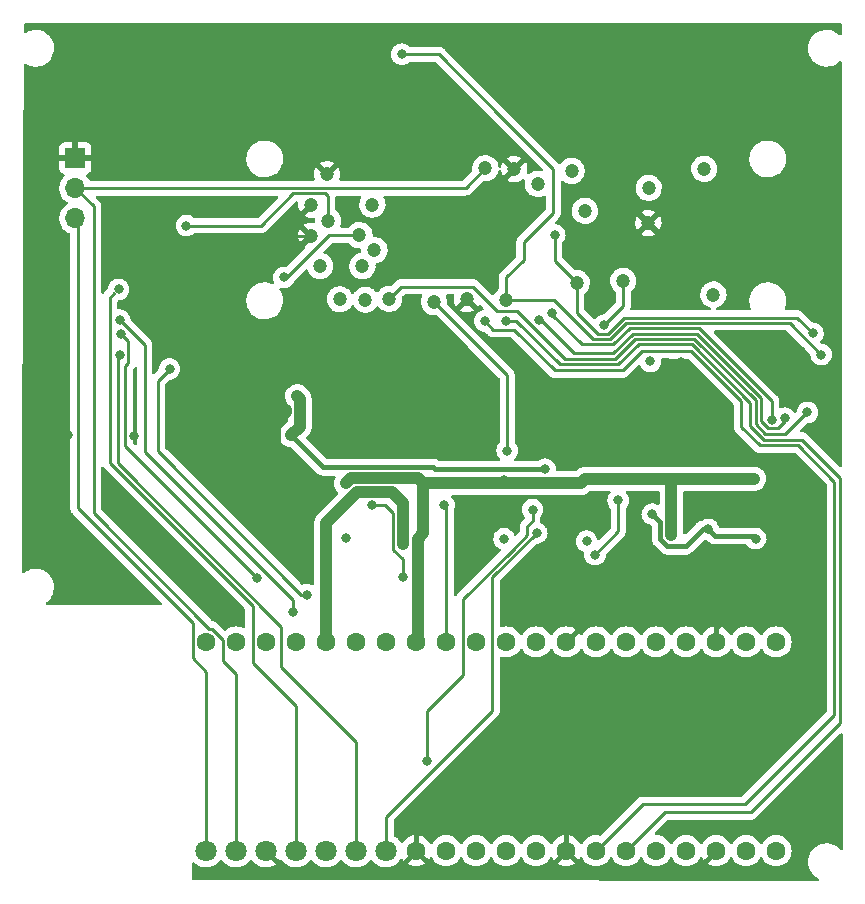
<source format=gbr>
%TF.GenerationSoftware,KiCad,Pcbnew,6.0.9-8da3e8f707~116~ubuntu22.04.1*%
%TF.CreationDate,2022-12-14T17:32:58+01:00*%
%TF.ProjectId,test_fixture,74657374-5f66-4697-9874-7572652e6b69,rev?*%
%TF.SameCoordinates,Original*%
%TF.FileFunction,Copper,L2,Bot*%
%TF.FilePolarity,Positive*%
%FSLAX46Y46*%
G04 Gerber Fmt 4.6, Leading zero omitted, Abs format (unit mm)*
G04 Created by KiCad (PCBNEW 6.0.9-8da3e8f707~116~ubuntu22.04.1) date 2022-12-14 17:32:58*
%MOMM*%
%LPD*%
G01*
G04 APERTURE LIST*
%TA.AperFunction,ComponentPad*%
%ADD10C,1.200000*%
%TD*%
%TA.AperFunction,ComponentPad*%
%ADD11C,1.800000*%
%TD*%
%TA.AperFunction,ComponentPad*%
%ADD12C,1.600000*%
%TD*%
%TA.AperFunction,ComponentPad*%
%ADD13R,1.700000X1.700000*%
%TD*%
%TA.AperFunction,ComponentPad*%
%ADD14O,1.700000X1.700000*%
%TD*%
%TA.AperFunction,ViaPad*%
%ADD15C,0.800000*%
%TD*%
%TA.AperFunction,Conductor*%
%ADD16C,0.250000*%
%TD*%
%TA.AperFunction,Conductor*%
%ADD17C,0.400000*%
%TD*%
%TA.AperFunction,Conductor*%
%ADD18C,1.000000*%
%TD*%
G04 APERTURE END LIST*
D10*
%TO.P,POGO8,1,Pin_1*%
%TO.N,/FF_D*%
X129489200Y-81813400D03*
%TD*%
%TO.P,POGO13,1,Pin_1*%
%TO.N,/BATT+*%
X136017000Y-83235800D03*
%TD*%
%TO.P,POGO12,1,Pin_1*%
%TO.N,/I2C_DATA*%
X129921000Y-91287600D03*
%TD*%
D11*
%TO.P,U1,1,GP0*%
%TO.N,/UART_RX*%
X98552000Y-139370600D03*
%TO.P,U1,2,GP1*%
%TO.N,/UART_TX*%
X101092000Y-139370600D03*
%TO.P,U1,3,GND*%
%TO.N,GND*%
X103632000Y-139370600D03*
%TO.P,U1,4,GP2*%
%TO.N,/RESET*%
X106172000Y-139370600D03*
%TO.P,U1,5,GP3*%
%TO.N,/SWDCLK*%
X108712000Y-139370600D03*
%TO.P,U1,6,GP4*%
%TO.N,/SWDIO*%
X111252000Y-139370600D03*
%TO.P,U1,7,GP5*%
%TO.N,/BUTTON_DIVIDED*%
X113792000Y-139370600D03*
D12*
%TO.P,U1,8,GND*%
%TO.N,GND*%
X116332000Y-139370600D03*
%TO.P,U1,9,GP6*%
%TO.N,Net-(U1-Pad9)*%
X118872000Y-139370600D03*
%TO.P,U1,10,GP7*%
%TO.N,unconnected-(U1-Pad10)*%
X121412000Y-139370600D03*
%TO.P,U1,11,GP8*%
%TO.N,unconnected-(U1-Pad11)*%
X123952000Y-139370600D03*
%TO.P,U1,12,GP9*%
%TO.N,unconnected-(U1-Pad12)*%
X126492000Y-139370600D03*
%TO.P,U1,13,GND*%
%TO.N,GND*%
X129032000Y-139370600D03*
%TO.P,U1,14,GP10*%
%TO.N,/PDM_DATA*%
X131572000Y-139370600D03*
%TO.P,U1,15,GP11*%
%TO.N,/PDM_CLK*%
X134112000Y-139370600D03*
%TO.P,U1,16,GP12*%
%TO.N,unconnected-(U1-Pad16)*%
X136652000Y-139370600D03*
%TO.P,U1,17,GP13*%
%TO.N,unconnected-(U1-Pad17)*%
X139192000Y-139370600D03*
%TO.P,U1,18,GND*%
%TO.N,GND*%
X141732000Y-139370600D03*
%TO.P,U1,19,GP14*%
%TO.N,unconnected-(U1-Pad19)*%
X144272000Y-139370600D03*
%TO.P,U1,20,GP15*%
%TO.N,unconnected-(U1-Pad20)*%
X146812000Y-139370600D03*
%TO.P,U1,21,GP16*%
%TO.N,/SWO*%
X146812000Y-121690600D03*
%TO.P,U1,22,GP17*%
%TO.N,/VTREF*%
X144272000Y-121690600D03*
%TO.P,U1,23,GND*%
%TO.N,GND*%
X141732000Y-121690600D03*
%TO.P,U1,24,GP18*%
%TO.N,/I2C_CLK*%
X139192000Y-121690600D03*
%TO.P,U1,25,GP19*%
%TO.N,/I2C_DATA*%
X136652000Y-121690600D03*
%TO.P,U1,26,GP20*%
%TO.N,/FF_CLK*%
X134112000Y-121690600D03*
%TO.P,U1,27,GP21*%
%TO.N,/FF_D*%
X131572000Y-121690600D03*
%TO.P,U1,28,GND*%
%TO.N,GND*%
X129032000Y-121690600D03*
%TO.P,U1,29,GP22*%
%TO.N,/FF_Q*%
X126492000Y-121690600D03*
%TO.P,U1,30,~{RUN}*%
%TO.N,unconnected-(U1-Pad30)*%
X123952000Y-121690600D03*
%TO.P,U1,31,GP26*%
%TO.N,/CURRENT_SENSE_OUTPUT*%
X121412000Y-121690600D03*
%TO.P,U1,32,GP27*%
%TO.N,/DEC_CAP*%
X118872000Y-121690600D03*
%TO.P,U1,33,AGND*%
%TO.N,GNDA*%
X116332000Y-121690600D03*
%TO.P,U1,34,GP28*%
%TO.N,/SENSE_3_3V*%
X113792000Y-121690600D03*
%TO.P,U1,35,ADC_VREF*%
%TO.N,+3.3VADC*%
X111252000Y-121690600D03*
%TO.P,U1,36,3V3_OUT*%
%TO.N,+3.3V*%
X108712000Y-121690600D03*
%TO.P,U1,37,3V3_EN*%
%TO.N,unconnected-(U1-Pad37)*%
X106172000Y-121690600D03*
%TO.P,U1,38,GND*%
%TO.N,GND*%
X103632000Y-121690600D03*
%TO.P,U1,39,VSYS*%
%TO.N,+5V*%
X101092000Y-121690600D03*
%TO.P,U1,40,VBUS*%
%TO.N,unconnected-(U1-Pad40)*%
X98552000Y-121690600D03*
%TD*%
D10*
%TO.P,POGO25,1,Pin_1*%
%TO.N,/PDM_DATA*%
X109880400Y-92684600D03*
%TD*%
%TO.P,POGO2,1,Pin_1*%
%TO.N,/VTREF*%
X108204000Y-89865200D03*
%TD*%
D13*
%TO.P,J1,1,Pin_1*%
%TO.N,GND*%
X87477600Y-80721200D03*
D14*
%TO.P,J1,2,Pin_2*%
%TO.N,/UART_TX*%
X87477600Y-83261200D03*
%TO.P,J1,3,Pin_3*%
%TO.N,/UART_RX*%
X87477600Y-85801200D03*
%TD*%
D10*
%TO.P,POGO22,1,Pin_1*%
%TO.N,/SWDIO*%
X111785400Y-89865200D03*
%TD*%
%TO.P,POGO7,1,Pin_1*%
%TO.N,/BUTTON*%
X133858000Y-91109800D03*
%TD*%
%TO.P,POGO6,1,Pin_1*%
%TO.N,GND*%
X124637800Y-81661000D03*
%TD*%
%TO.P,POGO3,1,Pin_1*%
%TO.N,GND*%
X107442000Y-87299800D03*
%TD*%
%TO.P,POGO15,1,Pin_1*%
%TO.N,/FF_Q*%
X130606800Y-85191600D03*
%TD*%
%TO.P,POGO19,1,Pin_1*%
%TO.N,/BATT+*%
X140716000Y-81635600D03*
%TD*%
%TO.P,POGO23,1,Pin_1*%
%TO.N,/SWO*%
X111531400Y-87249000D03*
%TD*%
%TO.P,POGO21,1,Pin_1*%
%TO.N,/SWDCLK*%
X112801400Y-88519000D03*
%TD*%
%TO.P,POGO16,1,Pin_1*%
%TO.N,/P3.3V*%
X141503400Y-92278200D03*
%TD*%
%TO.P,POGO11,1,Pin_1*%
%TO.N,/I2C_CLK*%
X123952000Y-92735400D03*
%TD*%
%TO.P,POGO14,1,Pin_1*%
%TO.N,GND*%
X108788200Y-82092800D03*
%TD*%
%TO.P,POGO20,1,Pin_1*%
%TO.N,/RESET*%
X112623600Y-84658200D03*
%TD*%
%TO.P,POGO10,1,Pin_1*%
%TO.N,/FF_CLK*%
X114046000Y-92633800D03*
%TD*%
%TO.P,POGO1,1,Pin_1*%
%TO.N,/UART_RX*%
X126619000Y-82905600D03*
%TD*%
%TO.P,J6,1,Pin_1*%
%TO.N,GND*%
X135991600Y-86233000D03*
%TD*%
%TO.P,J5,1,Pin_1*%
%TO.N,GND*%
X120624600Y-92684600D03*
%TD*%
%TO.P,POGO24,1,Pin_1*%
%TO.N,/PDM_CLK*%
X112039400Y-92710000D03*
%TD*%
%TO.P,POGO17,1,Pin_1*%
%TO.N,/DEC_CAP*%
X117856000Y-92913200D03*
%TD*%
%TO.P,POGO4,1,Pin_1*%
%TO.N,GND*%
X107442000Y-84683600D03*
%TD*%
%TO.P,POGO5,1,Pin_1*%
%TO.N,/UART_TX*%
X122199400Y-81584800D03*
%TD*%
%TO.P,POGO18,1,Pin_1*%
%TO.N,Net-(J3-Pad8)*%
X108864400Y-86029800D03*
%TD*%
D15*
%TO.N,/VTREF*%
X95453200Y-98577400D03*
X107061000Y-117678200D03*
%TO.N,/SWDIO*%
X91236800Y-97358200D03*
%TO.N,/SWDCLK*%
X91373856Y-95631000D03*
X102870000Y-116281200D03*
%TO.N,/SWO*%
X91236800Y-94437200D03*
X105130600Y-90830400D03*
X105867200Y-119151400D03*
%TO.N,/RESET*%
X91135200Y-91846400D03*
%TO.N,/FF_Q*%
X127820072Y-93831941D03*
X146444300Y-102870000D03*
%TO.N,/DEC_CAP*%
X124028200Y-105486200D03*
X118694200Y-110109000D03*
%TO.N,Net-(J3-Pad8)*%
X96875600Y-86436200D03*
%TO.N,GND*%
X149733000Y-79832200D03*
X100914200Y-89814400D03*
X102184200Y-89789000D03*
X86944200Y-111658400D03*
X86842600Y-104190800D03*
X117424200Y-136702800D03*
X105359200Y-108839000D03*
X92481400Y-111887000D03*
X138734800Y-98018600D03*
X146227800Y-106299000D03*
X92430600Y-104216200D03*
X92329000Y-76784200D03*
X105371900Y-102044500D03*
X148894800Y-97028000D03*
X147701000Y-101066600D03*
%TO.N,+3.3V*%
X145084800Y-112953800D03*
X115214400Y-113411000D03*
X141061200Y-112151600D03*
X123774200Y-112953800D03*
X136321800Y-110871000D03*
%TO.N,GNDA*%
X116933306Y-112486494D03*
X130530600Y-107975400D03*
X110388400Y-108254800D03*
X144957800Y-107873800D03*
X137896600Y-112623600D03*
X123748835Y-107996049D03*
%TO.N,+3.3VADC*%
X110388400Y-112928400D03*
X130759200Y-113157000D03*
%TO.N,VDD*%
X127254000Y-107061000D03*
X105740200Y-104190800D03*
X106258600Y-100878400D03*
%TO.N,/CURRENT_SENSE_OUTPUT*%
X112572800Y-110134400D03*
X133429447Y-109716597D03*
X115214400Y-116179600D03*
X131470400Y-114300000D03*
%TO.N,/I2C_CLK*%
X115112800Y-71932800D03*
X150622000Y-97358200D03*
%TO.N,/I2C_DATA*%
X128066800Y-87223600D03*
X149924662Y-95573034D03*
%TO.N,/PDM_CLK*%
X123901200Y-94513400D03*
%TO.N,/PDM_DATA*%
X122123200Y-94513400D03*
%TO.N,/BUTTON*%
X132232400Y-94876300D03*
%TO.N,/FF_CLK*%
X149463131Y-102252930D03*
%TO.N,/FF_D*%
X147548600Y-102743000D03*
X126749300Y-94434975D03*
%TO.N,/BUTTON_DIVIDED*%
X126542800Y-112471200D03*
X136169400Y-97942400D03*
%TO.N,Net-(U1-Pad9)*%
X117291145Y-131754766D03*
X126187200Y-110490000D03*
%TD*%
D16*
%TO.N,/UART_TX*%
X120523000Y-83261200D02*
X122199400Y-81584800D01*
X89027000Y-110769400D02*
X89027000Y-84810600D01*
X98823200Y-120565600D02*
X89027000Y-110769400D01*
X100393500Y-123710700D02*
X100330000Y-123647200D01*
X99967000Y-121514609D02*
X99017991Y-120565600D01*
X99967000Y-123284200D02*
X99967000Y-121514609D01*
X89027000Y-84810600D02*
X87477600Y-83261200D01*
X101092000Y-124409200D02*
X100393500Y-123710700D01*
X99017991Y-120565600D02*
X98823200Y-120565600D01*
X101092000Y-139370600D02*
X101092000Y-124409200D01*
X100393500Y-123710700D02*
X99967000Y-123284200D01*
X87477600Y-83261200D02*
X120523000Y-83261200D01*
%TO.N,/UART_RX*%
X97409000Y-123063000D02*
X97409000Y-120091200D01*
X97409000Y-120091200D02*
X87669200Y-110351400D01*
X87669200Y-85992800D02*
X87477600Y-85801200D01*
X98552000Y-124206000D02*
X97409000Y-123063000D01*
X87669200Y-110351400D02*
X87669200Y-85992800D01*
X98552000Y-139370600D02*
X98552000Y-124206000D01*
%TO.N,/VTREF*%
X107061000Y-117678200D02*
X106578400Y-117678200D01*
X94462600Y-99568000D02*
X95453200Y-98577400D01*
X94462600Y-105562400D02*
X94462600Y-99568000D01*
X106578400Y-117678200D02*
X94462600Y-105562400D01*
%TO.N,/SWDIO*%
X104927400Y-120421400D02*
X91059000Y-106553000D01*
X91059000Y-106553000D02*
X91059000Y-97536000D01*
X91059000Y-97536000D02*
X91236800Y-97358200D01*
X111252000Y-130124200D02*
X104927400Y-123799600D01*
X104927400Y-123799600D02*
X104927400Y-120421400D01*
X111252000Y-139370600D02*
X111252000Y-130124200D01*
%TO.N,/SWDCLK*%
X91961800Y-96218944D02*
X91373856Y-95631000D01*
X91705600Y-98360400D02*
X91961800Y-98104200D01*
X91705600Y-105116800D02*
X91705600Y-98360400D01*
X91961800Y-98104200D02*
X91961800Y-96218944D01*
X102870000Y-116281200D02*
X91705600Y-105116800D01*
%TO.N,/SWO*%
X105867200Y-118110000D02*
X93345000Y-105587800D01*
X93345000Y-96545400D02*
X91236800Y-94437200D01*
X105867200Y-119151400D02*
X105867200Y-118110000D01*
X105130600Y-90830400D02*
X105384600Y-90830400D01*
X105384600Y-90830400D02*
X108966000Y-87249000D01*
X93345000Y-105587800D02*
X93345000Y-96545400D01*
X108966000Y-87249000D02*
X111531400Y-87249000D01*
%TO.N,/RESET*%
X102507000Y-118637396D02*
X90398600Y-106528996D01*
X90398600Y-92532200D02*
X90754200Y-92176600D01*
X90398600Y-106528996D02*
X90398600Y-92532200D01*
X102507000Y-123487400D02*
X102507000Y-118637396D01*
X106172000Y-139370600D02*
X106172000Y-127152400D01*
X106172000Y-127152400D02*
X102507000Y-123487400D01*
%TO.N,/FF_Q*%
X127820072Y-93831941D02*
X127863600Y-93929200D01*
X134405800Y-95134000D02*
X133038500Y-96501300D01*
X133038500Y-96501300D02*
X130384900Y-96501300D01*
X130384900Y-96501300D02*
X127863600Y-93980000D01*
X127863600Y-93980000D02*
X127820072Y-93831941D01*
X146444300Y-101308500D02*
X140269800Y-95134000D01*
X146444300Y-102870000D02*
X146444300Y-101308500D01*
X140269800Y-95134000D02*
X134405800Y-95134000D01*
%TO.N,/DEC_CAP*%
X124028200Y-105486200D02*
X124028200Y-99085400D01*
X124028200Y-99085400D02*
X117856000Y-92913200D01*
X118872000Y-110286800D02*
X118872000Y-121690600D01*
X118694200Y-110109000D02*
X118872000Y-110286800D01*
%TO.N,Net-(J3-Pad8)*%
X108635800Y-83718400D02*
X108864400Y-83947000D01*
X96875600Y-86436200D02*
X103200200Y-86436200D01*
X103200200Y-86436200D02*
X105918000Y-83718400D01*
X108864400Y-83947000D02*
X108864400Y-86029800D01*
X105918000Y-83718400D02*
X108635800Y-83718400D01*
D17*
%TO.N,GND*%
X129032000Y-121690600D02*
X131140200Y-119582400D01*
D16*
X104724200Y-87325200D02*
X104749600Y-87299800D01*
D18*
X105271900Y-102220700D02*
X105271900Y-102044500D01*
D17*
X131140200Y-119582400D02*
X131140200Y-119151400D01*
X105358400Y-141097000D02*
X114605600Y-141097000D01*
X114605600Y-141097000D02*
X116332000Y-139370600D01*
X141732000Y-120472200D02*
X142494000Y-119710200D01*
D16*
X104648000Y-87325200D02*
X104724200Y-87325200D01*
D17*
X130783800Y-141122400D02*
X139980200Y-141122400D01*
D16*
X106400600Y-85725000D02*
X107442000Y-84683600D01*
D18*
X104419400Y-103073200D02*
X105271900Y-102220700D01*
D16*
X100914200Y-89814400D02*
X105003600Y-85725000D01*
D17*
X139980200Y-141122400D02*
X141732000Y-139370600D01*
X129032000Y-139370600D02*
X129032000Y-136728200D01*
X129032000Y-136728200D02*
X129413000Y-136347200D01*
D18*
X105359200Y-106222800D02*
X104419400Y-105283000D01*
D17*
X103632000Y-139370600D02*
X105358400Y-141097000D01*
X116332000Y-139370600D02*
X116332000Y-138023600D01*
X117906000Y-140944600D02*
X127458000Y-140944600D01*
X129032000Y-139370600D02*
X130783800Y-141122400D01*
D16*
X102184200Y-89789000D02*
X104648000Y-87325200D01*
D18*
X104419400Y-105283000D02*
X104419400Y-103073200D01*
D16*
X105003600Y-85725000D02*
X106400600Y-85725000D01*
D17*
X116332000Y-139370600D02*
X117906000Y-140944600D01*
X127458000Y-140944600D02*
X129032000Y-139370600D01*
X105359200Y-108839000D02*
X105333800Y-108864400D01*
D16*
X104749600Y-87299800D02*
X107442000Y-87299800D01*
D18*
X105359200Y-108839000D02*
X105359200Y-106222800D01*
D17*
X141732000Y-121690600D02*
X141732000Y-120472200D01*
X116332000Y-138023600D02*
X118313200Y-136042400D01*
%TO.N,+3.3V*%
X141061200Y-112151600D02*
X141634800Y-112725200D01*
D18*
X111342656Y-108997600D02*
X108712000Y-111628256D01*
D17*
X136996600Y-111545800D02*
X136321800Y-110871000D01*
D18*
X115214400Y-113411000D02*
X115214400Y-109905800D01*
D17*
X136996600Y-112996392D02*
X136996600Y-111545800D01*
D18*
X114306200Y-108997600D02*
X111342656Y-108997600D01*
D17*
X139141200Y-113588800D02*
X137589008Y-113588800D01*
X140578400Y-112151600D02*
X139141200Y-113588800D01*
D18*
X115214400Y-109905800D02*
X114306200Y-108997600D01*
X108712000Y-111628256D02*
X108712000Y-121690600D01*
D17*
X144856200Y-112725200D02*
X145084800Y-112953800D01*
X141634800Y-112725200D02*
X144856200Y-112725200D01*
X141061200Y-112151600D02*
X140578400Y-112151600D01*
X137589008Y-113588800D02*
X136996600Y-112996392D01*
D18*
%TO.N,GNDA*%
X137947400Y-107873800D02*
X137947400Y-112572800D01*
X116459000Y-107797600D02*
X116916200Y-108254800D01*
X116916200Y-112469388D02*
X116916200Y-108254800D01*
X116459000Y-121563600D02*
X116332000Y-121690600D01*
X116933306Y-112486494D02*
X116459000Y-112960800D01*
X116916200Y-108254800D02*
X130251200Y-108254800D01*
X116933306Y-112486494D02*
X116916200Y-112469388D01*
X137947400Y-112572800D02*
X137896600Y-112623600D01*
X116459000Y-112960800D02*
X116459000Y-121563600D01*
X110845600Y-107797600D02*
X116459000Y-107797600D01*
X130251200Y-108254800D02*
X130530600Y-107975400D01*
X110388400Y-108254800D02*
X110845600Y-107797600D01*
X130632200Y-107873800D02*
X130530600Y-107975400D01*
X144957800Y-107873800D02*
X137947400Y-107873800D01*
X137947400Y-107873800D02*
X130632200Y-107873800D01*
%TO.N,VDD*%
X105740200Y-104190800D02*
X106471900Y-103459100D01*
D17*
X127254000Y-107061000D02*
X117957600Y-107061000D01*
D18*
X106471900Y-101091700D02*
X106258600Y-100878400D01*
X106471900Y-103459100D02*
X106471900Y-101091700D01*
D17*
X117794200Y-106897600D02*
X108447000Y-106897600D01*
X108447000Y-106897600D02*
X105740200Y-104190800D01*
X117957600Y-107061000D02*
X117794200Y-106897600D01*
D16*
%TO.N,/CURRENT_SENSE_OUTPUT*%
X114376200Y-113893600D02*
X115189000Y-114706400D01*
X115189000Y-116154200D02*
X115214400Y-116179600D01*
X114376200Y-110794800D02*
X114376200Y-113893600D01*
X133429447Y-112340953D02*
X131470400Y-114300000D01*
X113715800Y-110134400D02*
X114376200Y-110794800D01*
X112572800Y-110134400D02*
X113715800Y-110134400D01*
X115189000Y-114706400D02*
X115189000Y-116154200D01*
X133429447Y-109716597D02*
X133429447Y-112340953D01*
%TO.N,/I2C_CLK*%
X145321548Y-94684000D02*
X145324149Y-94686601D01*
X123698000Y-77393800D02*
X118237000Y-71932800D01*
X134086401Y-94684000D02*
X145321548Y-94684000D01*
X125450600Y-89331800D02*
X125450600Y-87833200D01*
X146880052Y-94684000D02*
X147947800Y-94684000D01*
X145324149Y-94686601D02*
X146877451Y-94686601D01*
X118237000Y-71932800D02*
X115112800Y-71932800D01*
X146877451Y-94686601D02*
X146880052Y-94684000D01*
X147947800Y-94684000D02*
X150622000Y-97358200D01*
X131306500Y-96051300D02*
X132719101Y-96051300D01*
X127939800Y-81788000D02*
X127939800Y-81635600D01*
X125450600Y-87833200D02*
X127939800Y-85344000D01*
X123952000Y-92735400D02*
X123952000Y-90830400D01*
X127939800Y-81635600D02*
X123698000Y-77393800D01*
X127990600Y-92735400D02*
X131306500Y-96051300D01*
X132719101Y-96051300D02*
X134086401Y-94684000D01*
X127939800Y-85344000D02*
X127939800Y-81788000D01*
X123952000Y-92735400D02*
X127990600Y-92735400D01*
X123952000Y-90830400D02*
X125450600Y-89331800D01*
X150622000Y-97358200D02*
X150723600Y-97459800D01*
%TO.N,/I2C_DATA*%
X128066800Y-87223600D02*
X128066800Y-89433400D01*
X145507944Y-94234000D02*
X145510545Y-94236601D01*
X148585628Y-94234000D02*
X149924662Y-95573034D01*
X131720100Y-95601300D02*
X132532705Y-95601300D01*
X145510545Y-94236601D02*
X146691055Y-94236601D01*
X132532705Y-95601300D02*
X133900005Y-94234000D01*
X146691055Y-94236601D02*
X146693656Y-94234000D01*
X146693656Y-94234000D02*
X148585628Y-94234000D01*
X129921000Y-91287600D02*
X129921000Y-93802200D01*
X129921000Y-93802200D02*
X131720100Y-95601300D01*
X133900005Y-94234000D02*
X145507944Y-94234000D01*
X128066800Y-89433400D02*
X129921000Y-91287600D01*
%TO.N,/PDM_CLK*%
X148996400Y-104571800D02*
X152196800Y-107772200D01*
X144602200Y-103428800D02*
X145745200Y-104571800D01*
X123901200Y-94513400D02*
X124815600Y-94513400D01*
X124815600Y-94513400D02*
X128498600Y-98196400D01*
X133451600Y-98196400D02*
X135164000Y-96484000D01*
X152196800Y-128574800D02*
X144653000Y-136118600D01*
X137364000Y-136118600D02*
X134112000Y-139370600D01*
X152196800Y-107772200D02*
X152196800Y-128574800D01*
X139664000Y-96484000D02*
X144602200Y-101422200D01*
X128498600Y-98196400D02*
X133451600Y-98196400D01*
X144653000Y-136118600D02*
X137364000Y-136118600D01*
X144602200Y-101422200D02*
X144602200Y-103428800D01*
X145745200Y-104571800D02*
X148996400Y-104571800D01*
X135164000Y-96484000D02*
X139664000Y-96484000D01*
%TO.N,/PDM_DATA*%
X144170400Y-135432800D02*
X151746800Y-127856400D01*
X122859800Y-95250000D02*
X122123200Y-94513400D01*
X133807200Y-98704400D02*
X128066800Y-98704400D01*
X128066800Y-98704400D02*
X124612400Y-95250000D01*
X137871200Y-97078800D02*
X137820400Y-97028000D01*
X145440400Y-105054400D02*
X143865600Y-103479600D01*
X143865600Y-101321996D02*
X139622404Y-97078800D01*
X131572000Y-139370600D02*
X135509800Y-135432800D01*
X143865600Y-103479600D02*
X143865600Y-101321996D01*
X151746800Y-127856400D02*
X151746800Y-108109600D01*
X151746800Y-108109600D02*
X148691600Y-105054400D01*
X148691600Y-105054400D02*
X145440400Y-105054400D01*
X139622404Y-97078800D02*
X137871200Y-97078800D01*
X135509800Y-135432800D02*
X144170400Y-135432800D01*
X135483600Y-97028000D02*
X133807200Y-98704400D01*
X124612400Y-95250000D02*
X122859800Y-95250000D01*
X137820400Y-97028000D02*
X135483600Y-97028000D01*
%TO.N,/BUTTON*%
X132232400Y-94876300D02*
X133858000Y-93250700D01*
X133858000Y-93250700D02*
X133858000Y-91109800D01*
%TO.N,/FF_CLK*%
X128930400Y-97713800D02*
X133173596Y-97713800D01*
X133173596Y-97713800D02*
X134853396Y-96034000D01*
X147599400Y-104063800D02*
X148996400Y-102666800D01*
X145084800Y-103251000D02*
X145897600Y-104063800D01*
X115062000Y-91617800D02*
X121132600Y-91617800D01*
X114046000Y-92633800D02*
X115062000Y-91617800D01*
X121132600Y-91617800D02*
X123175200Y-93660400D01*
X124877000Y-93660400D02*
X128930400Y-97713800D01*
X145897600Y-104063800D02*
X147599400Y-104063800D01*
X134853396Y-96034000D02*
X139897008Y-96034000D01*
X149463131Y-102252930D02*
X149377400Y-102285800D01*
X145084800Y-101221792D02*
X145084800Y-103251000D01*
X148996400Y-102666800D02*
X149463131Y-102252930D01*
X123175200Y-93660400D02*
X124877000Y-93660400D01*
X139897008Y-96034000D02*
X145084800Y-101221792D01*
%TO.N,/FF_D*%
X147548600Y-102743000D02*
X147548600Y-103022400D01*
X134667000Y-95584000D02*
X133019800Y-97231200D01*
X126923800Y-94437200D02*
X126749300Y-94434975D01*
X140083404Y-95584000D02*
X134667000Y-95584000D01*
X146143995Y-103595000D02*
X145542000Y-102993005D01*
X145542000Y-102993005D02*
X145542000Y-101042596D01*
X129717800Y-97231200D02*
X126923800Y-94437200D01*
X147548600Y-103022400D02*
X146976000Y-103595000D01*
X126749300Y-94434975D02*
X126720600Y-94437200D01*
X145542000Y-101042596D02*
X140083404Y-95584000D01*
X133019800Y-97231200D02*
X129717800Y-97231200D01*
X146976000Y-103595000D02*
X146143995Y-103595000D01*
%TO.N,/BUTTON_DIVIDED*%
X113792000Y-136499600D02*
X113792000Y-139370600D01*
X126542800Y-112471200D02*
X122783600Y-116230400D01*
X122783600Y-116230400D02*
X122783600Y-127508000D01*
X122783600Y-127508000D02*
X113792000Y-136499600D01*
%TO.N,Net-(U1-Pad9)*%
X117291145Y-131754766D02*
X117271800Y-131749800D01*
X126187200Y-110490000D02*
X126187200Y-111480600D01*
X126187200Y-111480600D02*
X125755400Y-111912400D01*
X125755400Y-112622204D02*
X124510102Y-113867502D01*
X124510102Y-113867502D02*
X120287000Y-118090604D01*
X120287000Y-118090604D02*
X120287000Y-124518200D01*
X120167400Y-124637800D02*
X117271800Y-127533400D01*
X125755400Y-111912400D02*
X125755400Y-112622204D01*
X120287000Y-124518200D02*
X120167400Y-124637800D01*
X117271800Y-127533400D02*
X117291145Y-131754766D01*
%TD*%
%TA.AperFunction,Conductor*%
%TO.N,GND*%
G36*
X152355824Y-129415846D02*
G01*
X152412660Y-129458393D01*
X152437471Y-129524913D01*
X152437791Y-129533756D01*
X152440867Y-132465658D01*
X152447901Y-139171885D01*
X152427970Y-139240027D01*
X152374363Y-139286576D01*
X152304100Y-139296753D01*
X152239488Y-139267328D01*
X152230352Y-139258590D01*
X152128913Y-139151321D01*
X152125433Y-139147641D01*
X152070667Y-139105769D01*
X151930219Y-138998388D01*
X151930215Y-138998385D01*
X151926199Y-138995315D01*
X151705174Y-138876803D01*
X151700393Y-138875157D01*
X151700389Y-138875155D01*
X151472833Y-138796801D01*
X151468044Y-138795152D01*
X151364511Y-138777269D01*
X151224820Y-138753140D01*
X151224814Y-138753139D01*
X151220910Y-138752465D01*
X151216949Y-138752285D01*
X151216948Y-138752285D01*
X151192269Y-138751164D01*
X151192250Y-138751164D01*
X151190850Y-138751100D01*
X151016185Y-138751100D01*
X151013677Y-138751302D01*
X151013672Y-138751302D01*
X150834256Y-138765737D01*
X150834251Y-138765738D01*
X150829215Y-138766143D01*
X150824307Y-138767348D01*
X150824304Y-138767349D01*
X150669956Y-138805261D01*
X150585661Y-138825966D01*
X150581009Y-138827941D01*
X150581005Y-138827942D01*
X150460261Y-138879195D01*
X150354804Y-138923959D01*
X150350520Y-138926657D01*
X150147270Y-139054650D01*
X150142585Y-139057600D01*
X149954462Y-139223453D01*
X149795276Y-139417249D01*
X149669122Y-139634004D01*
X149579245Y-139868139D01*
X149578212Y-139873085D01*
X149578210Y-139873091D01*
X149545043Y-140031857D01*
X149527959Y-140113633D01*
X149527730Y-140118682D01*
X149527729Y-140118688D01*
X149523795Y-140205319D01*
X149516582Y-140364168D01*
X149517163Y-140369188D01*
X149517163Y-140369192D01*
X149526524Y-140450094D01*
X149545408Y-140613299D01*
X149546787Y-140618173D01*
X149546788Y-140618177D01*
X149593279Y-140782472D01*
X149613694Y-140854617D01*
X149615828Y-140859192D01*
X149615830Y-140859199D01*
X149674584Y-140985196D01*
X149719684Y-141081913D01*
X149722526Y-141086094D01*
X149722526Y-141086095D01*
X149857805Y-141285152D01*
X149857808Y-141285156D01*
X149860651Y-141289339D01*
X149864128Y-141293016D01*
X149864129Y-141293017D01*
X150010311Y-141447601D01*
X150032967Y-141471559D01*
X150036993Y-141474637D01*
X150036994Y-141474638D01*
X150228181Y-141620812D01*
X150228185Y-141620815D01*
X150232201Y-141623885D01*
X150236659Y-141626275D01*
X150236660Y-141626276D01*
X150365185Y-141695190D01*
X150415768Y-141745008D01*
X150431388Y-141814265D01*
X150407085Y-141880972D01*
X150350575Y-141923951D01*
X150305470Y-141932234D01*
X113694699Y-141881620D01*
X97458626Y-141859174D01*
X97390533Y-141839078D01*
X97344114Y-141785358D01*
X97332800Y-141733174D01*
X97332800Y-140452365D01*
X97352802Y-140384244D01*
X97406458Y-140337751D01*
X97476732Y-140327647D01*
X97541312Y-140357141D01*
X97554036Y-140369866D01*
X97563147Y-140380384D01*
X97741349Y-140528330D01*
X97941322Y-140645184D01*
X98157694Y-140727809D01*
X98162760Y-140728840D01*
X98162761Y-140728840D01*
X98215846Y-140739640D01*
X98384656Y-140773985D01*
X98515324Y-140778776D01*
X98610949Y-140782283D01*
X98610953Y-140782283D01*
X98616113Y-140782472D01*
X98621233Y-140781816D01*
X98621235Y-140781816D01*
X98694270Y-140772460D01*
X98845847Y-140753042D01*
X98850795Y-140751557D01*
X98850802Y-140751556D01*
X99062747Y-140687969D01*
X99067690Y-140686486D01*
X99072565Y-140684098D01*
X99271049Y-140586862D01*
X99271052Y-140586860D01*
X99275684Y-140584591D01*
X99464243Y-140450094D01*
X99628303Y-140286605D01*
X99631319Y-140282408D01*
X99631326Y-140282400D01*
X99718960Y-140160444D01*
X99774954Y-140116796D01*
X99845658Y-140110350D01*
X99908622Y-140143153D01*
X99928715Y-140168136D01*
X99948800Y-140200913D01*
X99948806Y-140200921D01*
X99951501Y-140205319D01*
X100103147Y-140380384D01*
X100281349Y-140528330D01*
X100481322Y-140645184D01*
X100697694Y-140727809D01*
X100702760Y-140728840D01*
X100702761Y-140728840D01*
X100755846Y-140739640D01*
X100924656Y-140773985D01*
X101055324Y-140778776D01*
X101150949Y-140782283D01*
X101150953Y-140782283D01*
X101156113Y-140782472D01*
X101161233Y-140781816D01*
X101161235Y-140781816D01*
X101234270Y-140772460D01*
X101385847Y-140753042D01*
X101390795Y-140751557D01*
X101390802Y-140751556D01*
X101602747Y-140687969D01*
X101607690Y-140686486D01*
X101612565Y-140684098D01*
X101811049Y-140586862D01*
X101811052Y-140586860D01*
X101815684Y-140584591D01*
X102004243Y-140450094D01*
X102168303Y-140286605D01*
X102171319Y-140282408D01*
X102171326Y-140282400D01*
X102258960Y-140160444D01*
X102314954Y-140116796D01*
X102385658Y-140110350D01*
X102448622Y-140143153D01*
X102468715Y-140168136D01*
X102488800Y-140200913D01*
X102488806Y-140200921D01*
X102491501Y-140205319D01*
X102643147Y-140380384D01*
X102821349Y-140528330D01*
X103021322Y-140645184D01*
X103237694Y-140727809D01*
X103242760Y-140728840D01*
X103242761Y-140728840D01*
X103295846Y-140739640D01*
X103464656Y-140773985D01*
X103595324Y-140778776D01*
X103690949Y-140782283D01*
X103690953Y-140782283D01*
X103696113Y-140782472D01*
X103701233Y-140781816D01*
X103701235Y-140781816D01*
X103774270Y-140772460D01*
X103925847Y-140753042D01*
X103930795Y-140751557D01*
X103930802Y-140751556D01*
X104142747Y-140687969D01*
X104147690Y-140686486D01*
X104152565Y-140684098D01*
X104351049Y-140586862D01*
X104351052Y-140586860D01*
X104355684Y-140584591D01*
X104544243Y-140450094D01*
X104708303Y-140286605D01*
X104711319Y-140282408D01*
X104711326Y-140282400D01*
X104798960Y-140160444D01*
X104854954Y-140116796D01*
X104925658Y-140110350D01*
X104988622Y-140143153D01*
X105008715Y-140168136D01*
X105028800Y-140200913D01*
X105028806Y-140200921D01*
X105031501Y-140205319D01*
X105183147Y-140380384D01*
X105361349Y-140528330D01*
X105561322Y-140645184D01*
X105777694Y-140727809D01*
X105782760Y-140728840D01*
X105782761Y-140728840D01*
X105835846Y-140739640D01*
X106004656Y-140773985D01*
X106135324Y-140778776D01*
X106230949Y-140782283D01*
X106230953Y-140782283D01*
X106236113Y-140782472D01*
X106241233Y-140781816D01*
X106241235Y-140781816D01*
X106314270Y-140772460D01*
X106465847Y-140753042D01*
X106470795Y-140751557D01*
X106470802Y-140751556D01*
X106682747Y-140687969D01*
X106687690Y-140686486D01*
X106692565Y-140684098D01*
X106891049Y-140586862D01*
X106891052Y-140586860D01*
X106895684Y-140584591D01*
X107084243Y-140450094D01*
X107248303Y-140286605D01*
X107251319Y-140282408D01*
X107251326Y-140282400D01*
X107338960Y-140160444D01*
X107394954Y-140116796D01*
X107465658Y-140110350D01*
X107528622Y-140143153D01*
X107548715Y-140168136D01*
X107568800Y-140200913D01*
X107568806Y-140200921D01*
X107571501Y-140205319D01*
X107723147Y-140380384D01*
X107901349Y-140528330D01*
X108101322Y-140645184D01*
X108317694Y-140727809D01*
X108322760Y-140728840D01*
X108322761Y-140728840D01*
X108375846Y-140739640D01*
X108544656Y-140773985D01*
X108675324Y-140778776D01*
X108770949Y-140782283D01*
X108770953Y-140782283D01*
X108776113Y-140782472D01*
X108781233Y-140781816D01*
X108781235Y-140781816D01*
X108854270Y-140772460D01*
X109005847Y-140753042D01*
X109010795Y-140751557D01*
X109010802Y-140751556D01*
X109222747Y-140687969D01*
X109227690Y-140686486D01*
X109232565Y-140684098D01*
X109431049Y-140586862D01*
X109431052Y-140586860D01*
X109435684Y-140584591D01*
X109624243Y-140450094D01*
X109788303Y-140286605D01*
X109791319Y-140282408D01*
X109791326Y-140282400D01*
X109878960Y-140160444D01*
X109934954Y-140116796D01*
X110005658Y-140110350D01*
X110068622Y-140143153D01*
X110088715Y-140168136D01*
X110108800Y-140200913D01*
X110108806Y-140200921D01*
X110111501Y-140205319D01*
X110263147Y-140380384D01*
X110441349Y-140528330D01*
X110641322Y-140645184D01*
X110857694Y-140727809D01*
X110862760Y-140728840D01*
X110862761Y-140728840D01*
X110915846Y-140739640D01*
X111084656Y-140773985D01*
X111215324Y-140778776D01*
X111310949Y-140782283D01*
X111310953Y-140782283D01*
X111316113Y-140782472D01*
X111321233Y-140781816D01*
X111321235Y-140781816D01*
X111394270Y-140772460D01*
X111545847Y-140753042D01*
X111550795Y-140751557D01*
X111550802Y-140751556D01*
X111762747Y-140687969D01*
X111767690Y-140686486D01*
X111772565Y-140684098D01*
X111971049Y-140586862D01*
X111971052Y-140586860D01*
X111975684Y-140584591D01*
X112164243Y-140450094D01*
X112328303Y-140286605D01*
X112331319Y-140282408D01*
X112331326Y-140282400D01*
X112418960Y-140160444D01*
X112474954Y-140116796D01*
X112545658Y-140110350D01*
X112608622Y-140143153D01*
X112628715Y-140168136D01*
X112648800Y-140200913D01*
X112648806Y-140200921D01*
X112651501Y-140205319D01*
X112803147Y-140380384D01*
X112981349Y-140528330D01*
X113181322Y-140645184D01*
X113397694Y-140727809D01*
X113402760Y-140728840D01*
X113402761Y-140728840D01*
X113455846Y-140739640D01*
X113624656Y-140773985D01*
X113755324Y-140778776D01*
X113850949Y-140782283D01*
X113850953Y-140782283D01*
X113856113Y-140782472D01*
X113861233Y-140781816D01*
X113861235Y-140781816D01*
X113934270Y-140772460D01*
X114085847Y-140753042D01*
X114090795Y-140751557D01*
X114090802Y-140751556D01*
X114302747Y-140687969D01*
X114307690Y-140686486D01*
X114312565Y-140684098D01*
X114511049Y-140586862D01*
X114511052Y-140586860D01*
X114515684Y-140584591D01*
X114704243Y-140450094D01*
X114868303Y-140286605D01*
X115003458Y-140098517D01*
X115008906Y-140087494D01*
X115057016Y-140035288D01*
X115125717Y-140017379D01*
X115193194Y-140039455D01*
X115225076Y-140071049D01*
X115257109Y-140116796D01*
X115325802Y-140214900D01*
X115487700Y-140376798D01*
X115492208Y-140379955D01*
X115492211Y-140379957D01*
X115570389Y-140434698D01*
X115675251Y-140508123D01*
X115680233Y-140510446D01*
X115680238Y-140510449D01*
X115839238Y-140584591D01*
X115882757Y-140604884D01*
X115888065Y-140606306D01*
X115888067Y-140606307D01*
X116098598Y-140662719D01*
X116098600Y-140662719D01*
X116103913Y-140664143D01*
X116332000Y-140684098D01*
X116560087Y-140664143D01*
X116565400Y-140662719D01*
X116565402Y-140662719D01*
X116775933Y-140606307D01*
X116775935Y-140606306D01*
X116781243Y-140604884D01*
X116824762Y-140584591D01*
X116983762Y-140510449D01*
X116983767Y-140510446D01*
X116988749Y-140508123D01*
X117093611Y-140434698D01*
X117171789Y-140379957D01*
X117171792Y-140379955D01*
X117176300Y-140376798D01*
X117338198Y-140214900D01*
X117469523Y-140027349D01*
X117471846Y-140022367D01*
X117471849Y-140022362D01*
X117487805Y-139988143D01*
X117534722Y-139934858D01*
X117602999Y-139915397D01*
X117670959Y-139935939D01*
X117716195Y-139988143D01*
X117732151Y-140022362D01*
X117732154Y-140022367D01*
X117734477Y-140027349D01*
X117865802Y-140214900D01*
X118027700Y-140376798D01*
X118032208Y-140379955D01*
X118032211Y-140379957D01*
X118110389Y-140434698D01*
X118215251Y-140508123D01*
X118220233Y-140510446D01*
X118220238Y-140510449D01*
X118379238Y-140584591D01*
X118422757Y-140604884D01*
X118428065Y-140606306D01*
X118428067Y-140606307D01*
X118638598Y-140662719D01*
X118638600Y-140662719D01*
X118643913Y-140664143D01*
X118872000Y-140684098D01*
X119100087Y-140664143D01*
X119105400Y-140662719D01*
X119105402Y-140662719D01*
X119315933Y-140606307D01*
X119315935Y-140606306D01*
X119321243Y-140604884D01*
X119364762Y-140584591D01*
X119523762Y-140510449D01*
X119523767Y-140510446D01*
X119528749Y-140508123D01*
X119633611Y-140434698D01*
X119711789Y-140379957D01*
X119711792Y-140379955D01*
X119716300Y-140376798D01*
X119878198Y-140214900D01*
X120009523Y-140027349D01*
X120011846Y-140022367D01*
X120011849Y-140022362D01*
X120027805Y-139988143D01*
X120074722Y-139934858D01*
X120142999Y-139915397D01*
X120210959Y-139935939D01*
X120256195Y-139988143D01*
X120272151Y-140022362D01*
X120272154Y-140022367D01*
X120274477Y-140027349D01*
X120405802Y-140214900D01*
X120567700Y-140376798D01*
X120572208Y-140379955D01*
X120572211Y-140379957D01*
X120650389Y-140434698D01*
X120755251Y-140508123D01*
X120760233Y-140510446D01*
X120760238Y-140510449D01*
X120919238Y-140584591D01*
X120962757Y-140604884D01*
X120968065Y-140606306D01*
X120968067Y-140606307D01*
X121178598Y-140662719D01*
X121178600Y-140662719D01*
X121183913Y-140664143D01*
X121412000Y-140684098D01*
X121640087Y-140664143D01*
X121645400Y-140662719D01*
X121645402Y-140662719D01*
X121855933Y-140606307D01*
X121855935Y-140606306D01*
X121861243Y-140604884D01*
X121904762Y-140584591D01*
X122063762Y-140510449D01*
X122063767Y-140510446D01*
X122068749Y-140508123D01*
X122173611Y-140434698D01*
X122251789Y-140379957D01*
X122251792Y-140379955D01*
X122256300Y-140376798D01*
X122418198Y-140214900D01*
X122549523Y-140027349D01*
X122551846Y-140022367D01*
X122551849Y-140022362D01*
X122567805Y-139988143D01*
X122614722Y-139934858D01*
X122682999Y-139915397D01*
X122750959Y-139935939D01*
X122796195Y-139988143D01*
X122812151Y-140022362D01*
X122812154Y-140022367D01*
X122814477Y-140027349D01*
X122945802Y-140214900D01*
X123107700Y-140376798D01*
X123112208Y-140379955D01*
X123112211Y-140379957D01*
X123190389Y-140434698D01*
X123295251Y-140508123D01*
X123300233Y-140510446D01*
X123300238Y-140510449D01*
X123459238Y-140584591D01*
X123502757Y-140604884D01*
X123508065Y-140606306D01*
X123508067Y-140606307D01*
X123718598Y-140662719D01*
X123718600Y-140662719D01*
X123723913Y-140664143D01*
X123952000Y-140684098D01*
X124180087Y-140664143D01*
X124185400Y-140662719D01*
X124185402Y-140662719D01*
X124395933Y-140606307D01*
X124395935Y-140606306D01*
X124401243Y-140604884D01*
X124444762Y-140584591D01*
X124603762Y-140510449D01*
X124603767Y-140510446D01*
X124608749Y-140508123D01*
X124713611Y-140434698D01*
X124791789Y-140379957D01*
X124791792Y-140379955D01*
X124796300Y-140376798D01*
X124958198Y-140214900D01*
X125089523Y-140027349D01*
X125091846Y-140022367D01*
X125091849Y-140022362D01*
X125107805Y-139988143D01*
X125154722Y-139934858D01*
X125222999Y-139915397D01*
X125290959Y-139935939D01*
X125336195Y-139988143D01*
X125352151Y-140022362D01*
X125352154Y-140022367D01*
X125354477Y-140027349D01*
X125485802Y-140214900D01*
X125647700Y-140376798D01*
X125652208Y-140379955D01*
X125652211Y-140379957D01*
X125730389Y-140434698D01*
X125835251Y-140508123D01*
X125840233Y-140510446D01*
X125840238Y-140510449D01*
X125999238Y-140584591D01*
X126042757Y-140604884D01*
X126048065Y-140606306D01*
X126048067Y-140606307D01*
X126258598Y-140662719D01*
X126258600Y-140662719D01*
X126263913Y-140664143D01*
X126492000Y-140684098D01*
X126720087Y-140664143D01*
X126725400Y-140662719D01*
X126725402Y-140662719D01*
X126935933Y-140606307D01*
X126935935Y-140606306D01*
X126941243Y-140604884D01*
X126984762Y-140584591D01*
X127143762Y-140510449D01*
X127143767Y-140510446D01*
X127148749Y-140508123D01*
X127253611Y-140434698D01*
X127331789Y-140379957D01*
X127331792Y-140379955D01*
X127336300Y-140376798D01*
X127498198Y-140214900D01*
X127629523Y-140027349D01*
X127631846Y-140022367D01*
X127631849Y-140022362D01*
X127647805Y-139988143D01*
X127694722Y-139934858D01*
X127762999Y-139915397D01*
X127830959Y-139935939D01*
X127876195Y-139988143D01*
X127892151Y-140022362D01*
X127892154Y-140022367D01*
X127894477Y-140027349D01*
X128025802Y-140214900D01*
X128187700Y-140376798D01*
X128192208Y-140379955D01*
X128192211Y-140379957D01*
X128270389Y-140434698D01*
X128375251Y-140508123D01*
X128380233Y-140510446D01*
X128380238Y-140510449D01*
X128539238Y-140584591D01*
X128582757Y-140604884D01*
X128588065Y-140606306D01*
X128588067Y-140606307D01*
X128798598Y-140662719D01*
X128798600Y-140662719D01*
X128803913Y-140664143D01*
X129032000Y-140684098D01*
X129260087Y-140664143D01*
X129265400Y-140662719D01*
X129265402Y-140662719D01*
X129475933Y-140606307D01*
X129475935Y-140606306D01*
X129481243Y-140604884D01*
X129524762Y-140584591D01*
X129683762Y-140510449D01*
X129683767Y-140510446D01*
X129688749Y-140508123D01*
X129793611Y-140434698D01*
X129871789Y-140379957D01*
X129871792Y-140379955D01*
X129876300Y-140376798D01*
X130038198Y-140214900D01*
X130169523Y-140027349D01*
X130171846Y-140022367D01*
X130171849Y-140022362D01*
X130187805Y-139988143D01*
X130234722Y-139934858D01*
X130302999Y-139915397D01*
X130370959Y-139935939D01*
X130416195Y-139988143D01*
X130432151Y-140022362D01*
X130432154Y-140022367D01*
X130434477Y-140027349D01*
X130565802Y-140214900D01*
X130727700Y-140376798D01*
X130732208Y-140379955D01*
X130732211Y-140379957D01*
X130810389Y-140434698D01*
X130915251Y-140508123D01*
X130920233Y-140510446D01*
X130920238Y-140510449D01*
X131079238Y-140584591D01*
X131122757Y-140604884D01*
X131128065Y-140606306D01*
X131128067Y-140606307D01*
X131338598Y-140662719D01*
X131338600Y-140662719D01*
X131343913Y-140664143D01*
X131572000Y-140684098D01*
X131800087Y-140664143D01*
X131805400Y-140662719D01*
X131805402Y-140662719D01*
X132015933Y-140606307D01*
X132015935Y-140606306D01*
X132021243Y-140604884D01*
X132064762Y-140584591D01*
X132223762Y-140510449D01*
X132223767Y-140510446D01*
X132228749Y-140508123D01*
X132333611Y-140434698D01*
X132411789Y-140379957D01*
X132411792Y-140379955D01*
X132416300Y-140376798D01*
X132578198Y-140214900D01*
X132709523Y-140027349D01*
X132711846Y-140022367D01*
X132711849Y-140022362D01*
X132727805Y-139988143D01*
X132774722Y-139934858D01*
X132842999Y-139915397D01*
X132910959Y-139935939D01*
X132956195Y-139988143D01*
X132972151Y-140022362D01*
X132972154Y-140022367D01*
X132974477Y-140027349D01*
X133105802Y-140214900D01*
X133267700Y-140376798D01*
X133272208Y-140379955D01*
X133272211Y-140379957D01*
X133350389Y-140434698D01*
X133455251Y-140508123D01*
X133460233Y-140510446D01*
X133460238Y-140510449D01*
X133619238Y-140584591D01*
X133662757Y-140604884D01*
X133668065Y-140606306D01*
X133668067Y-140606307D01*
X133878598Y-140662719D01*
X133878600Y-140662719D01*
X133883913Y-140664143D01*
X134112000Y-140684098D01*
X134340087Y-140664143D01*
X134345400Y-140662719D01*
X134345402Y-140662719D01*
X134555933Y-140606307D01*
X134555935Y-140606306D01*
X134561243Y-140604884D01*
X134604762Y-140584591D01*
X134763762Y-140510449D01*
X134763767Y-140510446D01*
X134768749Y-140508123D01*
X134873611Y-140434698D01*
X134951789Y-140379957D01*
X134951792Y-140379955D01*
X134956300Y-140376798D01*
X135118198Y-140214900D01*
X135249523Y-140027349D01*
X135251846Y-140022367D01*
X135251849Y-140022362D01*
X135267805Y-139988143D01*
X135314722Y-139934858D01*
X135382999Y-139915397D01*
X135450959Y-139935939D01*
X135496195Y-139988143D01*
X135512151Y-140022362D01*
X135512154Y-140022367D01*
X135514477Y-140027349D01*
X135645802Y-140214900D01*
X135807700Y-140376798D01*
X135812208Y-140379955D01*
X135812211Y-140379957D01*
X135890389Y-140434698D01*
X135995251Y-140508123D01*
X136000233Y-140510446D01*
X136000238Y-140510449D01*
X136159238Y-140584591D01*
X136202757Y-140604884D01*
X136208065Y-140606306D01*
X136208067Y-140606307D01*
X136418598Y-140662719D01*
X136418600Y-140662719D01*
X136423913Y-140664143D01*
X136652000Y-140684098D01*
X136880087Y-140664143D01*
X136885400Y-140662719D01*
X136885402Y-140662719D01*
X137095933Y-140606307D01*
X137095935Y-140606306D01*
X137101243Y-140604884D01*
X137144762Y-140584591D01*
X137303762Y-140510449D01*
X137303767Y-140510446D01*
X137308749Y-140508123D01*
X137413611Y-140434698D01*
X137491789Y-140379957D01*
X137491792Y-140379955D01*
X137496300Y-140376798D01*
X137658198Y-140214900D01*
X137789523Y-140027349D01*
X137791846Y-140022367D01*
X137791849Y-140022362D01*
X137807805Y-139988143D01*
X137854722Y-139934858D01*
X137922999Y-139915397D01*
X137990959Y-139935939D01*
X138036195Y-139988143D01*
X138052151Y-140022362D01*
X138052154Y-140022367D01*
X138054477Y-140027349D01*
X138185802Y-140214900D01*
X138347700Y-140376798D01*
X138352208Y-140379955D01*
X138352211Y-140379957D01*
X138430389Y-140434698D01*
X138535251Y-140508123D01*
X138540233Y-140510446D01*
X138540238Y-140510449D01*
X138699238Y-140584591D01*
X138742757Y-140604884D01*
X138748065Y-140606306D01*
X138748067Y-140606307D01*
X138958598Y-140662719D01*
X138958600Y-140662719D01*
X138963913Y-140664143D01*
X139192000Y-140684098D01*
X139420087Y-140664143D01*
X139425400Y-140662719D01*
X139425402Y-140662719D01*
X139635933Y-140606307D01*
X139635935Y-140606306D01*
X139641243Y-140604884D01*
X139684762Y-140584591D01*
X139843762Y-140510449D01*
X139843767Y-140510446D01*
X139848749Y-140508123D01*
X139953611Y-140434698D01*
X140031789Y-140379957D01*
X140031792Y-140379955D01*
X140036300Y-140376798D01*
X140198198Y-140214900D01*
X140329523Y-140027349D01*
X140331846Y-140022367D01*
X140331849Y-140022362D01*
X140347805Y-139988143D01*
X140394722Y-139934858D01*
X140462999Y-139915397D01*
X140530959Y-139935939D01*
X140576195Y-139988143D01*
X140592151Y-140022362D01*
X140592154Y-140022367D01*
X140594477Y-140027349D01*
X140725802Y-140214900D01*
X140887700Y-140376798D01*
X140892208Y-140379955D01*
X140892211Y-140379957D01*
X140970389Y-140434698D01*
X141075251Y-140508123D01*
X141080233Y-140510446D01*
X141080238Y-140510449D01*
X141239238Y-140584591D01*
X141282757Y-140604884D01*
X141288065Y-140606306D01*
X141288067Y-140606307D01*
X141498598Y-140662719D01*
X141498600Y-140662719D01*
X141503913Y-140664143D01*
X141732000Y-140684098D01*
X141960087Y-140664143D01*
X141965400Y-140662719D01*
X141965402Y-140662719D01*
X142175933Y-140606307D01*
X142175935Y-140606306D01*
X142181243Y-140604884D01*
X142224762Y-140584591D01*
X142383762Y-140510449D01*
X142383767Y-140510446D01*
X142388749Y-140508123D01*
X142493611Y-140434698D01*
X142571789Y-140379957D01*
X142571792Y-140379955D01*
X142576300Y-140376798D01*
X142738198Y-140214900D01*
X142869523Y-140027349D01*
X142871846Y-140022367D01*
X142871849Y-140022362D01*
X142887805Y-139988143D01*
X142934722Y-139934858D01*
X143002999Y-139915397D01*
X143070959Y-139935939D01*
X143116195Y-139988143D01*
X143132151Y-140022362D01*
X143132154Y-140022367D01*
X143134477Y-140027349D01*
X143265802Y-140214900D01*
X143427700Y-140376798D01*
X143432208Y-140379955D01*
X143432211Y-140379957D01*
X143510389Y-140434698D01*
X143615251Y-140508123D01*
X143620233Y-140510446D01*
X143620238Y-140510449D01*
X143779238Y-140584591D01*
X143822757Y-140604884D01*
X143828065Y-140606306D01*
X143828067Y-140606307D01*
X144038598Y-140662719D01*
X144038600Y-140662719D01*
X144043913Y-140664143D01*
X144272000Y-140684098D01*
X144500087Y-140664143D01*
X144505400Y-140662719D01*
X144505402Y-140662719D01*
X144715933Y-140606307D01*
X144715935Y-140606306D01*
X144721243Y-140604884D01*
X144764762Y-140584591D01*
X144923762Y-140510449D01*
X144923767Y-140510446D01*
X144928749Y-140508123D01*
X145033611Y-140434698D01*
X145111789Y-140379957D01*
X145111792Y-140379955D01*
X145116300Y-140376798D01*
X145278198Y-140214900D01*
X145409523Y-140027349D01*
X145411846Y-140022367D01*
X145411849Y-140022362D01*
X145427805Y-139988143D01*
X145474722Y-139934858D01*
X145542999Y-139915397D01*
X145610959Y-139935939D01*
X145656195Y-139988143D01*
X145672151Y-140022362D01*
X145672154Y-140022367D01*
X145674477Y-140027349D01*
X145805802Y-140214900D01*
X145967700Y-140376798D01*
X145972208Y-140379955D01*
X145972211Y-140379957D01*
X146050389Y-140434698D01*
X146155251Y-140508123D01*
X146160233Y-140510446D01*
X146160238Y-140510449D01*
X146319238Y-140584591D01*
X146362757Y-140604884D01*
X146368065Y-140606306D01*
X146368067Y-140606307D01*
X146578598Y-140662719D01*
X146578600Y-140662719D01*
X146583913Y-140664143D01*
X146812000Y-140684098D01*
X147040087Y-140664143D01*
X147045400Y-140662719D01*
X147045402Y-140662719D01*
X147255933Y-140606307D01*
X147255935Y-140606306D01*
X147261243Y-140604884D01*
X147304762Y-140584591D01*
X147463762Y-140510449D01*
X147463767Y-140510446D01*
X147468749Y-140508123D01*
X147573611Y-140434698D01*
X147651789Y-140379957D01*
X147651792Y-140379955D01*
X147656300Y-140376798D01*
X147818198Y-140214900D01*
X147949523Y-140027349D01*
X147951846Y-140022367D01*
X147951849Y-140022362D01*
X148043961Y-139824825D01*
X148043961Y-139824824D01*
X148046284Y-139819843D01*
X148105543Y-139598687D01*
X148125498Y-139370600D01*
X148105543Y-139142513D01*
X148104119Y-139137198D01*
X148047707Y-138926667D01*
X148047706Y-138926665D01*
X148046284Y-138921357D01*
X147987032Y-138794290D01*
X147951849Y-138718838D01*
X147951846Y-138718833D01*
X147949523Y-138713851D01*
X147818198Y-138526300D01*
X147656300Y-138364402D01*
X147651792Y-138361245D01*
X147651789Y-138361243D01*
X147554882Y-138293388D01*
X147468749Y-138233077D01*
X147463767Y-138230754D01*
X147463762Y-138230751D01*
X147266225Y-138138639D01*
X147266224Y-138138639D01*
X147261243Y-138136316D01*
X147255935Y-138134894D01*
X147255933Y-138134893D01*
X147045402Y-138078481D01*
X147045400Y-138078481D01*
X147040087Y-138077057D01*
X146812000Y-138057102D01*
X146583913Y-138077057D01*
X146578600Y-138078481D01*
X146578598Y-138078481D01*
X146368067Y-138134893D01*
X146368065Y-138134894D01*
X146362757Y-138136316D01*
X146357776Y-138138639D01*
X146357775Y-138138639D01*
X146160238Y-138230751D01*
X146160233Y-138230754D01*
X146155251Y-138233077D01*
X146069118Y-138293388D01*
X145972211Y-138361243D01*
X145972208Y-138361245D01*
X145967700Y-138364402D01*
X145805802Y-138526300D01*
X145674477Y-138713851D01*
X145672154Y-138718833D01*
X145672151Y-138718838D01*
X145656195Y-138753057D01*
X145609278Y-138806342D01*
X145541001Y-138825803D01*
X145473041Y-138805261D01*
X145427805Y-138753057D01*
X145411849Y-138718838D01*
X145411846Y-138718833D01*
X145409523Y-138713851D01*
X145278198Y-138526300D01*
X145116300Y-138364402D01*
X145111792Y-138361245D01*
X145111789Y-138361243D01*
X145014882Y-138293388D01*
X144928749Y-138233077D01*
X144923767Y-138230754D01*
X144923762Y-138230751D01*
X144726225Y-138138639D01*
X144726224Y-138138639D01*
X144721243Y-138136316D01*
X144715935Y-138134894D01*
X144715933Y-138134893D01*
X144505402Y-138078481D01*
X144505400Y-138078481D01*
X144500087Y-138077057D01*
X144272000Y-138057102D01*
X144043913Y-138077057D01*
X144038600Y-138078481D01*
X144038598Y-138078481D01*
X143828067Y-138134893D01*
X143828065Y-138134894D01*
X143822757Y-138136316D01*
X143817776Y-138138639D01*
X143817775Y-138138639D01*
X143620238Y-138230751D01*
X143620233Y-138230754D01*
X143615251Y-138233077D01*
X143529118Y-138293388D01*
X143432211Y-138361243D01*
X143432208Y-138361245D01*
X143427700Y-138364402D01*
X143265802Y-138526300D01*
X143134477Y-138713851D01*
X143132154Y-138718833D01*
X143132151Y-138718838D01*
X143116195Y-138753057D01*
X143069278Y-138806342D01*
X143001001Y-138825803D01*
X142933041Y-138805261D01*
X142887805Y-138753057D01*
X142871849Y-138718838D01*
X142871846Y-138718833D01*
X142869523Y-138713851D01*
X142738198Y-138526300D01*
X142576300Y-138364402D01*
X142571792Y-138361245D01*
X142571789Y-138361243D01*
X142474882Y-138293388D01*
X142388749Y-138233077D01*
X142383767Y-138230754D01*
X142383762Y-138230751D01*
X142186225Y-138138639D01*
X142186224Y-138138639D01*
X142181243Y-138136316D01*
X142175935Y-138134894D01*
X142175933Y-138134893D01*
X141965402Y-138078481D01*
X141965400Y-138078481D01*
X141960087Y-138077057D01*
X141732000Y-138057102D01*
X141503913Y-138077057D01*
X141498600Y-138078481D01*
X141498598Y-138078481D01*
X141288067Y-138134893D01*
X141288065Y-138134894D01*
X141282757Y-138136316D01*
X141277776Y-138138639D01*
X141277775Y-138138639D01*
X141080238Y-138230751D01*
X141080233Y-138230754D01*
X141075251Y-138233077D01*
X140989118Y-138293388D01*
X140892211Y-138361243D01*
X140892208Y-138361245D01*
X140887700Y-138364402D01*
X140725802Y-138526300D01*
X140594477Y-138713851D01*
X140592154Y-138718833D01*
X140592151Y-138718838D01*
X140576195Y-138753057D01*
X140529278Y-138806342D01*
X140461001Y-138825803D01*
X140393041Y-138805261D01*
X140347805Y-138753057D01*
X140331849Y-138718838D01*
X140331846Y-138718833D01*
X140329523Y-138713851D01*
X140198198Y-138526300D01*
X140036300Y-138364402D01*
X140031792Y-138361245D01*
X140031789Y-138361243D01*
X139934882Y-138293388D01*
X139848749Y-138233077D01*
X139843767Y-138230754D01*
X139843762Y-138230751D01*
X139646225Y-138138639D01*
X139646224Y-138138639D01*
X139641243Y-138136316D01*
X139635935Y-138134894D01*
X139635933Y-138134893D01*
X139425402Y-138078481D01*
X139425400Y-138078481D01*
X139420087Y-138077057D01*
X139192000Y-138057102D01*
X138963913Y-138077057D01*
X138958600Y-138078481D01*
X138958598Y-138078481D01*
X138748067Y-138134893D01*
X138748065Y-138134894D01*
X138742757Y-138136316D01*
X138737776Y-138138639D01*
X138737775Y-138138639D01*
X138540238Y-138230751D01*
X138540233Y-138230754D01*
X138535251Y-138233077D01*
X138449118Y-138293388D01*
X138352211Y-138361243D01*
X138352208Y-138361245D01*
X138347700Y-138364402D01*
X138185802Y-138526300D01*
X138054477Y-138713851D01*
X138052154Y-138718833D01*
X138052151Y-138718838D01*
X138036195Y-138753057D01*
X137989278Y-138806342D01*
X137921001Y-138825803D01*
X137853041Y-138805261D01*
X137807805Y-138753057D01*
X137791849Y-138718838D01*
X137791846Y-138718833D01*
X137789523Y-138713851D01*
X137658198Y-138526300D01*
X137496300Y-138364402D01*
X137491792Y-138361245D01*
X137491789Y-138361243D01*
X137394882Y-138293388D01*
X137308749Y-138233077D01*
X137303767Y-138230754D01*
X137303762Y-138230751D01*
X137106225Y-138138639D01*
X137106224Y-138138639D01*
X137101243Y-138136316D01*
X137095935Y-138134894D01*
X137095933Y-138134893D01*
X136885402Y-138078481D01*
X136885400Y-138078481D01*
X136880087Y-138077057D01*
X136652000Y-138057102D01*
X136646525Y-138057581D01*
X136646514Y-138057581D01*
X136634570Y-138058626D01*
X136564965Y-138044638D01*
X136513973Y-137995239D01*
X136497782Y-137926113D01*
X136521534Y-137859207D01*
X136534493Y-137844011D01*
X137589499Y-136789005D01*
X137651811Y-136754979D01*
X137678594Y-136752100D01*
X144574233Y-136752100D01*
X144585416Y-136752627D01*
X144592909Y-136754302D01*
X144600835Y-136754053D01*
X144600836Y-136754053D01*
X144660986Y-136752162D01*
X144664945Y-136752100D01*
X144692856Y-136752100D01*
X144696791Y-136751603D01*
X144696856Y-136751595D01*
X144708693Y-136750662D01*
X144740951Y-136749648D01*
X144744970Y-136749522D01*
X144752889Y-136749273D01*
X144772343Y-136743621D01*
X144791700Y-136739613D01*
X144803930Y-136738068D01*
X144803931Y-136738068D01*
X144811797Y-136737074D01*
X144819168Y-136734155D01*
X144819170Y-136734155D01*
X144852912Y-136720796D01*
X144864142Y-136716951D01*
X144898983Y-136706829D01*
X144898984Y-136706829D01*
X144906593Y-136704618D01*
X144913412Y-136700585D01*
X144913417Y-136700583D01*
X144924028Y-136694307D01*
X144941776Y-136685612D01*
X144960617Y-136678152D01*
X144996387Y-136652164D01*
X145006307Y-136645648D01*
X145037535Y-136627180D01*
X145037538Y-136627178D01*
X145044362Y-136623142D01*
X145058683Y-136608821D01*
X145073717Y-136595980D01*
X145083694Y-136588731D01*
X145090107Y-136584072D01*
X145118298Y-136549995D01*
X145126288Y-136541216D01*
X152222697Y-129444807D01*
X152285009Y-129410781D01*
X152355824Y-129415846D01*
G37*
%TD.AperFunction*%
%TA.AperFunction,Conductor*%
G36*
X119495938Y-92271302D02*
G01*
X119542431Y-92324958D01*
X119552535Y-92395232D01*
X119548150Y-92414663D01*
X119537880Y-92447739D01*
X119535491Y-92458976D01*
X119512913Y-92649737D01*
X119512612Y-92661238D01*
X119525175Y-92852904D01*
X119526976Y-92864274D01*
X119574257Y-93050443D01*
X119578098Y-93061290D01*
X119658516Y-93235730D01*
X119664264Y-93245686D01*
X119670388Y-93254351D01*
X119680977Y-93262740D01*
X119694276Y-93255713D01*
X120535505Y-92414485D01*
X120597817Y-92380460D01*
X120668633Y-92385525D01*
X120713695Y-92414485D01*
X121554839Y-93255628D01*
X121567214Y-93262385D01*
X121573795Y-93257459D01*
X121601079Y-93208740D01*
X121651816Y-93159079D01*
X121721348Y-93144732D01*
X121787598Y-93170253D01*
X121800108Y-93181212D01*
X122025330Y-93406434D01*
X122059356Y-93468746D01*
X122054291Y-93539561D01*
X122011744Y-93596397D01*
X121962432Y-93618776D01*
X121840912Y-93644606D01*
X121834882Y-93647291D01*
X121834881Y-93647291D01*
X121672478Y-93719597D01*
X121672476Y-93719598D01*
X121666448Y-93722282D01*
X121661107Y-93726162D01*
X121661106Y-93726163D01*
X121635678Y-93744638D01*
X121511947Y-93834534D01*
X121507526Y-93839444D01*
X121507525Y-93839445D01*
X121390719Y-93969172D01*
X121384160Y-93976456D01*
X121335971Y-94059921D01*
X121296507Y-94128276D01*
X121288673Y-94141844D01*
X121229658Y-94323472D01*
X121228968Y-94330033D01*
X121228968Y-94330035D01*
X121224972Y-94368060D01*
X121209696Y-94513400D01*
X121210386Y-94519965D01*
X121225581Y-94664534D01*
X121229658Y-94703328D01*
X121288673Y-94884956D01*
X121291976Y-94890678D01*
X121291977Y-94890679D01*
X121296827Y-94899079D01*
X121384160Y-95050344D01*
X121511947Y-95192266D01*
X121666448Y-95304518D01*
X121672476Y-95307202D01*
X121672478Y-95307203D01*
X121834881Y-95379509D01*
X121840912Y-95382194D01*
X121934313Y-95402047D01*
X122021256Y-95420528D01*
X122021261Y-95420528D01*
X122027713Y-95421900D01*
X122083606Y-95421900D01*
X122151727Y-95441902D01*
X122172701Y-95458805D01*
X122356143Y-95642247D01*
X122363687Y-95650537D01*
X122367800Y-95657018D01*
X122373577Y-95662443D01*
X122417467Y-95703658D01*
X122420309Y-95706413D01*
X122440031Y-95726135D01*
X122443173Y-95728572D01*
X122443233Y-95728619D01*
X122452245Y-95736317D01*
X122473631Y-95756399D01*
X122484479Y-95766586D01*
X122491422Y-95770403D01*
X122502231Y-95776345D01*
X122518753Y-95787198D01*
X122534759Y-95799614D01*
X122542037Y-95802764D01*
X122542038Y-95802764D01*
X122575337Y-95817174D01*
X122585987Y-95822391D01*
X122624740Y-95843695D01*
X122632415Y-95845666D01*
X122632416Y-95845666D01*
X122644362Y-95848733D01*
X122663067Y-95855137D01*
X122681655Y-95863181D01*
X122689478Y-95864420D01*
X122689488Y-95864423D01*
X122725324Y-95870099D01*
X122736944Y-95872505D01*
X122772089Y-95881528D01*
X122779770Y-95883500D01*
X122800024Y-95883500D01*
X122819734Y-95885051D01*
X122839743Y-95888220D01*
X122847635Y-95887474D01*
X122883761Y-95884059D01*
X122895619Y-95883500D01*
X124297806Y-95883500D01*
X124365927Y-95903502D01*
X124386901Y-95920405D01*
X127563143Y-99096647D01*
X127570687Y-99104937D01*
X127574800Y-99111418D01*
X127580577Y-99116843D01*
X127624467Y-99158058D01*
X127627309Y-99160813D01*
X127647030Y-99180534D01*
X127650225Y-99183012D01*
X127659247Y-99190718D01*
X127691479Y-99220986D01*
X127698428Y-99224806D01*
X127709232Y-99230746D01*
X127725756Y-99241599D01*
X127741759Y-99254013D01*
X127782343Y-99271576D01*
X127792973Y-99276783D01*
X127831740Y-99298095D01*
X127839417Y-99300066D01*
X127839422Y-99300068D01*
X127851358Y-99303132D01*
X127870066Y-99309537D01*
X127888655Y-99317581D01*
X127896480Y-99318820D01*
X127896482Y-99318821D01*
X127932319Y-99324497D01*
X127943940Y-99326904D01*
X127975759Y-99335073D01*
X127986770Y-99337900D01*
X128007031Y-99337900D01*
X128026740Y-99339451D01*
X128046743Y-99342619D01*
X128054635Y-99341873D01*
X128059862Y-99341379D01*
X128090754Y-99338459D01*
X128102611Y-99337900D01*
X133728433Y-99337900D01*
X133739616Y-99338427D01*
X133747109Y-99340102D01*
X133755035Y-99339853D01*
X133755036Y-99339853D01*
X133815186Y-99337962D01*
X133819145Y-99337900D01*
X133847056Y-99337900D01*
X133850991Y-99337403D01*
X133851056Y-99337395D01*
X133862893Y-99336462D01*
X133895151Y-99335448D01*
X133899170Y-99335322D01*
X133907089Y-99335073D01*
X133926543Y-99329421D01*
X133945900Y-99325413D01*
X133958130Y-99323868D01*
X133958131Y-99323868D01*
X133965997Y-99322874D01*
X133973368Y-99319955D01*
X133973370Y-99319955D01*
X134007112Y-99306596D01*
X134018342Y-99302751D01*
X134053183Y-99292629D01*
X134053184Y-99292629D01*
X134060793Y-99290418D01*
X134067612Y-99286385D01*
X134067617Y-99286383D01*
X134078228Y-99280107D01*
X134095976Y-99271412D01*
X134114817Y-99263952D01*
X134135187Y-99249153D01*
X134150587Y-99237964D01*
X134160507Y-99231448D01*
X134191735Y-99212980D01*
X134191738Y-99212978D01*
X134198562Y-99208942D01*
X134212883Y-99194621D01*
X134227917Y-99181780D01*
X134229632Y-99180534D01*
X134244307Y-99169872D01*
X134272498Y-99135795D01*
X134280488Y-99127016D01*
X135131417Y-98276087D01*
X135193729Y-98242061D01*
X135264544Y-98247126D01*
X135321380Y-98289673D01*
X135333932Y-98311059D01*
X135334873Y-98313956D01*
X135338173Y-98319673D01*
X135338175Y-98319676D01*
X135381107Y-98394035D01*
X135430360Y-98479344D01*
X135434778Y-98484251D01*
X135434779Y-98484252D01*
X135532990Y-98593326D01*
X135558147Y-98621266D01*
X135712648Y-98733518D01*
X135718676Y-98736202D01*
X135718678Y-98736203D01*
X135854362Y-98796613D01*
X135887112Y-98811194D01*
X135980512Y-98831047D01*
X136067456Y-98849528D01*
X136067461Y-98849528D01*
X136073913Y-98850900D01*
X136264887Y-98850900D01*
X136271339Y-98849528D01*
X136271344Y-98849528D01*
X136358287Y-98831047D01*
X136451688Y-98811194D01*
X136484438Y-98796613D01*
X136620122Y-98736203D01*
X136620124Y-98736202D01*
X136626152Y-98733518D01*
X136780653Y-98621266D01*
X136805810Y-98593326D01*
X136904021Y-98484252D01*
X136904022Y-98484251D01*
X136908440Y-98479344D01*
X137003927Y-98313956D01*
X137062942Y-98132328D01*
X137073471Y-98032155D01*
X137082214Y-97948965D01*
X137082904Y-97942400D01*
X137077937Y-97895144D01*
X137068008Y-97800670D01*
X137080780Y-97730832D01*
X137129282Y-97678985D01*
X137193318Y-97661500D01*
X137587033Y-97661500D01*
X137631605Y-97670002D01*
X137636140Y-97672495D01*
X137643816Y-97674466D01*
X137643819Y-97674467D01*
X137655762Y-97677533D01*
X137674467Y-97683937D01*
X137693055Y-97691981D01*
X137700878Y-97693220D01*
X137700888Y-97693223D01*
X137736724Y-97698899D01*
X137748344Y-97701305D01*
X137771438Y-97707234D01*
X137791170Y-97712300D01*
X137811424Y-97712300D01*
X137831134Y-97713851D01*
X137851143Y-97717020D01*
X137859035Y-97716274D01*
X137895161Y-97712859D01*
X137907019Y-97712300D01*
X139307810Y-97712300D01*
X139375931Y-97732302D01*
X139396905Y-97749205D01*
X143195195Y-101547495D01*
X143229221Y-101609807D01*
X143232100Y-101636590D01*
X143232100Y-103400833D01*
X143231573Y-103412016D01*
X143229898Y-103419509D01*
X143230147Y-103427435D01*
X143230147Y-103427436D01*
X143232038Y-103487586D01*
X143232100Y-103491545D01*
X143232100Y-103519456D01*
X143232597Y-103523390D01*
X143232597Y-103523391D01*
X143232605Y-103523456D01*
X143233538Y-103535293D01*
X143234927Y-103579489D01*
X143240578Y-103598939D01*
X143244587Y-103618300D01*
X143247126Y-103638397D01*
X143250045Y-103645768D01*
X143250045Y-103645770D01*
X143263404Y-103679512D01*
X143267249Y-103690742D01*
X143279582Y-103733193D01*
X143283615Y-103740012D01*
X143283617Y-103740017D01*
X143289893Y-103750628D01*
X143298588Y-103768376D01*
X143306048Y-103787217D01*
X143310710Y-103793633D01*
X143310710Y-103793634D01*
X143332036Y-103822987D01*
X143338552Y-103832907D01*
X143350572Y-103853231D01*
X143361058Y-103870962D01*
X143375379Y-103885283D01*
X143388219Y-103900316D01*
X143400128Y-103916707D01*
X143428109Y-103939855D01*
X143434205Y-103944898D01*
X143442984Y-103952888D01*
X144936743Y-105446647D01*
X144944287Y-105454937D01*
X144948400Y-105461418D01*
X144954177Y-105466843D01*
X144998067Y-105508058D01*
X145000909Y-105510813D01*
X145020631Y-105530535D01*
X145023755Y-105532958D01*
X145023759Y-105532962D01*
X145023824Y-105533012D01*
X145032845Y-105540717D01*
X145065079Y-105570986D01*
X145072027Y-105574805D01*
X145072029Y-105574807D01*
X145082832Y-105580746D01*
X145099359Y-105591602D01*
X145109098Y-105599157D01*
X145109100Y-105599158D01*
X145115360Y-105604014D01*
X145155940Y-105621574D01*
X145166588Y-105626791D01*
X145205340Y-105648095D01*
X145213016Y-105650066D01*
X145213019Y-105650067D01*
X145224962Y-105653133D01*
X145243667Y-105659537D01*
X145262255Y-105667581D01*
X145270078Y-105668820D01*
X145270088Y-105668823D01*
X145305924Y-105674499D01*
X145317544Y-105676905D01*
X145338971Y-105682406D01*
X145360370Y-105687900D01*
X145380624Y-105687900D01*
X145400334Y-105689451D01*
X145420343Y-105692620D01*
X145428235Y-105691874D01*
X145464361Y-105688459D01*
X145476219Y-105687900D01*
X148377006Y-105687900D01*
X148445127Y-105707902D01*
X148466101Y-105724805D01*
X151076395Y-108335099D01*
X151110421Y-108397411D01*
X151113300Y-108424194D01*
X151113300Y-127541806D01*
X151093298Y-127609927D01*
X151076395Y-127630901D01*
X143944900Y-134762395D01*
X143882588Y-134796421D01*
X143855805Y-134799300D01*
X135588567Y-134799300D01*
X135577384Y-134798773D01*
X135569891Y-134797098D01*
X135561965Y-134797347D01*
X135561964Y-134797347D01*
X135501814Y-134799238D01*
X135497855Y-134799300D01*
X135469944Y-134799300D01*
X135466010Y-134799797D01*
X135466009Y-134799797D01*
X135465944Y-134799805D01*
X135454107Y-134800738D01*
X135422290Y-134801738D01*
X135417829Y-134801878D01*
X135409910Y-134802127D01*
X135392254Y-134807256D01*
X135390458Y-134807778D01*
X135371106Y-134811786D01*
X135364035Y-134812680D01*
X135351003Y-134814326D01*
X135343634Y-134817243D01*
X135343632Y-134817244D01*
X135309897Y-134830600D01*
X135298669Y-134834445D01*
X135256207Y-134846782D01*
X135249385Y-134850816D01*
X135249379Y-134850819D01*
X135238768Y-134857094D01*
X135221018Y-134865790D01*
X135209556Y-134870328D01*
X135209551Y-134870331D01*
X135202183Y-134873248D01*
X135195768Y-134877909D01*
X135166425Y-134899227D01*
X135156507Y-134905743D01*
X135137819Y-134916795D01*
X135118437Y-134928258D01*
X135104113Y-134942582D01*
X135089081Y-134955421D01*
X135072693Y-134967328D01*
X135044512Y-135001393D01*
X135036522Y-135010173D01*
X131985247Y-138061448D01*
X131922935Y-138095474D01*
X131863542Y-138094060D01*
X131800087Y-138077057D01*
X131572000Y-138057102D01*
X131343913Y-138077057D01*
X131338600Y-138078481D01*
X131338598Y-138078481D01*
X131128067Y-138134893D01*
X131128065Y-138134894D01*
X131122757Y-138136316D01*
X131117776Y-138138639D01*
X131117775Y-138138639D01*
X130920238Y-138230751D01*
X130920233Y-138230754D01*
X130915251Y-138233077D01*
X130829118Y-138293388D01*
X130732211Y-138361243D01*
X130732208Y-138361245D01*
X130727700Y-138364402D01*
X130565802Y-138526300D01*
X130434477Y-138713851D01*
X130432154Y-138718833D01*
X130432151Y-138718838D01*
X130416195Y-138753057D01*
X130369278Y-138806342D01*
X130301001Y-138825803D01*
X130233041Y-138805261D01*
X130187805Y-138753057D01*
X130171849Y-138718838D01*
X130171846Y-138718833D01*
X130169523Y-138713851D01*
X130038198Y-138526300D01*
X129876300Y-138364402D01*
X129871792Y-138361245D01*
X129871789Y-138361243D01*
X129774882Y-138293388D01*
X129688749Y-138233077D01*
X129683767Y-138230754D01*
X129683762Y-138230751D01*
X129486225Y-138138639D01*
X129486224Y-138138639D01*
X129481243Y-138136316D01*
X129475935Y-138134894D01*
X129475933Y-138134893D01*
X129265402Y-138078481D01*
X129265400Y-138078481D01*
X129260087Y-138077057D01*
X129032000Y-138057102D01*
X128803913Y-138077057D01*
X128798600Y-138078481D01*
X128798598Y-138078481D01*
X128588067Y-138134893D01*
X128588065Y-138134894D01*
X128582757Y-138136316D01*
X128577776Y-138138639D01*
X128577775Y-138138639D01*
X128380238Y-138230751D01*
X128380233Y-138230754D01*
X128375251Y-138233077D01*
X128289118Y-138293388D01*
X128192211Y-138361243D01*
X128192208Y-138361245D01*
X128187700Y-138364402D01*
X128025802Y-138526300D01*
X127894477Y-138713851D01*
X127892154Y-138718833D01*
X127892151Y-138718838D01*
X127876195Y-138753057D01*
X127829278Y-138806342D01*
X127761001Y-138825803D01*
X127693041Y-138805261D01*
X127647805Y-138753057D01*
X127631849Y-138718838D01*
X127631846Y-138718833D01*
X127629523Y-138713851D01*
X127498198Y-138526300D01*
X127336300Y-138364402D01*
X127331792Y-138361245D01*
X127331789Y-138361243D01*
X127234882Y-138293388D01*
X127148749Y-138233077D01*
X127143767Y-138230754D01*
X127143762Y-138230751D01*
X126946225Y-138138639D01*
X126946224Y-138138639D01*
X126941243Y-138136316D01*
X126935935Y-138134894D01*
X126935933Y-138134893D01*
X126725402Y-138078481D01*
X126725400Y-138078481D01*
X126720087Y-138077057D01*
X126492000Y-138057102D01*
X126263913Y-138077057D01*
X126258600Y-138078481D01*
X126258598Y-138078481D01*
X126048067Y-138134893D01*
X126048065Y-138134894D01*
X126042757Y-138136316D01*
X126037776Y-138138639D01*
X126037775Y-138138639D01*
X125840238Y-138230751D01*
X125840233Y-138230754D01*
X125835251Y-138233077D01*
X125749118Y-138293388D01*
X125652211Y-138361243D01*
X125652208Y-138361245D01*
X125647700Y-138364402D01*
X125485802Y-138526300D01*
X125354477Y-138713851D01*
X125352154Y-138718833D01*
X125352151Y-138718838D01*
X125336195Y-138753057D01*
X125289278Y-138806342D01*
X125221001Y-138825803D01*
X125153041Y-138805261D01*
X125107805Y-138753057D01*
X125091849Y-138718838D01*
X125091846Y-138718833D01*
X125089523Y-138713851D01*
X124958198Y-138526300D01*
X124796300Y-138364402D01*
X124791792Y-138361245D01*
X124791789Y-138361243D01*
X124694882Y-138293388D01*
X124608749Y-138233077D01*
X124603767Y-138230754D01*
X124603762Y-138230751D01*
X124406225Y-138138639D01*
X124406224Y-138138639D01*
X124401243Y-138136316D01*
X124395935Y-138134894D01*
X124395933Y-138134893D01*
X124185402Y-138078481D01*
X124185400Y-138078481D01*
X124180087Y-138077057D01*
X123952000Y-138057102D01*
X123723913Y-138077057D01*
X123718600Y-138078481D01*
X123718598Y-138078481D01*
X123508067Y-138134893D01*
X123508065Y-138134894D01*
X123502757Y-138136316D01*
X123497776Y-138138639D01*
X123497775Y-138138639D01*
X123300238Y-138230751D01*
X123300233Y-138230754D01*
X123295251Y-138233077D01*
X123209118Y-138293388D01*
X123112211Y-138361243D01*
X123112208Y-138361245D01*
X123107700Y-138364402D01*
X122945802Y-138526300D01*
X122814477Y-138713851D01*
X122812154Y-138718833D01*
X122812151Y-138718838D01*
X122796195Y-138753057D01*
X122749278Y-138806342D01*
X122681001Y-138825803D01*
X122613041Y-138805261D01*
X122567805Y-138753057D01*
X122551849Y-138718838D01*
X122551846Y-138718833D01*
X122549523Y-138713851D01*
X122418198Y-138526300D01*
X122256300Y-138364402D01*
X122251792Y-138361245D01*
X122251789Y-138361243D01*
X122154882Y-138293388D01*
X122068749Y-138233077D01*
X122063767Y-138230754D01*
X122063762Y-138230751D01*
X121866225Y-138138639D01*
X121866224Y-138138639D01*
X121861243Y-138136316D01*
X121855935Y-138134894D01*
X121855933Y-138134893D01*
X121645402Y-138078481D01*
X121645400Y-138078481D01*
X121640087Y-138077057D01*
X121412000Y-138057102D01*
X121183913Y-138077057D01*
X121178600Y-138078481D01*
X121178598Y-138078481D01*
X120968067Y-138134893D01*
X120968065Y-138134894D01*
X120962757Y-138136316D01*
X120957776Y-138138639D01*
X120957775Y-138138639D01*
X120760238Y-138230751D01*
X120760233Y-138230754D01*
X120755251Y-138233077D01*
X120669118Y-138293388D01*
X120572211Y-138361243D01*
X120572208Y-138361245D01*
X120567700Y-138364402D01*
X120405802Y-138526300D01*
X120274477Y-138713851D01*
X120272154Y-138718833D01*
X120272151Y-138718838D01*
X120256195Y-138753057D01*
X120209278Y-138806342D01*
X120141001Y-138825803D01*
X120073041Y-138805261D01*
X120027805Y-138753057D01*
X120011849Y-138718838D01*
X120011846Y-138718833D01*
X120009523Y-138713851D01*
X119878198Y-138526300D01*
X119716300Y-138364402D01*
X119711792Y-138361245D01*
X119711789Y-138361243D01*
X119614882Y-138293388D01*
X119528749Y-138233077D01*
X119523767Y-138230754D01*
X119523762Y-138230751D01*
X119326225Y-138138639D01*
X119326224Y-138138639D01*
X119321243Y-138136316D01*
X119315935Y-138134894D01*
X119315933Y-138134893D01*
X119105402Y-138078481D01*
X119105400Y-138078481D01*
X119100087Y-138077057D01*
X118872000Y-138057102D01*
X118643913Y-138077057D01*
X118638600Y-138078481D01*
X118638598Y-138078481D01*
X118428067Y-138134893D01*
X118428065Y-138134894D01*
X118422757Y-138136316D01*
X118417776Y-138138639D01*
X118417775Y-138138639D01*
X118220238Y-138230751D01*
X118220233Y-138230754D01*
X118215251Y-138233077D01*
X118129118Y-138293388D01*
X118032211Y-138361243D01*
X118032208Y-138361245D01*
X118027700Y-138364402D01*
X117865802Y-138526300D01*
X117734477Y-138713851D01*
X117732154Y-138718833D01*
X117732151Y-138718838D01*
X117716195Y-138753057D01*
X117669278Y-138806342D01*
X117601001Y-138825803D01*
X117533041Y-138805261D01*
X117487805Y-138753057D01*
X117471849Y-138718838D01*
X117471846Y-138718833D01*
X117469523Y-138713851D01*
X117338198Y-138526300D01*
X117176300Y-138364402D01*
X117171792Y-138361245D01*
X117171789Y-138361243D01*
X117074882Y-138293388D01*
X116988749Y-138233077D01*
X116983767Y-138230754D01*
X116983762Y-138230751D01*
X116786225Y-138138639D01*
X116786224Y-138138639D01*
X116781243Y-138136316D01*
X116775935Y-138134894D01*
X116775933Y-138134893D01*
X116565402Y-138078481D01*
X116565400Y-138078481D01*
X116560087Y-138077057D01*
X116332000Y-138057102D01*
X116103913Y-138077057D01*
X116098600Y-138078481D01*
X116098598Y-138078481D01*
X115888067Y-138134893D01*
X115888065Y-138134894D01*
X115882757Y-138136316D01*
X115877776Y-138138639D01*
X115877775Y-138138639D01*
X115680238Y-138230751D01*
X115680233Y-138230754D01*
X115675251Y-138233077D01*
X115589118Y-138293388D01*
X115492211Y-138361243D01*
X115492208Y-138361245D01*
X115487700Y-138364402D01*
X115325802Y-138526300D01*
X115322645Y-138530808D01*
X115322643Y-138530811D01*
X115224007Y-138671678D01*
X115168550Y-138716006D01*
X115097930Y-138723315D01*
X115034570Y-138691284D01*
X115015002Y-138667847D01*
X114926350Y-138530811D01*
X114911764Y-138508265D01*
X114755887Y-138336958D01*
X114751836Y-138333759D01*
X114751832Y-138333755D01*
X114578178Y-138196612D01*
X114578175Y-138196610D01*
X114574123Y-138193410D01*
X114490607Y-138147307D01*
X114440636Y-138096874D01*
X114425500Y-138036998D01*
X114425500Y-136814194D01*
X114445502Y-136746073D01*
X114462405Y-136725099D01*
X123175847Y-128011657D01*
X123184137Y-128004113D01*
X123190618Y-128000000D01*
X123237259Y-127950332D01*
X123240013Y-127947491D01*
X123259735Y-127927769D01*
X123262212Y-127924576D01*
X123269917Y-127915555D01*
X123294759Y-127889100D01*
X123300186Y-127883321D01*
X123304007Y-127876371D01*
X123309946Y-127865568D01*
X123320802Y-127849041D01*
X123328357Y-127839302D01*
X123328358Y-127839300D01*
X123333214Y-127833040D01*
X123350774Y-127792460D01*
X123355991Y-127781812D01*
X123373475Y-127750009D01*
X123373476Y-127750007D01*
X123377295Y-127743060D01*
X123382333Y-127723437D01*
X123388737Y-127704734D01*
X123393633Y-127693420D01*
X123393633Y-127693419D01*
X123396781Y-127686145D01*
X123398020Y-127678322D01*
X123398023Y-127678312D01*
X123403699Y-127642476D01*
X123406105Y-127630856D01*
X123415128Y-127595711D01*
X123415128Y-127595710D01*
X123417100Y-127588030D01*
X123417100Y-127567776D01*
X123418651Y-127548065D01*
X123420580Y-127535886D01*
X123421820Y-127528057D01*
X123417659Y-127484038D01*
X123417100Y-127472181D01*
X123417100Y-123066139D01*
X123437102Y-122998018D01*
X123490758Y-122951525D01*
X123561032Y-122941421D01*
X123575706Y-122944431D01*
X123723913Y-122984143D01*
X123952000Y-123004098D01*
X124180087Y-122984143D01*
X124185400Y-122982719D01*
X124185402Y-122982719D01*
X124395933Y-122926307D01*
X124395935Y-122926306D01*
X124401243Y-122924884D01*
X124410233Y-122920692D01*
X124603762Y-122830449D01*
X124603767Y-122830446D01*
X124608749Y-122828123D01*
X124733500Y-122740771D01*
X124791789Y-122699957D01*
X124791792Y-122699955D01*
X124796300Y-122696798D01*
X124958198Y-122534900D01*
X125089523Y-122347349D01*
X125091846Y-122342367D01*
X125091849Y-122342362D01*
X125107805Y-122308143D01*
X125154722Y-122254858D01*
X125222999Y-122235397D01*
X125290959Y-122255939D01*
X125336195Y-122308143D01*
X125352151Y-122342362D01*
X125352154Y-122342367D01*
X125354477Y-122347349D01*
X125485802Y-122534900D01*
X125647700Y-122696798D01*
X125652208Y-122699955D01*
X125652211Y-122699957D01*
X125710500Y-122740771D01*
X125835251Y-122828123D01*
X125840233Y-122830446D01*
X125840238Y-122830449D01*
X126033767Y-122920692D01*
X126042757Y-122924884D01*
X126048065Y-122926306D01*
X126048067Y-122926307D01*
X126258598Y-122982719D01*
X126258600Y-122982719D01*
X126263913Y-122984143D01*
X126492000Y-123004098D01*
X126720087Y-122984143D01*
X126725400Y-122982719D01*
X126725402Y-122982719D01*
X126935933Y-122926307D01*
X126935935Y-122926306D01*
X126941243Y-122924884D01*
X126950233Y-122920692D01*
X127143762Y-122830449D01*
X127143767Y-122830446D01*
X127148749Y-122828123D01*
X127273500Y-122740771D01*
X127331789Y-122699957D01*
X127331792Y-122699955D01*
X127336300Y-122696798D01*
X127498198Y-122534900D01*
X127629523Y-122347349D01*
X127631846Y-122342367D01*
X127631849Y-122342362D01*
X127647805Y-122308143D01*
X127694722Y-122254858D01*
X127762999Y-122235397D01*
X127830959Y-122255939D01*
X127876195Y-122308143D01*
X127892151Y-122342362D01*
X127892154Y-122342367D01*
X127894477Y-122347349D01*
X128025802Y-122534900D01*
X128187700Y-122696798D01*
X128192208Y-122699955D01*
X128192211Y-122699957D01*
X128250500Y-122740771D01*
X128375251Y-122828123D01*
X128380233Y-122830446D01*
X128380238Y-122830449D01*
X128573767Y-122920692D01*
X128582757Y-122924884D01*
X128588065Y-122926306D01*
X128588067Y-122926307D01*
X128798598Y-122982719D01*
X128798600Y-122982719D01*
X128803913Y-122984143D01*
X129032000Y-123004098D01*
X129260087Y-122984143D01*
X129265400Y-122982719D01*
X129265402Y-122982719D01*
X129475933Y-122926307D01*
X129475935Y-122926306D01*
X129481243Y-122924884D01*
X129490233Y-122920692D01*
X129683762Y-122830449D01*
X129683767Y-122830446D01*
X129688749Y-122828123D01*
X129813500Y-122740771D01*
X129871789Y-122699957D01*
X129871792Y-122699955D01*
X129876300Y-122696798D01*
X130038198Y-122534900D01*
X130169523Y-122347349D01*
X130171846Y-122342367D01*
X130171849Y-122342362D01*
X130187805Y-122308143D01*
X130234722Y-122254858D01*
X130302999Y-122235397D01*
X130370959Y-122255939D01*
X130416195Y-122308143D01*
X130432151Y-122342362D01*
X130432154Y-122342367D01*
X130434477Y-122347349D01*
X130565802Y-122534900D01*
X130727700Y-122696798D01*
X130732208Y-122699955D01*
X130732211Y-122699957D01*
X130790500Y-122740771D01*
X130915251Y-122828123D01*
X130920233Y-122830446D01*
X130920238Y-122830449D01*
X131113767Y-122920692D01*
X131122757Y-122924884D01*
X131128065Y-122926306D01*
X131128067Y-122926307D01*
X131338598Y-122982719D01*
X131338600Y-122982719D01*
X131343913Y-122984143D01*
X131572000Y-123004098D01*
X131800087Y-122984143D01*
X131805400Y-122982719D01*
X131805402Y-122982719D01*
X132015933Y-122926307D01*
X132015935Y-122926306D01*
X132021243Y-122924884D01*
X132030233Y-122920692D01*
X132223762Y-122830449D01*
X132223767Y-122830446D01*
X132228749Y-122828123D01*
X132353500Y-122740771D01*
X132411789Y-122699957D01*
X132411792Y-122699955D01*
X132416300Y-122696798D01*
X132578198Y-122534900D01*
X132709523Y-122347349D01*
X132711846Y-122342367D01*
X132711849Y-122342362D01*
X132727805Y-122308143D01*
X132774722Y-122254858D01*
X132842999Y-122235397D01*
X132910959Y-122255939D01*
X132956195Y-122308143D01*
X132972151Y-122342362D01*
X132972154Y-122342367D01*
X132974477Y-122347349D01*
X133105802Y-122534900D01*
X133267700Y-122696798D01*
X133272208Y-122699955D01*
X133272211Y-122699957D01*
X133330500Y-122740771D01*
X133455251Y-122828123D01*
X133460233Y-122830446D01*
X133460238Y-122830449D01*
X133653767Y-122920692D01*
X133662757Y-122924884D01*
X133668065Y-122926306D01*
X133668067Y-122926307D01*
X133878598Y-122982719D01*
X133878600Y-122982719D01*
X133883913Y-122984143D01*
X134112000Y-123004098D01*
X134340087Y-122984143D01*
X134345400Y-122982719D01*
X134345402Y-122982719D01*
X134555933Y-122926307D01*
X134555935Y-122926306D01*
X134561243Y-122924884D01*
X134570233Y-122920692D01*
X134763762Y-122830449D01*
X134763767Y-122830446D01*
X134768749Y-122828123D01*
X134893500Y-122740771D01*
X134951789Y-122699957D01*
X134951792Y-122699955D01*
X134956300Y-122696798D01*
X135118198Y-122534900D01*
X135249523Y-122347349D01*
X135251846Y-122342367D01*
X135251849Y-122342362D01*
X135267805Y-122308143D01*
X135314722Y-122254858D01*
X135382999Y-122235397D01*
X135450959Y-122255939D01*
X135496195Y-122308143D01*
X135512151Y-122342362D01*
X135512154Y-122342367D01*
X135514477Y-122347349D01*
X135645802Y-122534900D01*
X135807700Y-122696798D01*
X135812208Y-122699955D01*
X135812211Y-122699957D01*
X135870500Y-122740771D01*
X135995251Y-122828123D01*
X136000233Y-122830446D01*
X136000238Y-122830449D01*
X136193767Y-122920692D01*
X136202757Y-122924884D01*
X136208065Y-122926306D01*
X136208067Y-122926307D01*
X136418598Y-122982719D01*
X136418600Y-122982719D01*
X136423913Y-122984143D01*
X136652000Y-123004098D01*
X136880087Y-122984143D01*
X136885400Y-122982719D01*
X136885402Y-122982719D01*
X137095933Y-122926307D01*
X137095935Y-122926306D01*
X137101243Y-122924884D01*
X137110233Y-122920692D01*
X137303762Y-122830449D01*
X137303767Y-122830446D01*
X137308749Y-122828123D01*
X137433500Y-122740771D01*
X137491789Y-122699957D01*
X137491792Y-122699955D01*
X137496300Y-122696798D01*
X137658198Y-122534900D01*
X137789523Y-122347349D01*
X137791846Y-122342367D01*
X137791849Y-122342362D01*
X137807805Y-122308143D01*
X137854722Y-122254858D01*
X137922999Y-122235397D01*
X137990959Y-122255939D01*
X138036195Y-122308143D01*
X138052151Y-122342362D01*
X138052154Y-122342367D01*
X138054477Y-122347349D01*
X138185802Y-122534900D01*
X138347700Y-122696798D01*
X138352208Y-122699955D01*
X138352211Y-122699957D01*
X138410500Y-122740771D01*
X138535251Y-122828123D01*
X138540233Y-122830446D01*
X138540238Y-122830449D01*
X138733767Y-122920692D01*
X138742757Y-122924884D01*
X138748065Y-122926306D01*
X138748067Y-122926307D01*
X138958598Y-122982719D01*
X138958600Y-122982719D01*
X138963913Y-122984143D01*
X139192000Y-123004098D01*
X139420087Y-122984143D01*
X139425400Y-122982719D01*
X139425402Y-122982719D01*
X139635933Y-122926307D01*
X139635935Y-122926306D01*
X139641243Y-122924884D01*
X139650233Y-122920692D01*
X139843762Y-122830449D01*
X139843767Y-122830446D01*
X139848749Y-122828123D01*
X139973500Y-122740771D01*
X140031789Y-122699957D01*
X140031792Y-122699955D01*
X140036300Y-122696798D01*
X140198198Y-122534900D01*
X140329523Y-122347349D01*
X140331846Y-122342367D01*
X140331849Y-122342362D01*
X140347805Y-122308143D01*
X140394722Y-122254858D01*
X140462999Y-122235397D01*
X140530959Y-122255939D01*
X140576195Y-122308143D01*
X140592151Y-122342362D01*
X140592154Y-122342367D01*
X140594477Y-122347349D01*
X140725802Y-122534900D01*
X140887700Y-122696798D01*
X140892208Y-122699955D01*
X140892211Y-122699957D01*
X140950500Y-122740771D01*
X141075251Y-122828123D01*
X141080233Y-122830446D01*
X141080238Y-122830449D01*
X141273767Y-122920692D01*
X141282757Y-122924884D01*
X141288065Y-122926306D01*
X141288067Y-122926307D01*
X141498598Y-122982719D01*
X141498600Y-122982719D01*
X141503913Y-122984143D01*
X141732000Y-123004098D01*
X141960087Y-122984143D01*
X141965400Y-122982719D01*
X141965402Y-122982719D01*
X142175933Y-122926307D01*
X142175935Y-122926306D01*
X142181243Y-122924884D01*
X142190233Y-122920692D01*
X142383762Y-122830449D01*
X142383767Y-122830446D01*
X142388749Y-122828123D01*
X142513500Y-122740771D01*
X142571789Y-122699957D01*
X142571792Y-122699955D01*
X142576300Y-122696798D01*
X142738198Y-122534900D01*
X142869523Y-122347349D01*
X142871846Y-122342367D01*
X142871849Y-122342362D01*
X142887805Y-122308143D01*
X142934722Y-122254858D01*
X143002999Y-122235397D01*
X143070959Y-122255939D01*
X143116195Y-122308143D01*
X143132151Y-122342362D01*
X143132154Y-122342367D01*
X143134477Y-122347349D01*
X143265802Y-122534900D01*
X143427700Y-122696798D01*
X143432208Y-122699955D01*
X143432211Y-122699957D01*
X143490500Y-122740771D01*
X143615251Y-122828123D01*
X143620233Y-122830446D01*
X143620238Y-122830449D01*
X143813767Y-122920692D01*
X143822757Y-122924884D01*
X143828065Y-122926306D01*
X143828067Y-122926307D01*
X144038598Y-122982719D01*
X144038600Y-122982719D01*
X144043913Y-122984143D01*
X144272000Y-123004098D01*
X144500087Y-122984143D01*
X144505400Y-122982719D01*
X144505402Y-122982719D01*
X144715933Y-122926307D01*
X144715935Y-122926306D01*
X144721243Y-122924884D01*
X144730233Y-122920692D01*
X144923762Y-122830449D01*
X144923767Y-122830446D01*
X144928749Y-122828123D01*
X145053500Y-122740771D01*
X145111789Y-122699957D01*
X145111792Y-122699955D01*
X145116300Y-122696798D01*
X145278198Y-122534900D01*
X145409523Y-122347349D01*
X145411846Y-122342367D01*
X145411849Y-122342362D01*
X145427805Y-122308143D01*
X145474722Y-122254858D01*
X145542999Y-122235397D01*
X145610959Y-122255939D01*
X145656195Y-122308143D01*
X145672151Y-122342362D01*
X145672154Y-122342367D01*
X145674477Y-122347349D01*
X145805802Y-122534900D01*
X145967700Y-122696798D01*
X145972208Y-122699955D01*
X145972211Y-122699957D01*
X146030500Y-122740771D01*
X146155251Y-122828123D01*
X146160233Y-122830446D01*
X146160238Y-122830449D01*
X146353767Y-122920692D01*
X146362757Y-122924884D01*
X146368065Y-122926306D01*
X146368067Y-122926307D01*
X146578598Y-122982719D01*
X146578600Y-122982719D01*
X146583913Y-122984143D01*
X146812000Y-123004098D01*
X147040087Y-122984143D01*
X147045400Y-122982719D01*
X147045402Y-122982719D01*
X147255933Y-122926307D01*
X147255935Y-122926306D01*
X147261243Y-122924884D01*
X147270233Y-122920692D01*
X147463762Y-122830449D01*
X147463767Y-122830446D01*
X147468749Y-122828123D01*
X147593500Y-122740771D01*
X147651789Y-122699957D01*
X147651792Y-122699955D01*
X147656300Y-122696798D01*
X147818198Y-122534900D01*
X147949523Y-122347349D01*
X147951846Y-122342367D01*
X147951849Y-122342362D01*
X148043961Y-122144825D01*
X148043961Y-122144824D01*
X148046284Y-122139843D01*
X148105543Y-121918687D01*
X148125498Y-121690600D01*
X148105543Y-121462513D01*
X148046284Y-121241357D01*
X147992148Y-121125261D01*
X147951849Y-121038838D01*
X147951846Y-121038833D01*
X147949523Y-121033851D01*
X147818198Y-120846300D01*
X147656300Y-120684402D01*
X147651792Y-120681245D01*
X147651789Y-120681243D01*
X147474467Y-120557081D01*
X147468749Y-120553077D01*
X147463767Y-120550754D01*
X147463762Y-120550751D01*
X147266225Y-120458639D01*
X147266224Y-120458639D01*
X147261243Y-120456316D01*
X147255935Y-120454894D01*
X147255933Y-120454893D01*
X147045402Y-120398481D01*
X147045400Y-120398481D01*
X147040087Y-120397057D01*
X146812000Y-120377102D01*
X146583913Y-120397057D01*
X146578600Y-120398481D01*
X146578598Y-120398481D01*
X146368067Y-120454893D01*
X146368065Y-120454894D01*
X146362757Y-120456316D01*
X146357776Y-120458639D01*
X146357775Y-120458639D01*
X146160238Y-120550751D01*
X146160233Y-120550754D01*
X146155251Y-120553077D01*
X146149533Y-120557081D01*
X145972211Y-120681243D01*
X145972208Y-120681245D01*
X145967700Y-120684402D01*
X145805802Y-120846300D01*
X145674477Y-121033851D01*
X145672154Y-121038833D01*
X145672151Y-121038838D01*
X145656195Y-121073057D01*
X145609278Y-121126342D01*
X145541001Y-121145803D01*
X145473041Y-121125261D01*
X145427805Y-121073057D01*
X145411849Y-121038838D01*
X145411846Y-121038833D01*
X145409523Y-121033851D01*
X145278198Y-120846300D01*
X145116300Y-120684402D01*
X145111792Y-120681245D01*
X145111789Y-120681243D01*
X144934467Y-120557081D01*
X144928749Y-120553077D01*
X144923767Y-120550754D01*
X144923762Y-120550751D01*
X144726225Y-120458639D01*
X144726224Y-120458639D01*
X144721243Y-120456316D01*
X144715935Y-120454894D01*
X144715933Y-120454893D01*
X144505402Y-120398481D01*
X144505400Y-120398481D01*
X144500087Y-120397057D01*
X144272000Y-120377102D01*
X144043913Y-120397057D01*
X144038600Y-120398481D01*
X144038598Y-120398481D01*
X143828067Y-120454893D01*
X143828065Y-120454894D01*
X143822757Y-120456316D01*
X143817776Y-120458639D01*
X143817775Y-120458639D01*
X143620238Y-120550751D01*
X143620233Y-120550754D01*
X143615251Y-120553077D01*
X143609533Y-120557081D01*
X143432211Y-120681243D01*
X143432208Y-120681245D01*
X143427700Y-120684402D01*
X143265802Y-120846300D01*
X143134477Y-121033851D01*
X143132154Y-121038833D01*
X143132151Y-121038838D01*
X143116195Y-121073057D01*
X143069278Y-121126342D01*
X143001001Y-121145803D01*
X142933041Y-121125261D01*
X142887805Y-121073057D01*
X142871849Y-121038838D01*
X142871846Y-121038833D01*
X142869523Y-121033851D01*
X142738198Y-120846300D01*
X142576300Y-120684402D01*
X142571792Y-120681245D01*
X142571789Y-120681243D01*
X142394467Y-120557081D01*
X142388749Y-120553077D01*
X142383767Y-120550754D01*
X142383762Y-120550751D01*
X142186225Y-120458639D01*
X142186224Y-120458639D01*
X142181243Y-120456316D01*
X142175935Y-120454894D01*
X142175933Y-120454893D01*
X141965402Y-120398481D01*
X141965400Y-120398481D01*
X141960087Y-120397057D01*
X141732000Y-120377102D01*
X141503913Y-120397057D01*
X141498600Y-120398481D01*
X141498598Y-120398481D01*
X141288067Y-120454893D01*
X141288065Y-120454894D01*
X141282757Y-120456316D01*
X141277776Y-120458639D01*
X141277775Y-120458639D01*
X141080238Y-120550751D01*
X141080233Y-120550754D01*
X141075251Y-120553077D01*
X141069533Y-120557081D01*
X140892211Y-120681243D01*
X140892208Y-120681245D01*
X140887700Y-120684402D01*
X140725802Y-120846300D01*
X140594477Y-121033851D01*
X140592154Y-121038833D01*
X140592151Y-121038838D01*
X140576195Y-121073057D01*
X140529278Y-121126342D01*
X140461001Y-121145803D01*
X140393041Y-121125261D01*
X140347805Y-121073057D01*
X140331849Y-121038838D01*
X140331846Y-121038833D01*
X140329523Y-121033851D01*
X140198198Y-120846300D01*
X140036300Y-120684402D01*
X140031792Y-120681245D01*
X140031789Y-120681243D01*
X139854467Y-120557081D01*
X139848749Y-120553077D01*
X139843767Y-120550754D01*
X139843762Y-120550751D01*
X139646225Y-120458639D01*
X139646224Y-120458639D01*
X139641243Y-120456316D01*
X139635935Y-120454894D01*
X139635933Y-120454893D01*
X139425402Y-120398481D01*
X139425400Y-120398481D01*
X139420087Y-120397057D01*
X139192000Y-120377102D01*
X138963913Y-120397057D01*
X138958600Y-120398481D01*
X138958598Y-120398481D01*
X138748067Y-120454893D01*
X138748065Y-120454894D01*
X138742757Y-120456316D01*
X138737776Y-120458639D01*
X138737775Y-120458639D01*
X138540238Y-120550751D01*
X138540233Y-120550754D01*
X138535251Y-120553077D01*
X138529533Y-120557081D01*
X138352211Y-120681243D01*
X138352208Y-120681245D01*
X138347700Y-120684402D01*
X138185802Y-120846300D01*
X138054477Y-121033851D01*
X138052154Y-121038833D01*
X138052151Y-121038838D01*
X138036195Y-121073057D01*
X137989278Y-121126342D01*
X137921001Y-121145803D01*
X137853041Y-121125261D01*
X137807805Y-121073057D01*
X137791849Y-121038838D01*
X137791846Y-121038833D01*
X137789523Y-121033851D01*
X137658198Y-120846300D01*
X137496300Y-120684402D01*
X137491792Y-120681245D01*
X137491789Y-120681243D01*
X137314467Y-120557081D01*
X137308749Y-120553077D01*
X137303767Y-120550754D01*
X137303762Y-120550751D01*
X137106225Y-120458639D01*
X137106224Y-120458639D01*
X137101243Y-120456316D01*
X137095935Y-120454894D01*
X137095933Y-120454893D01*
X136885402Y-120398481D01*
X136885400Y-120398481D01*
X136880087Y-120397057D01*
X136652000Y-120377102D01*
X136423913Y-120397057D01*
X136418600Y-120398481D01*
X136418598Y-120398481D01*
X136208067Y-120454893D01*
X136208065Y-120454894D01*
X136202757Y-120456316D01*
X136197776Y-120458639D01*
X136197775Y-120458639D01*
X136000238Y-120550751D01*
X136000233Y-120550754D01*
X135995251Y-120553077D01*
X135989533Y-120557081D01*
X135812211Y-120681243D01*
X135812208Y-120681245D01*
X135807700Y-120684402D01*
X135645802Y-120846300D01*
X135514477Y-121033851D01*
X135512154Y-121038833D01*
X135512151Y-121038838D01*
X135496195Y-121073057D01*
X135449278Y-121126342D01*
X135381001Y-121145803D01*
X135313041Y-121125261D01*
X135267805Y-121073057D01*
X135251849Y-121038838D01*
X135251846Y-121038833D01*
X135249523Y-121033851D01*
X135118198Y-120846300D01*
X134956300Y-120684402D01*
X134951792Y-120681245D01*
X134951789Y-120681243D01*
X134774467Y-120557081D01*
X134768749Y-120553077D01*
X134763767Y-120550754D01*
X134763762Y-120550751D01*
X134566225Y-120458639D01*
X134566224Y-120458639D01*
X134561243Y-120456316D01*
X134555935Y-120454894D01*
X134555933Y-120454893D01*
X134345402Y-120398481D01*
X134345400Y-120398481D01*
X134340087Y-120397057D01*
X134112000Y-120377102D01*
X133883913Y-120397057D01*
X133878600Y-120398481D01*
X133878598Y-120398481D01*
X133668067Y-120454893D01*
X133668065Y-120454894D01*
X133662757Y-120456316D01*
X133657776Y-120458639D01*
X133657775Y-120458639D01*
X133460238Y-120550751D01*
X133460233Y-120550754D01*
X133455251Y-120553077D01*
X133449533Y-120557081D01*
X133272211Y-120681243D01*
X133272208Y-120681245D01*
X133267700Y-120684402D01*
X133105802Y-120846300D01*
X132974477Y-121033851D01*
X132972154Y-121038833D01*
X132972151Y-121038838D01*
X132956195Y-121073057D01*
X132909278Y-121126342D01*
X132841001Y-121145803D01*
X132773041Y-121125261D01*
X132727805Y-121073057D01*
X132711849Y-121038838D01*
X132711846Y-121038833D01*
X132709523Y-121033851D01*
X132578198Y-120846300D01*
X132416300Y-120684402D01*
X132411792Y-120681245D01*
X132411789Y-120681243D01*
X132234467Y-120557081D01*
X132228749Y-120553077D01*
X132223767Y-120550754D01*
X132223762Y-120550751D01*
X132026225Y-120458639D01*
X132026224Y-120458639D01*
X132021243Y-120456316D01*
X132015935Y-120454894D01*
X132015933Y-120454893D01*
X131805402Y-120398481D01*
X131805400Y-120398481D01*
X131800087Y-120397057D01*
X131572000Y-120377102D01*
X131343913Y-120397057D01*
X131338600Y-120398481D01*
X131338598Y-120398481D01*
X131128067Y-120454893D01*
X131128065Y-120454894D01*
X131122757Y-120456316D01*
X131117776Y-120458639D01*
X131117775Y-120458639D01*
X130920238Y-120550751D01*
X130920233Y-120550754D01*
X130915251Y-120553077D01*
X130909533Y-120557081D01*
X130732211Y-120681243D01*
X130732208Y-120681245D01*
X130727700Y-120684402D01*
X130565802Y-120846300D01*
X130434477Y-121033851D01*
X130432154Y-121038833D01*
X130432151Y-121038838D01*
X130416195Y-121073057D01*
X130369278Y-121126342D01*
X130301001Y-121145803D01*
X130233041Y-121125261D01*
X130187805Y-121073057D01*
X130171849Y-121038838D01*
X130171846Y-121038833D01*
X130169523Y-121033851D01*
X130038198Y-120846300D01*
X129876300Y-120684402D01*
X129871792Y-120681245D01*
X129871789Y-120681243D01*
X129694467Y-120557081D01*
X129688749Y-120553077D01*
X129683767Y-120550754D01*
X129683762Y-120550751D01*
X129486225Y-120458639D01*
X129486224Y-120458639D01*
X129481243Y-120456316D01*
X129475935Y-120454894D01*
X129475933Y-120454893D01*
X129265402Y-120398481D01*
X129265400Y-120398481D01*
X129260087Y-120397057D01*
X129032000Y-120377102D01*
X128803913Y-120397057D01*
X128798600Y-120398481D01*
X128798598Y-120398481D01*
X128588067Y-120454893D01*
X128588065Y-120454894D01*
X128582757Y-120456316D01*
X128577776Y-120458639D01*
X128577775Y-120458639D01*
X128380238Y-120550751D01*
X128380233Y-120550754D01*
X128375251Y-120553077D01*
X128369533Y-120557081D01*
X128192211Y-120681243D01*
X128192208Y-120681245D01*
X128187700Y-120684402D01*
X128025802Y-120846300D01*
X127894477Y-121033851D01*
X127892154Y-121038833D01*
X127892151Y-121038838D01*
X127876195Y-121073057D01*
X127829278Y-121126342D01*
X127761001Y-121145803D01*
X127693041Y-121125261D01*
X127647805Y-121073057D01*
X127631849Y-121038838D01*
X127631846Y-121038833D01*
X127629523Y-121033851D01*
X127498198Y-120846300D01*
X127336300Y-120684402D01*
X127331792Y-120681245D01*
X127331789Y-120681243D01*
X127154467Y-120557081D01*
X127148749Y-120553077D01*
X127143767Y-120550754D01*
X127143762Y-120550751D01*
X126946225Y-120458639D01*
X126946224Y-120458639D01*
X126941243Y-120456316D01*
X126935935Y-120454894D01*
X126935933Y-120454893D01*
X126725402Y-120398481D01*
X126725400Y-120398481D01*
X126720087Y-120397057D01*
X126492000Y-120377102D01*
X126263913Y-120397057D01*
X126258600Y-120398481D01*
X126258598Y-120398481D01*
X126048067Y-120454893D01*
X126048065Y-120454894D01*
X126042757Y-120456316D01*
X126037776Y-120458639D01*
X126037775Y-120458639D01*
X125840238Y-120550751D01*
X125840233Y-120550754D01*
X125835251Y-120553077D01*
X125829533Y-120557081D01*
X125652211Y-120681243D01*
X125652208Y-120681245D01*
X125647700Y-120684402D01*
X125485802Y-120846300D01*
X125354477Y-121033851D01*
X125352154Y-121038833D01*
X125352151Y-121038838D01*
X125336195Y-121073057D01*
X125289278Y-121126342D01*
X125221001Y-121145803D01*
X125153041Y-121125261D01*
X125107805Y-121073057D01*
X125091849Y-121038838D01*
X125091846Y-121038833D01*
X125089523Y-121033851D01*
X124958198Y-120846300D01*
X124796300Y-120684402D01*
X124791792Y-120681245D01*
X124791789Y-120681243D01*
X124614467Y-120557081D01*
X124608749Y-120553077D01*
X124603767Y-120550754D01*
X124603762Y-120550751D01*
X124406225Y-120458639D01*
X124406224Y-120458639D01*
X124401243Y-120456316D01*
X124395935Y-120454894D01*
X124395933Y-120454893D01*
X124185402Y-120398481D01*
X124185400Y-120398481D01*
X124180087Y-120397057D01*
X123952000Y-120377102D01*
X123723913Y-120397057D01*
X123575711Y-120436768D01*
X123504735Y-120435078D01*
X123445939Y-120395284D01*
X123417991Y-120330020D01*
X123417100Y-120315061D01*
X123417100Y-116544994D01*
X123437102Y-116476873D01*
X123454005Y-116455899D01*
X126493299Y-113416605D01*
X126555611Y-113382579D01*
X126582394Y-113379700D01*
X126638287Y-113379700D01*
X126644739Y-113378328D01*
X126644744Y-113378328D01*
X126758301Y-113354190D01*
X126825088Y-113339994D01*
X126831119Y-113337309D01*
X126993522Y-113265003D01*
X126993524Y-113265002D01*
X126999552Y-113262318D01*
X127154053Y-113150066D01*
X127250575Y-113042867D01*
X127277421Y-113013052D01*
X127277422Y-113013051D01*
X127281840Y-113008144D01*
X127377327Y-112842756D01*
X127436342Y-112661128D01*
X127440096Y-112625416D01*
X127455614Y-112477765D01*
X127456304Y-112471200D01*
X127450193Y-112413054D01*
X127437032Y-112287835D01*
X127437032Y-112287833D01*
X127436342Y-112281272D01*
X127377327Y-112099644D01*
X127367613Y-112082818D01*
X127327500Y-112013341D01*
X127281840Y-111934256D01*
X127251208Y-111900235D01*
X127158475Y-111797245D01*
X127158474Y-111797244D01*
X127154053Y-111792334D01*
X126999552Y-111680082D01*
X126993526Y-111677399D01*
X126993519Y-111677395D01*
X126898630Y-111635149D01*
X126844534Y-111589169D01*
X126823940Y-111516084D01*
X126824179Y-111508488D01*
X126825419Y-111500657D01*
X126821259Y-111456646D01*
X126820700Y-111444789D01*
X126820700Y-111192524D01*
X126840702Y-111124403D01*
X126853058Y-111108221D01*
X126926240Y-111026944D01*
X127016043Y-110871401D01*
X127018423Y-110867279D01*
X127018424Y-110867278D01*
X127021727Y-110861556D01*
X127080742Y-110679928D01*
X127082266Y-110665434D01*
X127100014Y-110496565D01*
X127100704Y-110490000D01*
X127091367Y-110401160D01*
X127081432Y-110306635D01*
X127081432Y-110306633D01*
X127080742Y-110300072D01*
X127021727Y-110118444D01*
X127016275Y-110109000D01*
X126967991Y-110025371D01*
X126926240Y-109953056D01*
X126884344Y-109906525D01*
X126802875Y-109816045D01*
X126802874Y-109816044D01*
X126798453Y-109811134D01*
X126689151Y-109731721D01*
X126649294Y-109702763D01*
X126649293Y-109702762D01*
X126643952Y-109698882D01*
X126637924Y-109696198D01*
X126637922Y-109696197D01*
X126475519Y-109623891D01*
X126475518Y-109623891D01*
X126469488Y-109621206D01*
X126376088Y-109601353D01*
X126289144Y-109582872D01*
X126289139Y-109582872D01*
X126282687Y-109581500D01*
X126091713Y-109581500D01*
X126085261Y-109582872D01*
X126085256Y-109582872D01*
X125998312Y-109601353D01*
X125904912Y-109621206D01*
X125898882Y-109623891D01*
X125898881Y-109623891D01*
X125736478Y-109696197D01*
X125736476Y-109696198D01*
X125730448Y-109698882D01*
X125725107Y-109702762D01*
X125725106Y-109702763D01*
X125685249Y-109731721D01*
X125575947Y-109811134D01*
X125571526Y-109816044D01*
X125571525Y-109816045D01*
X125490057Y-109906525D01*
X125448160Y-109953056D01*
X125406409Y-110025371D01*
X125358126Y-110109000D01*
X125352673Y-110118444D01*
X125293658Y-110300072D01*
X125292968Y-110306633D01*
X125292968Y-110306635D01*
X125283033Y-110401160D01*
X125273696Y-110490000D01*
X125274386Y-110496565D01*
X125292135Y-110665434D01*
X125293658Y-110679928D01*
X125352673Y-110861556D01*
X125355976Y-110867278D01*
X125355977Y-110867279D01*
X125358357Y-110871401D01*
X125448160Y-111026944D01*
X125498283Y-111082611D01*
X125508772Y-111094260D01*
X125539489Y-111158268D01*
X125530724Y-111228721D01*
X125504230Y-111267665D01*
X125363147Y-111408748D01*
X125354861Y-111416288D01*
X125348382Y-111420400D01*
X125342957Y-111426177D01*
X125301757Y-111470051D01*
X125299002Y-111472893D01*
X125279265Y-111492630D01*
X125276785Y-111495827D01*
X125269082Y-111504847D01*
X125238814Y-111537079D01*
X125234995Y-111544025D01*
X125234993Y-111544028D01*
X125229052Y-111554834D01*
X125218201Y-111571353D01*
X125205786Y-111587359D01*
X125202641Y-111594628D01*
X125202638Y-111594632D01*
X125188226Y-111627937D01*
X125183009Y-111638587D01*
X125161705Y-111677340D01*
X125159734Y-111685015D01*
X125159734Y-111685016D01*
X125156667Y-111696962D01*
X125150263Y-111715666D01*
X125142219Y-111734255D01*
X125140980Y-111742078D01*
X125140977Y-111742088D01*
X125135301Y-111777924D01*
X125132895Y-111789544D01*
X125121900Y-111832370D01*
X125121900Y-111852624D01*
X125120349Y-111872334D01*
X125117180Y-111892343D01*
X125117926Y-111900235D01*
X125121341Y-111936361D01*
X125121900Y-111948219D01*
X125121900Y-112307609D01*
X125101898Y-112375730D01*
X125084995Y-112396704D01*
X124825415Y-112656284D01*
X124763103Y-112690310D01*
X124692288Y-112685245D01*
X124635452Y-112642698D01*
X124616488Y-112606128D01*
X124610770Y-112588530D01*
X124610768Y-112588526D01*
X124608727Y-112582244D01*
X124513240Y-112416856D01*
X124493755Y-112395215D01*
X124389875Y-112279845D01*
X124389874Y-112279844D01*
X124385453Y-112274934D01*
X124230952Y-112162682D01*
X124224924Y-112159998D01*
X124224922Y-112159997D01*
X124062519Y-112087691D01*
X124062518Y-112087691D01*
X124056488Y-112085006D01*
X123949623Y-112062291D01*
X123876144Y-112046672D01*
X123876139Y-112046672D01*
X123869687Y-112045300D01*
X123678713Y-112045300D01*
X123672261Y-112046672D01*
X123672256Y-112046672D01*
X123598777Y-112062291D01*
X123491912Y-112085006D01*
X123485882Y-112087691D01*
X123485881Y-112087691D01*
X123323478Y-112159997D01*
X123323476Y-112159998D01*
X123317448Y-112162682D01*
X123162947Y-112274934D01*
X123158526Y-112279844D01*
X123158525Y-112279845D01*
X123054646Y-112395215D01*
X123035160Y-112416856D01*
X122939673Y-112582244D01*
X122880658Y-112763872D01*
X122879968Y-112770433D01*
X122879968Y-112770435D01*
X122869500Y-112870032D01*
X122860696Y-112953800D01*
X122861386Y-112960365D01*
X122877299Y-113111765D01*
X122880658Y-113143728D01*
X122939673Y-113325356D01*
X122942976Y-113331078D01*
X122942977Y-113331079D01*
X122955752Y-113353206D01*
X123035160Y-113490744D01*
X123162947Y-113632666D01*
X123240045Y-113688681D01*
X123286184Y-113722203D01*
X123317448Y-113744918D01*
X123323476Y-113747602D01*
X123323478Y-113747603D01*
X123440118Y-113799534D01*
X123494214Y-113845514D01*
X123514863Y-113913441D01*
X123495511Y-113981749D01*
X123477964Y-114003736D01*
X121679378Y-115802321D01*
X119894747Y-117586952D01*
X119886461Y-117594492D01*
X119879982Y-117598604D01*
X119874557Y-117604381D01*
X119833357Y-117648255D01*
X119830602Y-117651097D01*
X119810865Y-117670834D01*
X119808385Y-117674031D01*
X119800682Y-117683051D01*
X119770414Y-117715283D01*
X119766595Y-117722229D01*
X119766593Y-117722232D01*
X119760652Y-117733038D01*
X119749801Y-117749557D01*
X119737386Y-117765563D01*
X119737380Y-117765576D01*
X119688061Y-117811626D01*
X119618210Y-117824331D01*
X119552579Y-117797256D01*
X119512005Y-117738995D01*
X119505500Y-117699034D01*
X119505500Y-110554548D01*
X119522380Y-110491550D01*
X119525422Y-110486281D01*
X119525423Y-110486278D01*
X119528727Y-110480556D01*
X119587742Y-110298928D01*
X119599375Y-110188251D01*
X119607014Y-110115565D01*
X119607704Y-110109000D01*
X119596480Y-110002206D01*
X119588432Y-109925635D01*
X119588432Y-109925633D01*
X119587742Y-109919072D01*
X119528727Y-109737444D01*
X119433240Y-109572056D01*
X119392374Y-109526669D01*
X119344599Y-109473610D01*
X119313881Y-109409603D01*
X119322646Y-109339149D01*
X119368109Y-109284618D01*
X119438235Y-109263300D01*
X130189357Y-109263300D01*
X130202964Y-109264037D01*
X130234462Y-109267459D01*
X130234467Y-109267459D01*
X130240588Y-109268124D01*
X130266838Y-109265827D01*
X130290588Y-109263750D01*
X130295414Y-109263421D01*
X130297886Y-109263300D01*
X130300969Y-109263300D01*
X130312938Y-109262126D01*
X130343706Y-109259110D01*
X130345019Y-109258988D01*
X130389284Y-109255115D01*
X130437613Y-109250887D01*
X130442732Y-109249400D01*
X130448033Y-109248880D01*
X130537034Y-109222009D01*
X130538167Y-109221674D01*
X130621614Y-109197430D01*
X130621618Y-109197428D01*
X130627536Y-109195709D01*
X130632268Y-109193256D01*
X130637369Y-109191716D01*
X130660057Y-109179653D01*
X130719460Y-109148069D01*
X130720626Y-109147457D01*
X130797653Y-109107529D01*
X130803126Y-109104692D01*
X130807289Y-109101369D01*
X130811996Y-109098866D01*
X130884118Y-109040045D01*
X130884974Y-109039354D01*
X130924173Y-109008062D01*
X130926677Y-109005558D01*
X130927395Y-109004916D01*
X130931728Y-109001215D01*
X130965262Y-108973865D01*
X130971482Y-108966347D01*
X130994488Y-108938537D01*
X131002477Y-108929758D01*
X131013030Y-108919205D01*
X131075342Y-108885179D01*
X131102125Y-108882300D01*
X132675145Y-108882300D01*
X132743266Y-108902302D01*
X132789759Y-108955958D01*
X132799863Y-109026232D01*
X132768782Y-109092608D01*
X132690407Y-109179653D01*
X132594920Y-109345041D01*
X132535905Y-109526669D01*
X132535215Y-109533230D01*
X132535215Y-109533232D01*
X132531135Y-109572056D01*
X132515943Y-109716597D01*
X132535905Y-109906525D01*
X132594920Y-110088153D01*
X132598223Y-110093875D01*
X132598224Y-110093876D01*
X132616037Y-110124729D01*
X132690407Y-110253541D01*
X132763584Y-110334812D01*
X132794300Y-110398818D01*
X132795947Y-110419121D01*
X132795947Y-112026359D01*
X132775945Y-112094480D01*
X132759042Y-112115454D01*
X131860588Y-113013907D01*
X131798278Y-113047932D01*
X131727463Y-113042867D01*
X131670627Y-113000320D01*
X131651662Y-112963748D01*
X131624143Y-112879054D01*
X131593727Y-112785444D01*
X131581273Y-112763872D01*
X131538801Y-112690310D01*
X131498240Y-112620056D01*
X131432269Y-112546787D01*
X131374875Y-112483045D01*
X131374874Y-112483044D01*
X131370453Y-112478134D01*
X131255758Y-112394803D01*
X131221294Y-112369763D01*
X131221293Y-112369762D01*
X131215952Y-112365882D01*
X131209924Y-112363198D01*
X131209922Y-112363197D01*
X131047519Y-112290891D01*
X131047518Y-112290891D01*
X131041488Y-112288206D01*
X130948088Y-112268353D01*
X130861144Y-112249872D01*
X130861139Y-112249872D01*
X130854687Y-112248500D01*
X130663713Y-112248500D01*
X130657261Y-112249872D01*
X130657256Y-112249872D01*
X130570312Y-112268353D01*
X130476912Y-112288206D01*
X130470882Y-112290891D01*
X130470881Y-112290891D01*
X130308478Y-112363197D01*
X130308476Y-112363198D01*
X130302448Y-112365882D01*
X130297107Y-112369762D01*
X130297106Y-112369763D01*
X130262642Y-112394803D01*
X130147947Y-112478134D01*
X130143526Y-112483044D01*
X130143525Y-112483045D01*
X130086132Y-112546787D01*
X130020160Y-112620056D01*
X129979599Y-112690310D01*
X129937128Y-112763872D01*
X129924673Y-112785444D01*
X129865658Y-112967072D01*
X129864968Y-112973633D01*
X129864968Y-112973635D01*
X129855880Y-113060100D01*
X129845696Y-113157000D01*
X129846386Y-113163565D01*
X129863569Y-113327048D01*
X129865658Y-113346928D01*
X129924673Y-113528556D01*
X130020160Y-113693944D01*
X130024578Y-113698851D01*
X130024579Y-113698852D01*
X130143525Y-113830955D01*
X130147947Y-113835866D01*
X130241117Y-113903558D01*
X130287684Y-113937391D01*
X130302448Y-113948118D01*
X130308476Y-113950802D01*
X130308478Y-113950803D01*
X130448039Y-114012939D01*
X130476912Y-114025794D01*
X130483370Y-114027167D01*
X130485159Y-114027748D01*
X130543764Y-114067823D01*
X130571400Y-114133220D01*
X130571531Y-114160751D01*
X130558989Y-114280082D01*
X130556896Y-114300000D01*
X130557586Y-114306565D01*
X130563484Y-114362677D01*
X130576858Y-114489928D01*
X130635873Y-114671556D01*
X130731360Y-114836944D01*
X130859147Y-114978866D01*
X131013648Y-115091118D01*
X131019676Y-115093802D01*
X131019678Y-115093803D01*
X131182081Y-115166109D01*
X131188112Y-115168794D01*
X131281512Y-115188647D01*
X131368456Y-115207128D01*
X131368461Y-115207128D01*
X131374913Y-115208500D01*
X131565887Y-115208500D01*
X131572339Y-115207128D01*
X131572344Y-115207128D01*
X131659288Y-115188647D01*
X131752688Y-115168794D01*
X131758719Y-115166109D01*
X131921122Y-115093803D01*
X131921124Y-115093802D01*
X131927152Y-115091118D01*
X132081653Y-114978866D01*
X132209440Y-114836944D01*
X132304927Y-114671556D01*
X132363942Y-114489928D01*
X132381307Y-114324706D01*
X132408320Y-114259050D01*
X132417522Y-114248782D01*
X133821700Y-112844605D01*
X133829986Y-112837065D01*
X133836465Y-112832953D01*
X133883091Y-112783301D01*
X133885845Y-112780460D01*
X133905582Y-112760723D01*
X133908062Y-112757526D01*
X133915767Y-112748504D01*
X133940606Y-112722053D01*
X133946033Y-112716274D01*
X133949852Y-112709328D01*
X133949854Y-112709325D01*
X133955795Y-112698519D01*
X133966646Y-112682000D01*
X133974205Y-112672254D01*
X133979061Y-112665994D01*
X133982206Y-112658725D01*
X133982209Y-112658721D01*
X133996621Y-112625416D01*
X134001838Y-112614766D01*
X134023142Y-112576013D01*
X134028180Y-112556390D01*
X134034584Y-112537687D01*
X134039480Y-112526373D01*
X134039480Y-112526372D01*
X134042628Y-112519098D01*
X134043867Y-112511275D01*
X134043870Y-112511265D01*
X134049546Y-112475429D01*
X134051952Y-112463809D01*
X134060975Y-112428664D01*
X134060975Y-112428663D01*
X134062947Y-112420983D01*
X134062947Y-112400729D01*
X134064498Y-112381018D01*
X134066427Y-112368839D01*
X134067667Y-112361010D01*
X134063506Y-112316991D01*
X134062947Y-112305134D01*
X134062947Y-110419121D01*
X134082949Y-110351000D01*
X134095305Y-110334818D01*
X134168487Y-110253541D01*
X134242857Y-110124729D01*
X134260670Y-110093876D01*
X134260671Y-110093875D01*
X134263974Y-110088153D01*
X134322989Y-109906525D01*
X134342951Y-109716597D01*
X134327759Y-109572056D01*
X134323679Y-109533232D01*
X134323679Y-109533230D01*
X134322989Y-109526669D01*
X134263974Y-109345041D01*
X134168487Y-109179653D01*
X134090112Y-109092608D01*
X134059396Y-109028603D01*
X134068160Y-108958149D01*
X134113622Y-108903618D01*
X134183749Y-108882300D01*
X136812900Y-108882300D01*
X136881021Y-108902302D01*
X136927514Y-108955958D01*
X136938900Y-109008300D01*
X136938900Y-109957250D01*
X136918898Y-110025371D01*
X136865242Y-110071864D01*
X136794968Y-110081968D01*
X136761652Y-110072357D01*
X136610123Y-110004892D01*
X136610115Y-110004889D01*
X136604088Y-110002206D01*
X136510687Y-109982353D01*
X136423744Y-109963872D01*
X136423739Y-109963872D01*
X136417287Y-109962500D01*
X136226313Y-109962500D01*
X136219861Y-109963872D01*
X136219856Y-109963872D01*
X136132912Y-109982353D01*
X136039512Y-110002206D01*
X136033482Y-110004891D01*
X136033481Y-110004891D01*
X135871078Y-110077197D01*
X135871076Y-110077198D01*
X135865048Y-110079882D01*
X135859707Y-110083762D01*
X135859706Y-110083763D01*
X135831854Y-110103999D01*
X135710547Y-110192134D01*
X135706126Y-110197044D01*
X135706125Y-110197045D01*
X135608737Y-110305206D01*
X135582760Y-110334056D01*
X135540589Y-110407099D01*
X135491831Y-110491550D01*
X135487273Y-110499444D01*
X135428258Y-110681072D01*
X135427568Y-110687633D01*
X135427568Y-110687635D01*
X135410287Y-110852061D01*
X135408296Y-110871000D01*
X135408986Y-110877565D01*
X135425202Y-111031847D01*
X135428258Y-111060928D01*
X135487273Y-111242556D01*
X135582760Y-111407944D01*
X135587178Y-111412851D01*
X135587179Y-111412852D01*
X135705290Y-111544028D01*
X135710547Y-111549866D01*
X135782862Y-111602406D01*
X135832676Y-111638598D01*
X135865048Y-111662118D01*
X135871076Y-111664802D01*
X135871078Y-111664803D01*
X135943309Y-111696962D01*
X136039512Y-111739794D01*
X136188298Y-111771420D01*
X136250770Y-111805147D01*
X136285092Y-111867297D01*
X136288100Y-111894666D01*
X136288100Y-112967480D01*
X136287808Y-112976050D01*
X136284612Y-113022940D01*
X136283875Y-113033744D01*
X136285180Y-113041221D01*
X136285180Y-113041222D01*
X136294861Y-113096691D01*
X136295823Y-113103213D01*
X136303498Y-113166634D01*
X136306181Y-113173735D01*
X136306822Y-113176344D01*
X136311285Y-113192654D01*
X136312050Y-113195190D01*
X136313357Y-113202676D01*
X136334071Y-113249862D01*
X136339042Y-113261187D01*
X136341533Y-113267291D01*
X136364113Y-113327048D01*
X136368415Y-113333308D01*
X136369653Y-113335676D01*
X136377899Y-113350489D01*
X136379232Y-113352743D01*
X136382285Y-113359697D01*
X136418004Y-113406245D01*
X136421179Y-113410383D01*
X136425059Y-113415724D01*
X136456939Y-113462112D01*
X136456944Y-113462117D01*
X136461243Y-113468373D01*
X136466913Y-113473424D01*
X136466914Y-113473426D01*
X136507761Y-113509819D01*
X136513038Y-113514800D01*
X137067573Y-114069336D01*
X137073426Y-114075601D01*
X137111447Y-114119185D01*
X137163737Y-114155936D01*
X137168979Y-114159828D01*
X137219290Y-114199276D01*
X137226209Y-114202400D01*
X137228501Y-114203788D01*
X137243173Y-114212157D01*
X137245533Y-114213422D01*
X137251747Y-114217790D01*
X137258826Y-114220550D01*
X137258828Y-114220551D01*
X137311283Y-114241002D01*
X137317352Y-114243553D01*
X137375581Y-114269845D01*
X137383054Y-114271230D01*
X137385620Y-114272034D01*
X137401843Y-114276655D01*
X137404435Y-114277320D01*
X137411517Y-114280082D01*
X137419052Y-114281074D01*
X137474869Y-114288422D01*
X137481385Y-114289454D01*
X137487423Y-114290573D01*
X137544194Y-114301095D01*
X137551774Y-114300658D01*
X137551775Y-114300658D01*
X137606388Y-114297509D01*
X137613641Y-114297300D01*
X139112288Y-114297300D01*
X139120858Y-114297592D01*
X139170976Y-114301009D01*
X139170980Y-114301009D01*
X139178552Y-114301525D01*
X139186029Y-114300220D01*
X139186030Y-114300220D01*
X139224906Y-114293435D01*
X139241503Y-114290538D01*
X139248021Y-114289577D01*
X139311442Y-114281902D01*
X139318543Y-114279219D01*
X139321152Y-114278578D01*
X139337462Y-114274115D01*
X139339998Y-114273350D01*
X139347484Y-114272043D01*
X139406000Y-114246356D01*
X139412104Y-114243865D01*
X139417591Y-114241792D01*
X139471856Y-114221287D01*
X139478119Y-114216983D01*
X139480485Y-114215746D01*
X139495297Y-114207501D01*
X139497551Y-114206168D01*
X139504505Y-114203115D01*
X139555202Y-114164213D01*
X139560532Y-114160341D01*
X139606920Y-114128461D01*
X139606925Y-114128456D01*
X139613181Y-114124157D01*
X139625731Y-114110072D01*
X139654635Y-114077630D01*
X139659616Y-114072354D01*
X140675004Y-113056966D01*
X140737316Y-113022940D01*
X140790296Y-113022814D01*
X140931769Y-113052885D01*
X140994667Y-113087037D01*
X141113350Y-113205720D01*
X141119204Y-113211985D01*
X141157239Y-113255585D01*
X141173902Y-113267296D01*
X141209519Y-113292328D01*
X141214814Y-113296261D01*
X141265082Y-113335676D01*
X141271998Y-113338799D01*
X141274284Y-113340183D01*
X141288965Y-113348557D01*
X141291325Y-113349822D01*
X141297539Y-113354190D01*
X141304618Y-113356950D01*
X141304620Y-113356951D01*
X141357075Y-113377402D01*
X141363144Y-113379953D01*
X141421373Y-113406245D01*
X141428840Y-113407629D01*
X141431395Y-113408430D01*
X141447648Y-113413059D01*
X141450228Y-113413722D01*
X141457309Y-113416482D01*
X141464840Y-113417473D01*
X141464842Y-113417474D01*
X141494461Y-113421373D01*
X141520661Y-113424822D01*
X141527159Y-113425852D01*
X141589986Y-113437496D01*
X141597566Y-113437059D01*
X141597567Y-113437059D01*
X141652192Y-113433909D01*
X141659446Y-113433700D01*
X144240968Y-113433700D01*
X144309089Y-113453702D01*
X144342702Y-113485447D01*
X144345760Y-113490744D01*
X144473547Y-113632666D01*
X144550645Y-113688681D01*
X144596784Y-113722203D01*
X144628048Y-113744918D01*
X144634076Y-113747602D01*
X144634078Y-113747603D01*
X144785080Y-113814833D01*
X144802512Y-113822594D01*
X144891156Y-113841436D01*
X144982856Y-113860928D01*
X144982861Y-113860928D01*
X144989313Y-113862300D01*
X145180287Y-113862300D01*
X145186739Y-113860928D01*
X145186744Y-113860928D01*
X145278444Y-113841436D01*
X145367088Y-113822594D01*
X145384520Y-113814833D01*
X145535522Y-113747603D01*
X145535524Y-113747602D01*
X145541552Y-113744918D01*
X145572817Y-113722203D01*
X145618955Y-113688681D01*
X145696053Y-113632666D01*
X145823840Y-113490744D01*
X145903248Y-113353206D01*
X145916023Y-113331079D01*
X145916024Y-113331078D01*
X145919327Y-113325356D01*
X145978342Y-113143728D01*
X145981702Y-113111765D01*
X145997614Y-112960365D01*
X145998304Y-112953800D01*
X145989500Y-112870032D01*
X145979032Y-112770435D01*
X145979032Y-112770433D01*
X145978342Y-112763872D01*
X145919327Y-112582244D01*
X145823840Y-112416856D01*
X145804355Y-112395215D01*
X145700475Y-112279845D01*
X145700474Y-112279844D01*
X145696053Y-112274934D01*
X145541552Y-112162682D01*
X145535524Y-112159998D01*
X145535522Y-112159997D01*
X145373119Y-112087691D01*
X145373118Y-112087691D01*
X145367088Y-112085006D01*
X145260223Y-112062291D01*
X145186744Y-112046672D01*
X145186739Y-112046672D01*
X145180287Y-112045300D01*
X145087386Y-112045300D01*
X145064443Y-112043194D01*
X145064092Y-112043129D01*
X145062902Y-112042908D01*
X145043356Y-112037342D01*
X145040772Y-112036678D01*
X145033691Y-112033918D01*
X145026160Y-112032927D01*
X145026158Y-112032926D01*
X144996539Y-112029027D01*
X144970339Y-112025578D01*
X144963841Y-112024548D01*
X144901014Y-112012904D01*
X144893434Y-112013341D01*
X144893433Y-112013341D01*
X144838808Y-112016491D01*
X144831554Y-112016700D01*
X142064166Y-112016700D01*
X141996045Y-111996698D01*
X141949552Y-111943042D01*
X141944333Y-111929637D01*
X141910233Y-111824689D01*
X141895727Y-111780044D01*
X141890748Y-111771419D01*
X141836431Y-111677340D01*
X141800240Y-111614656D01*
X141786468Y-111599360D01*
X141676875Y-111477645D01*
X141676874Y-111477644D01*
X141672453Y-111472734D01*
X141517952Y-111360482D01*
X141511924Y-111357798D01*
X141511922Y-111357797D01*
X141349519Y-111285491D01*
X141349518Y-111285491D01*
X141343488Y-111282806D01*
X141250087Y-111262953D01*
X141163144Y-111244472D01*
X141163139Y-111244472D01*
X141156687Y-111243100D01*
X140965713Y-111243100D01*
X140959261Y-111244472D01*
X140959256Y-111244472D01*
X140872313Y-111262953D01*
X140778912Y-111282806D01*
X140772882Y-111285491D01*
X140772881Y-111285491D01*
X140610478Y-111357797D01*
X140610476Y-111357798D01*
X140604448Y-111360482D01*
X140599107Y-111364362D01*
X140599106Y-111364363D01*
X140508265Y-111430363D01*
X140449342Y-111453514D01*
X140439720Y-111454679D01*
X140408158Y-111458498D01*
X140401057Y-111461181D01*
X140398448Y-111461822D01*
X140382115Y-111466291D01*
X140379595Y-111467052D01*
X140372117Y-111468357D01*
X140365165Y-111471409D01*
X140365164Y-111471409D01*
X140313604Y-111494041D01*
X140307499Y-111496532D01*
X140254856Y-111516425D01*
X140254852Y-111516427D01*
X140247744Y-111519113D01*
X140241483Y-111523416D01*
X140239117Y-111524653D01*
X140224337Y-111532880D01*
X140222052Y-111534231D01*
X140215095Y-111537285D01*
X140209075Y-111541905D01*
X140209069Y-111541908D01*
X140177942Y-111565794D01*
X140164398Y-111576187D01*
X140159068Y-111580059D01*
X140112680Y-111611939D01*
X140112675Y-111611944D01*
X140106419Y-111616243D01*
X140101368Y-111621913D01*
X140101366Y-111621914D01*
X140064965Y-111662770D01*
X140059984Y-111668046D01*
X139170995Y-112557035D01*
X139108683Y-112591061D01*
X139037868Y-112585996D01*
X138981032Y-112543449D01*
X138956221Y-112476929D01*
X138955900Y-112467940D01*
X138955900Y-109008300D01*
X138975902Y-108940179D01*
X139029558Y-108893686D01*
X139081900Y-108882300D01*
X145007569Y-108882300D01*
X145010625Y-108882000D01*
X145010632Y-108882000D01*
X145069140Y-108876263D01*
X145154633Y-108867880D01*
X145160534Y-108866098D01*
X145160536Y-108866098D01*
X145233853Y-108843962D01*
X145343969Y-108810716D01*
X145518596Y-108717866D01*
X145624132Y-108631793D01*
X145667087Y-108596760D01*
X145667090Y-108596757D01*
X145671862Y-108592865D01*
X145675791Y-108588116D01*
X145794001Y-108445225D01*
X145794003Y-108445221D01*
X145797930Y-108440475D01*
X145891998Y-108266501D01*
X145950482Y-108077568D01*
X145971155Y-107880875D01*
X145960359Y-107762242D01*
X145953789Y-107690051D01*
X145953788Y-107690048D01*
X145953230Y-107683912D01*
X145932479Y-107613403D01*
X145899130Y-107500094D01*
X145897390Y-107494181D01*
X145881917Y-107464583D01*
X145839994Y-107384393D01*
X145805760Y-107318910D01*
X145681832Y-107164775D01*
X145675527Y-107159484D01*
X145632862Y-107123684D01*
X145530326Y-107037646D01*
X145524928Y-107034679D01*
X145524923Y-107034675D01*
X145362408Y-106945333D01*
X145362409Y-106945333D01*
X145357013Y-106942367D01*
X145351146Y-106940506D01*
X145351144Y-106940505D01*
X145174364Y-106884427D01*
X145174363Y-106884427D01*
X145168494Y-106882565D01*
X145014573Y-106865300D01*
X138007273Y-106865300D01*
X137994103Y-106864610D01*
X137960604Y-106861089D01*
X137960602Y-106861089D01*
X137954475Y-106860445D01*
X137908709Y-106864610D01*
X137906830Y-106864781D01*
X137895410Y-106865300D01*
X130694042Y-106865300D01*
X130680435Y-106864563D01*
X130648937Y-106861141D01*
X130648932Y-106861141D01*
X130642811Y-106860476D01*
X130624811Y-106862051D01*
X130592809Y-106864850D01*
X130587984Y-106865179D01*
X130585513Y-106865300D01*
X130582431Y-106865300D01*
X130559963Y-106867503D01*
X130539689Y-106869491D01*
X130538374Y-106869613D01*
X130506113Y-106872436D01*
X130445787Y-106877713D01*
X130440668Y-106879200D01*
X130435367Y-106879720D01*
X130346366Y-106906591D01*
X130345233Y-106906926D01*
X130261786Y-106931170D01*
X130261782Y-106931172D01*
X130255864Y-106932891D01*
X130251132Y-106935344D01*
X130246031Y-106936884D01*
X130240588Y-106939778D01*
X130163940Y-106980531D01*
X130162774Y-106981143D01*
X130137404Y-106994294D01*
X130080274Y-107023908D01*
X130076111Y-107027231D01*
X130071404Y-107029734D01*
X129999282Y-107088555D01*
X129998426Y-107089246D01*
X129959227Y-107120538D01*
X129956723Y-107123042D01*
X129956005Y-107123684D01*
X129951672Y-107127385D01*
X129918138Y-107154735D01*
X129914210Y-107159483D01*
X129914209Y-107159484D01*
X129888915Y-107190059D01*
X129880931Y-107198834D01*
X129870375Y-107209391D01*
X129808064Y-107243419D01*
X129781275Y-107246300D01*
X128287966Y-107246300D01*
X128219845Y-107226298D01*
X128173352Y-107172642D01*
X128162656Y-107107130D01*
X128166814Y-107067566D01*
X128166814Y-107067565D01*
X128167504Y-107061000D01*
X128159078Y-106980834D01*
X128148232Y-106877635D01*
X128148232Y-106877633D01*
X128147542Y-106871072D01*
X128088527Y-106689444D01*
X127993040Y-106524056D01*
X127865253Y-106382134D01*
X127739261Y-106290595D01*
X127716094Y-106273763D01*
X127716093Y-106273762D01*
X127710752Y-106269882D01*
X127704724Y-106267198D01*
X127704722Y-106267197D01*
X127542319Y-106194891D01*
X127542318Y-106194891D01*
X127536288Y-106192206D01*
X127427574Y-106169098D01*
X127355944Y-106153872D01*
X127355939Y-106153872D01*
X127349487Y-106152500D01*
X127158513Y-106152500D01*
X127152061Y-106153872D01*
X127152056Y-106153872D01*
X127080426Y-106169098D01*
X126971712Y-106192206D01*
X126965682Y-106194891D01*
X126965681Y-106194891D01*
X126803278Y-106267197D01*
X126803276Y-106267198D01*
X126797248Y-106269882D01*
X126791907Y-106273762D01*
X126791906Y-106273763D01*
X126716656Y-106328436D01*
X126649789Y-106352294D01*
X126642595Y-106352500D01*
X124753687Y-106352500D01*
X124685566Y-106332498D01*
X124639073Y-106278842D01*
X124628969Y-106208568D01*
X124660051Y-106142190D01*
X124762821Y-106028052D01*
X124762822Y-106028051D01*
X124767240Y-106023144D01*
X124862727Y-105857756D01*
X124921742Y-105676128D01*
X124922641Y-105667581D01*
X124941014Y-105492765D01*
X124941704Y-105486200D01*
X124921742Y-105296272D01*
X124862727Y-105114644D01*
X124767240Y-104949256D01*
X124694063Y-104867985D01*
X124663347Y-104803979D01*
X124661700Y-104783676D01*
X124661700Y-99164167D01*
X124662227Y-99152984D01*
X124663902Y-99145491D01*
X124661762Y-99077400D01*
X124661700Y-99073443D01*
X124661700Y-99045544D01*
X124661196Y-99041553D01*
X124660263Y-99029711D01*
X124659123Y-98993436D01*
X124658874Y-98985511D01*
X124656662Y-98977897D01*
X124656661Y-98977892D01*
X124653223Y-98966059D01*
X124649212Y-98946695D01*
X124647667Y-98934464D01*
X124646674Y-98926603D01*
X124643757Y-98919236D01*
X124643756Y-98919231D01*
X124630398Y-98885492D01*
X124626554Y-98874265D01*
X124619765Y-98850900D01*
X124614218Y-98831807D01*
X124603907Y-98814372D01*
X124595212Y-98796624D01*
X124587752Y-98777783D01*
X124561764Y-98742013D01*
X124555248Y-98732093D01*
X124536780Y-98700865D01*
X124536778Y-98700862D01*
X124532742Y-98694038D01*
X124518421Y-98679717D01*
X124505580Y-98664683D01*
X124498331Y-98654706D01*
X124493672Y-98648293D01*
X124459595Y-98620102D01*
X124450816Y-98612112D01*
X119464599Y-93625894D01*
X120047666Y-93625894D01*
X120057548Y-93638383D01*
X120088839Y-93659291D01*
X120098949Y-93664781D01*
X120275435Y-93740605D01*
X120286378Y-93744160D01*
X120473720Y-93786552D01*
X120485130Y-93788054D01*
X120677069Y-93795595D01*
X120688551Y-93794993D01*
X120878645Y-93767432D01*
X120889840Y-93764744D01*
X121071731Y-93703000D01*
X121082228Y-93698326D01*
X121192632Y-93636498D01*
X121202495Y-93626421D01*
X121199540Y-93618751D01*
X120637411Y-93056621D01*
X120623468Y-93049008D01*
X120621634Y-93049139D01*
X120615020Y-93053390D01*
X120053859Y-93614552D01*
X120047666Y-93625894D01*
X119464599Y-93625894D01*
X118992436Y-93153731D01*
X118958410Y-93091419D01*
X118956835Y-93046556D01*
X118962973Y-93004227D01*
X118967723Y-92971463D01*
X118969249Y-92913200D01*
X118952005Y-92725527D01*
X118951137Y-92716080D01*
X118951136Y-92716077D01*
X118950608Y-92710326D01*
X118949040Y-92704766D01*
X118896875Y-92519806D01*
X118896874Y-92519804D01*
X118895307Y-92514247D01*
X118855253Y-92433026D01*
X118843064Y-92363086D01*
X118870623Y-92297657D01*
X118929181Y-92257513D01*
X118968260Y-92251300D01*
X119427817Y-92251300D01*
X119495938Y-92271302D01*
G37*
%TD.AperFunction*%
%TA.AperFunction,Conductor*%
G36*
X89869012Y-106890428D02*
G01*
X89886057Y-106908423D01*
X89890024Y-106913537D01*
X89894058Y-106920358D01*
X89908379Y-106934679D01*
X89921219Y-106949712D01*
X89933128Y-106966103D01*
X89950935Y-106980834D01*
X89967205Y-106994294D01*
X89975984Y-107002284D01*
X101836595Y-118862895D01*
X101870621Y-118925207D01*
X101873500Y-118951990D01*
X101873500Y-120413469D01*
X101853498Y-120481590D01*
X101799842Y-120528083D01*
X101729568Y-120538187D01*
X101694250Y-120527664D01*
X101546225Y-120458639D01*
X101546224Y-120458639D01*
X101541243Y-120456316D01*
X101535935Y-120454894D01*
X101535933Y-120454893D01*
X101325402Y-120398481D01*
X101325400Y-120398481D01*
X101320087Y-120397057D01*
X101092000Y-120377102D01*
X100863913Y-120397057D01*
X100858600Y-120398481D01*
X100858598Y-120398481D01*
X100648067Y-120454893D01*
X100648065Y-120454894D01*
X100642757Y-120456316D01*
X100637776Y-120458639D01*
X100637775Y-120458639D01*
X100440238Y-120550751D01*
X100440233Y-120550754D01*
X100435251Y-120553077D01*
X100429533Y-120557081D01*
X100252211Y-120681243D01*
X100252208Y-120681245D01*
X100247700Y-120684402D01*
X100229294Y-120702808D01*
X100166982Y-120736834D01*
X100096167Y-120731769D01*
X100051104Y-120702808D01*
X99521643Y-120173347D01*
X99514103Y-120165061D01*
X99509991Y-120158582D01*
X99460339Y-120111956D01*
X99457498Y-120109202D01*
X99437761Y-120089465D01*
X99434564Y-120086985D01*
X99425542Y-120079280D01*
X99399091Y-120054441D01*
X99393312Y-120049014D01*
X99386366Y-120045195D01*
X99386363Y-120045193D01*
X99375557Y-120039252D01*
X99359038Y-120028401D01*
X99358574Y-120028041D01*
X99343032Y-120015986D01*
X99335763Y-120012841D01*
X99335759Y-120012838D01*
X99302454Y-119998426D01*
X99291804Y-119993209D01*
X99253051Y-119971905D01*
X99233428Y-119966867D01*
X99214725Y-119960463D01*
X99203411Y-119955567D01*
X99203410Y-119955567D01*
X99196136Y-119952419D01*
X99188313Y-119951180D01*
X99188303Y-119951177D01*
X99152467Y-119945501D01*
X99140846Y-119943095D01*
X99114700Y-119936382D01*
X99056939Y-119903435D01*
X89697405Y-110543900D01*
X89663379Y-110481588D01*
X89660500Y-110454805D01*
X89660500Y-106985652D01*
X89680502Y-106917531D01*
X89734158Y-106871038D01*
X89804432Y-106860934D01*
X89869012Y-106890428D01*
G37*
%TD.AperFunction*%
%TA.AperFunction,Conductor*%
G36*
X152316853Y-69311202D02*
G01*
X152363346Y-69364858D01*
X152374732Y-69417068D01*
X152375564Y-70210591D01*
X152355633Y-70278733D01*
X152302026Y-70325282D01*
X152231763Y-70335459D01*
X152167151Y-70306034D01*
X152158015Y-70297295D01*
X152128919Y-70266526D01*
X152128910Y-70266518D01*
X152125433Y-70262841D01*
X152057093Y-70210591D01*
X151930219Y-70113588D01*
X151930215Y-70113585D01*
X151926199Y-70110515D01*
X151908982Y-70101283D01*
X151709635Y-69994395D01*
X151705174Y-69992003D01*
X151700393Y-69990357D01*
X151700389Y-69990355D01*
X151472833Y-69912001D01*
X151468044Y-69910352D01*
X151364511Y-69892469D01*
X151224820Y-69868340D01*
X151224814Y-69868339D01*
X151220910Y-69867665D01*
X151216949Y-69867485D01*
X151216948Y-69867485D01*
X151192269Y-69866364D01*
X151192250Y-69866364D01*
X151190850Y-69866300D01*
X151016185Y-69866300D01*
X151013677Y-69866502D01*
X151013672Y-69866502D01*
X150834256Y-69880937D01*
X150834251Y-69880938D01*
X150829215Y-69881343D01*
X150824307Y-69882548D01*
X150824304Y-69882549D01*
X150592526Y-69939480D01*
X150585661Y-69941166D01*
X150581009Y-69943141D01*
X150581005Y-69943142D01*
X150460261Y-69994395D01*
X150354804Y-70039159D01*
X150142585Y-70172800D01*
X149954462Y-70338653D01*
X149795276Y-70532449D01*
X149669122Y-70749204D01*
X149579245Y-70983339D01*
X149578212Y-70988285D01*
X149578210Y-70988291D01*
X149546166Y-71141682D01*
X149527959Y-71228833D01*
X149527730Y-71233882D01*
X149527729Y-71233888D01*
X149524150Y-71312701D01*
X149516582Y-71479368D01*
X149517163Y-71484388D01*
X149517163Y-71484392D01*
X149526783Y-71567529D01*
X149545408Y-71728499D01*
X149546787Y-71733373D01*
X149546788Y-71733377D01*
X149603219Y-71932800D01*
X149613694Y-71969817D01*
X149615828Y-71974392D01*
X149615830Y-71974399D01*
X149687925Y-72129006D01*
X149719684Y-72197113D01*
X149722526Y-72201294D01*
X149722526Y-72201295D01*
X149857805Y-72400352D01*
X149857808Y-72400356D01*
X149860651Y-72404539D01*
X149864128Y-72408216D01*
X149864129Y-72408217D01*
X149962171Y-72511894D01*
X150032967Y-72586759D01*
X150036993Y-72589837D01*
X150036994Y-72589838D01*
X150228181Y-72736012D01*
X150228185Y-72736015D01*
X150232201Y-72739085D01*
X150236659Y-72741475D01*
X150236660Y-72741476D01*
X150317161Y-72784640D01*
X150453226Y-72857597D01*
X150458007Y-72859243D01*
X150458011Y-72859245D01*
X150683738Y-72936969D01*
X150690356Y-72939248D01*
X150793889Y-72957131D01*
X150933580Y-72981260D01*
X150933586Y-72981261D01*
X150937490Y-72981935D01*
X150941451Y-72982115D01*
X150941452Y-72982115D01*
X150966131Y-72983236D01*
X150966150Y-72983236D01*
X150967550Y-72983300D01*
X151142215Y-72983300D01*
X151144723Y-72983098D01*
X151144728Y-72983098D01*
X151324144Y-72968663D01*
X151324149Y-72968662D01*
X151329185Y-72968257D01*
X151334093Y-72967052D01*
X151334096Y-72967051D01*
X151567825Y-72909641D01*
X151572739Y-72908434D01*
X151577391Y-72906459D01*
X151577395Y-72906458D01*
X151798941Y-72812417D01*
X151798942Y-72812417D01*
X151803596Y-72810441D01*
X152015815Y-72676800D01*
X152168786Y-72541937D01*
X152233109Y-72511894D01*
X152303467Y-72521395D01*
X152357519Y-72567426D01*
X152378109Y-72636321D01*
X152378471Y-72981260D01*
X152413933Y-106789107D01*
X152394002Y-106857249D01*
X152340395Y-106903798D01*
X152270132Y-106913975D01*
X152205520Y-106884550D01*
X152198838Y-106878334D01*
X151045310Y-105724805D01*
X149500052Y-104179547D01*
X149492512Y-104171261D01*
X149488400Y-104164782D01*
X149438748Y-104118156D01*
X149435907Y-104115402D01*
X149416170Y-104095665D01*
X149412973Y-104093185D01*
X149403951Y-104085480D01*
X149377500Y-104060641D01*
X149371721Y-104055214D01*
X149364775Y-104051395D01*
X149364772Y-104051393D01*
X149353966Y-104045452D01*
X149337447Y-104034601D01*
X149336983Y-104034241D01*
X149321441Y-104022186D01*
X149314172Y-104019041D01*
X149314168Y-104019038D01*
X149280863Y-104004626D01*
X149270213Y-103999409D01*
X149231460Y-103978105D01*
X149211837Y-103973067D01*
X149193134Y-103966663D01*
X149181820Y-103961767D01*
X149181819Y-103961767D01*
X149174545Y-103958619D01*
X149166722Y-103957380D01*
X149166712Y-103957377D01*
X149130876Y-103951701D01*
X149119256Y-103949295D01*
X149084111Y-103940272D01*
X149084110Y-103940272D01*
X149076430Y-103938300D01*
X149056176Y-103938300D01*
X149036465Y-103936749D01*
X149024286Y-103934820D01*
X149016457Y-103933580D01*
X149008565Y-103934326D01*
X148972439Y-103937741D01*
X148960581Y-103938300D01*
X148924994Y-103938300D01*
X148856873Y-103918298D01*
X148810380Y-103864642D01*
X148800276Y-103794368D01*
X148829770Y-103729788D01*
X148835899Y-103723205D01*
X149360769Y-103198335D01*
X149423081Y-103164309D01*
X149449864Y-103161430D01*
X149558618Y-103161430D01*
X149565070Y-103160058D01*
X149565075Y-103160058D01*
X149652018Y-103141577D01*
X149745419Y-103121724D01*
X149751450Y-103119039D01*
X149913853Y-103046733D01*
X149913855Y-103046732D01*
X149919883Y-103044048D01*
X150074384Y-102931796D01*
X150202171Y-102789874D01*
X150297658Y-102624486D01*
X150356673Y-102442858D01*
X150363170Y-102381048D01*
X150375945Y-102259495D01*
X150376635Y-102252930D01*
X150356673Y-102063002D01*
X150297658Y-101881374D01*
X150292728Y-101872834D01*
X150205472Y-101721704D01*
X150202171Y-101715986D01*
X150074384Y-101574064D01*
X149919883Y-101461812D01*
X149913855Y-101459128D01*
X149913853Y-101459127D01*
X149751450Y-101386821D01*
X149751449Y-101386821D01*
X149745419Y-101384136D01*
X149652019Y-101364283D01*
X149565075Y-101345802D01*
X149565070Y-101345802D01*
X149558618Y-101344430D01*
X149367644Y-101344430D01*
X149361192Y-101345802D01*
X149361187Y-101345802D01*
X149274243Y-101364283D01*
X149180843Y-101384136D01*
X149174813Y-101386821D01*
X149174812Y-101386821D01*
X149012409Y-101459127D01*
X149012407Y-101459128D01*
X149006379Y-101461812D01*
X148851878Y-101574064D01*
X148724091Y-101715986D01*
X148720790Y-101721704D01*
X148633535Y-101872834D01*
X148628604Y-101881374D01*
X148569589Y-102063002D01*
X148568900Y-102069561D01*
X148568899Y-102069564D01*
X148558432Y-102169154D01*
X148531419Y-102234810D01*
X148522217Y-102245078D01*
X148503895Y-102263400D01*
X148441583Y-102297426D01*
X148370768Y-102292361D01*
X148313932Y-102249814D01*
X148305684Y-102237309D01*
X148291369Y-102212514D01*
X148290942Y-102211774D01*
X148290939Y-102211769D01*
X148287640Y-102206056D01*
X148159853Y-102064134D01*
X148005352Y-101951882D01*
X147999324Y-101949198D01*
X147999322Y-101949197D01*
X147836919Y-101876891D01*
X147836918Y-101876891D01*
X147830888Y-101874206D01*
X147737487Y-101854353D01*
X147650544Y-101835872D01*
X147650539Y-101835872D01*
X147644087Y-101834500D01*
X147453113Y-101834500D01*
X147446661Y-101835872D01*
X147446656Y-101835872D01*
X147359713Y-101854353D01*
X147266312Y-101874206D01*
X147260285Y-101876889D01*
X147260277Y-101876892D01*
X147255052Y-101879219D01*
X147184685Y-101888656D01*
X147120387Y-101858551D01*
X147082572Y-101798463D01*
X147077800Y-101764114D01*
X147077800Y-101387268D01*
X147078327Y-101376085D01*
X147080002Y-101368592D01*
X147077862Y-101300501D01*
X147077800Y-101296544D01*
X147077800Y-101268644D01*
X147077296Y-101264653D01*
X147076363Y-101252811D01*
X147075223Y-101216536D01*
X147074974Y-101208611D01*
X147069321Y-101189152D01*
X147065312Y-101169793D01*
X147065146Y-101168483D01*
X147062774Y-101149703D01*
X147059858Y-101142337D01*
X147059856Y-101142331D01*
X147046500Y-101108598D01*
X147042655Y-101097368D01*
X147032530Y-101062517D01*
X147032530Y-101062516D01*
X147030319Y-101054907D01*
X147020005Y-101037466D01*
X147011308Y-101019713D01*
X147006772Y-101008258D01*
X147003852Y-101000883D01*
X146977863Y-100965112D01*
X146971347Y-100955192D01*
X146952878Y-100923963D01*
X146948842Y-100917138D01*
X146934521Y-100902817D01*
X146921680Y-100887783D01*
X146914431Y-100877806D01*
X146909772Y-100871393D01*
X146875695Y-100843202D01*
X146866916Y-100835212D01*
X141564300Y-95532595D01*
X141530274Y-95470283D01*
X141535339Y-95399468D01*
X141577886Y-95342632D01*
X141644406Y-95317821D01*
X141653395Y-95317500D01*
X145223532Y-95317500D01*
X145237384Y-95318372D01*
X145244119Y-95320101D01*
X145264380Y-95320101D01*
X145284089Y-95321652D01*
X145304092Y-95324820D01*
X145311984Y-95324074D01*
X145317211Y-95323580D01*
X145348103Y-95320660D01*
X145359960Y-95320101D01*
X146798684Y-95320101D01*
X146809867Y-95320628D01*
X146817360Y-95322303D01*
X146825286Y-95322054D01*
X146825287Y-95322054D01*
X146885437Y-95320163D01*
X146889396Y-95320101D01*
X146917307Y-95320101D01*
X146921242Y-95319604D01*
X146921307Y-95319596D01*
X146933144Y-95318663D01*
X146964486Y-95317678D01*
X146968180Y-95317562D01*
X146972138Y-95317500D01*
X147633206Y-95317500D01*
X147701327Y-95337502D01*
X147722301Y-95354405D01*
X149674878Y-97306983D01*
X149708904Y-97369295D01*
X149711093Y-97382906D01*
X149728458Y-97548128D01*
X149787473Y-97729756D01*
X149882960Y-97895144D01*
X149887378Y-97900051D01*
X149887379Y-97900052D01*
X150006325Y-98032155D01*
X150010747Y-98037066D01*
X150165248Y-98149318D01*
X150171276Y-98152002D01*
X150171278Y-98152003D01*
X150333681Y-98224309D01*
X150339712Y-98226994D01*
X150433112Y-98246847D01*
X150520056Y-98265328D01*
X150520061Y-98265328D01*
X150526513Y-98266700D01*
X150717487Y-98266700D01*
X150723939Y-98265328D01*
X150723944Y-98265328D01*
X150810887Y-98246847D01*
X150904288Y-98226994D01*
X150910319Y-98224309D01*
X151072722Y-98152003D01*
X151072724Y-98152002D01*
X151078752Y-98149318D01*
X151233253Y-98037066D01*
X151237675Y-98032155D01*
X151356621Y-97900052D01*
X151356622Y-97900051D01*
X151361040Y-97895144D01*
X151456527Y-97729756D01*
X151515542Y-97548128D01*
X151535504Y-97358200D01*
X151515542Y-97168272D01*
X151456527Y-96986644D01*
X151361040Y-96821256D01*
X151233253Y-96679334D01*
X151078752Y-96567082D01*
X151072724Y-96564398D01*
X151072722Y-96564397D01*
X150910319Y-96492091D01*
X150910318Y-96492091D01*
X150904288Y-96489406D01*
X150810887Y-96469553D01*
X150723944Y-96451072D01*
X150723939Y-96451072D01*
X150717487Y-96449700D01*
X150661594Y-96449700D01*
X150593473Y-96429698D01*
X150572499Y-96412795D01*
X150561565Y-96401861D01*
X150527539Y-96339549D01*
X150532604Y-96268734D01*
X150557024Y-96228456D01*
X150659283Y-96114886D01*
X150659284Y-96114885D01*
X150663702Y-96109978D01*
X150759189Y-95944590D01*
X150818204Y-95762962D01*
X150821005Y-95736317D01*
X150837476Y-95579599D01*
X150838166Y-95573034D01*
X150824384Y-95441902D01*
X150818894Y-95389669D01*
X150818894Y-95389667D01*
X150818204Y-95383106D01*
X150759189Y-95201478D01*
X150753871Y-95192266D01*
X150674765Y-95055252D01*
X150663702Y-95036090D01*
X150535915Y-94894168D01*
X150381414Y-94781916D01*
X150375386Y-94779232D01*
X150375384Y-94779231D01*
X150212981Y-94706925D01*
X150212980Y-94706925D01*
X150206950Y-94704240D01*
X150113549Y-94684387D01*
X150026606Y-94665906D01*
X150026601Y-94665906D01*
X150020149Y-94664534D01*
X149964257Y-94664534D01*
X149896136Y-94644532D01*
X149875161Y-94627629D01*
X149494805Y-94247272D01*
X149089275Y-93841742D01*
X149081741Y-93833463D01*
X149077628Y-93826982D01*
X149027976Y-93780356D01*
X149025135Y-93777602D01*
X149005398Y-93757865D01*
X149002201Y-93755385D01*
X148993179Y-93747680D01*
X148966728Y-93722841D01*
X148960949Y-93717414D01*
X148954003Y-93713595D01*
X148954000Y-93713593D01*
X148943194Y-93707652D01*
X148926675Y-93696801D01*
X148921211Y-93692563D01*
X148910669Y-93684386D01*
X148903400Y-93681241D01*
X148903396Y-93681238D01*
X148870091Y-93666826D01*
X148859441Y-93661609D01*
X148820688Y-93640305D01*
X148801065Y-93635267D01*
X148782362Y-93628863D01*
X148771048Y-93623967D01*
X148771047Y-93623967D01*
X148763773Y-93620819D01*
X148755950Y-93619580D01*
X148755940Y-93619577D01*
X148720104Y-93613901D01*
X148708484Y-93611495D01*
X148673339Y-93602472D01*
X148673338Y-93602472D01*
X148665658Y-93600500D01*
X148645404Y-93600500D01*
X148625693Y-93598949D01*
X148621975Y-93598360D01*
X148605685Y-93595780D01*
X148597793Y-93596526D01*
X148561667Y-93599941D01*
X148549809Y-93600500D01*
X147650716Y-93600500D01*
X147582595Y-93580498D01*
X147536102Y-93526842D01*
X147525998Y-93456568D01*
X147533085Y-93429345D01*
X147536193Y-93421250D01*
X147600755Y-93253061D01*
X147604054Y-93237274D01*
X147651006Y-93012521D01*
X147652041Y-93007567D01*
X147652331Y-93001197D01*
X147658548Y-92864274D01*
X147663418Y-92757032D01*
X147660990Y-92736042D01*
X147637423Y-92532369D01*
X147634592Y-92507901D01*
X147630290Y-92492696D01*
X147567684Y-92271452D01*
X147567683Y-92271450D01*
X147566306Y-92266583D01*
X147564172Y-92262008D01*
X147564170Y-92262001D01*
X147462453Y-92043869D01*
X147462451Y-92043865D01*
X147460316Y-92039287D01*
X147450474Y-92024805D01*
X147322195Y-91836048D01*
X147322192Y-91836044D01*
X147319349Y-91831861D01*
X147312209Y-91824310D01*
X147150513Y-91653321D01*
X147147033Y-91649641D01*
X147105174Y-91617637D01*
X146951819Y-91500388D01*
X146951815Y-91500385D01*
X146947799Y-91497315D01*
X146726774Y-91378803D01*
X146721993Y-91377157D01*
X146721989Y-91377155D01*
X146494433Y-91298801D01*
X146489644Y-91297152D01*
X146352122Y-91273398D01*
X146246420Y-91255140D01*
X146246414Y-91255139D01*
X146242510Y-91254465D01*
X146238549Y-91254285D01*
X146238548Y-91254285D01*
X146213869Y-91253164D01*
X146213850Y-91253164D01*
X146212450Y-91253100D01*
X146037785Y-91253100D01*
X146035277Y-91253302D01*
X146035272Y-91253302D01*
X145855856Y-91267737D01*
X145855851Y-91267738D01*
X145850815Y-91268143D01*
X145845907Y-91269348D01*
X145845904Y-91269349D01*
X145659340Y-91315174D01*
X145607261Y-91327966D01*
X145602609Y-91329941D01*
X145602605Y-91329942D01*
X145440106Y-91398919D01*
X145376404Y-91425959D01*
X145267137Y-91494768D01*
X145183427Y-91547483D01*
X145164185Y-91559600D01*
X144976062Y-91725453D01*
X144816876Y-91919249D01*
X144690722Y-92136004D01*
X144688909Y-92140727D01*
X144688908Y-92140729D01*
X144644079Y-92257513D01*
X144600845Y-92370139D01*
X144599812Y-92375085D01*
X144599810Y-92375091D01*
X144567626Y-92529149D01*
X144549559Y-92615633D01*
X144549330Y-92620682D01*
X144549329Y-92620688D01*
X144544569Y-92725527D01*
X144538182Y-92866168D01*
X144538763Y-92871188D01*
X144538763Y-92871192D01*
X144543624Y-92913200D01*
X144567008Y-93115299D01*
X144568387Y-93120173D01*
X144568388Y-93120177D01*
X144627988Y-93330799D01*
X144635294Y-93356617D01*
X144637428Y-93361192D01*
X144637430Y-93361199D01*
X144665433Y-93421250D01*
X144676094Y-93491441D01*
X144647114Y-93556254D01*
X144587694Y-93595111D01*
X144551238Y-93600500D01*
X141819995Y-93600500D01*
X141751874Y-93580498D01*
X141705381Y-93526842D01*
X141695277Y-93456568D01*
X141724771Y-93391988D01*
X141779494Y-93355187D01*
X141788627Y-93352087D01*
X141837455Y-93335512D01*
X141950727Y-93297062D01*
X141950732Y-93297060D01*
X141956199Y-93295204D01*
X141964126Y-93290765D01*
X142021164Y-93258822D01*
X142133951Y-93195658D01*
X142290586Y-93065386D01*
X142420858Y-92908751D01*
X142500642Y-92766286D01*
X142517580Y-92736042D01*
X142517581Y-92736040D01*
X142520404Y-92730999D01*
X142522260Y-92725532D01*
X142522262Y-92725527D01*
X142584034Y-92543552D01*
X142584035Y-92543547D01*
X142585890Y-92538083D01*
X142615123Y-92336463D01*
X142616649Y-92278200D01*
X142603417Y-92134195D01*
X142598537Y-92081080D01*
X142598536Y-92081077D01*
X142598008Y-92075326D01*
X142579752Y-92010597D01*
X142544275Y-91884806D01*
X142544274Y-91884804D01*
X142542707Y-91879247D01*
X142539144Y-91872020D01*
X142455156Y-91701710D01*
X142452601Y-91696529D01*
X142434196Y-91671881D01*
X142334158Y-91537915D01*
X142334158Y-91537914D01*
X142330705Y-91533291D01*
X142181103Y-91395000D01*
X142103225Y-91345863D01*
X142013688Y-91289369D01*
X142013683Y-91289367D01*
X142008804Y-91286288D01*
X141819580Y-91210795D01*
X141619766Y-91171049D01*
X141613992Y-91170973D01*
X141613988Y-91170973D01*
X141510852Y-91169624D01*
X141416055Y-91168383D01*
X141410358Y-91169362D01*
X141410357Y-91169362D01*
X141257247Y-91195671D01*
X141215270Y-91202884D01*
X141024134Y-91273398D01*
X141019173Y-91276350D01*
X141019172Y-91276350D01*
X140866226Y-91367344D01*
X140849049Y-91377563D01*
X140695878Y-91511890D01*
X140692311Y-91516415D01*
X140692306Y-91516420D01*
X140612862Y-91617195D01*
X140569751Y-91671881D01*
X140567062Y-91676992D01*
X140567060Y-91676995D01*
X140533727Y-91740351D01*
X140474892Y-91852178D01*
X140414478Y-92046743D01*
X140390532Y-92249059D01*
X140403857Y-92452351D01*
X140454005Y-92649810D01*
X140539298Y-92834824D01*
X140656879Y-93001197D01*
X140802810Y-93143357D01*
X140807606Y-93146562D01*
X140807609Y-93146564D01*
X140875549Y-93191960D01*
X140972203Y-93256542D01*
X140977506Y-93258820D01*
X140977509Y-93258822D01*
X141154080Y-93334683D01*
X141159387Y-93336963D01*
X141224105Y-93351607D01*
X141286131Y-93386150D01*
X141319636Y-93448743D01*
X141313982Y-93519514D01*
X141270963Y-93575993D01*
X141204239Y-93600249D01*
X141196297Y-93600500D01*
X134588092Y-93600500D01*
X134519971Y-93580498D01*
X134473478Y-93526842D01*
X134463374Y-93456568D01*
X134467096Y-93439343D01*
X134468032Y-93436122D01*
X134471181Y-93428845D01*
X134472421Y-93421017D01*
X134472423Y-93421010D01*
X134478099Y-93385176D01*
X134480505Y-93373556D01*
X134489528Y-93338411D01*
X134489528Y-93338410D01*
X134491500Y-93330730D01*
X134491500Y-93310476D01*
X134493051Y-93290765D01*
X134494980Y-93278586D01*
X134496220Y-93270757D01*
X134492059Y-93226738D01*
X134491500Y-93214881D01*
X134491500Y-92083895D01*
X134511502Y-92015774D01*
X134536931Y-91987021D01*
X134633249Y-91906913D01*
X134645186Y-91896986D01*
X134775458Y-91740351D01*
X134852463Y-91602849D01*
X134872180Y-91567642D01*
X134872181Y-91567640D01*
X134875004Y-91562599D01*
X134876860Y-91557132D01*
X134876862Y-91557127D01*
X134938634Y-91375152D01*
X134938635Y-91375147D01*
X134940490Y-91369683D01*
X134969723Y-91168063D01*
X134971249Y-91109800D01*
X134958976Y-90976234D01*
X134953137Y-90912680D01*
X134953136Y-90912677D01*
X134952608Y-90906926D01*
X134931025Y-90830400D01*
X134898875Y-90716406D01*
X134898874Y-90716404D01*
X134897307Y-90710847D01*
X134892841Y-90701789D01*
X134809756Y-90533310D01*
X134807201Y-90528129D01*
X134788796Y-90503481D01*
X134688758Y-90369515D01*
X134688758Y-90369514D01*
X134685305Y-90364891D01*
X134595646Y-90282011D01*
X134539943Y-90230519D01*
X134539940Y-90230517D01*
X134535703Y-90226600D01*
X134458453Y-90177859D01*
X134368288Y-90120969D01*
X134368283Y-90120967D01*
X134363404Y-90117888D01*
X134174180Y-90042395D01*
X133974366Y-90002649D01*
X133968592Y-90002573D01*
X133968588Y-90002573D01*
X133865452Y-90001224D01*
X133770655Y-89999983D01*
X133764958Y-90000962D01*
X133764957Y-90000962D01*
X133575567Y-90033505D01*
X133569870Y-90034484D01*
X133378734Y-90104998D01*
X133373773Y-90107950D01*
X133373772Y-90107950D01*
X133257517Y-90177115D01*
X133203649Y-90209163D01*
X133050478Y-90343490D01*
X133046911Y-90348015D01*
X133046906Y-90348020D01*
X132967064Y-90449300D01*
X132924351Y-90503481D01*
X132921662Y-90508592D01*
X132921660Y-90508595D01*
X132902014Y-90545937D01*
X132829492Y-90683778D01*
X132769078Y-90878343D01*
X132745132Y-91080659D01*
X132758457Y-91283951D01*
X132808605Y-91481410D01*
X132893898Y-91666424D01*
X133011479Y-91832797D01*
X133053844Y-91874067D01*
X133125314Y-91943690D01*
X133157410Y-91974957D01*
X133168500Y-91982367D01*
X133214028Y-92036842D01*
X133224500Y-92087133D01*
X133224500Y-92936106D01*
X133204498Y-93004227D01*
X133187599Y-93025197D01*
X132281898Y-93930897D01*
X132219588Y-93964921D01*
X132192805Y-93967800D01*
X132136913Y-93967800D01*
X132130461Y-93969172D01*
X132130456Y-93969172D01*
X132043513Y-93987653D01*
X131950112Y-94007506D01*
X131944082Y-94010191D01*
X131944081Y-94010191D01*
X131781678Y-94082497D01*
X131781676Y-94082498D01*
X131775648Y-94085182D01*
X131621147Y-94197434D01*
X131616726Y-94202344D01*
X131616725Y-94202345D01*
X131516205Y-94313984D01*
X131455759Y-94351224D01*
X131384775Y-94349872D01*
X131333474Y-94318769D01*
X130591405Y-93576700D01*
X130557379Y-93514388D01*
X130554500Y-93487605D01*
X130554500Y-92261695D01*
X130574502Y-92193574D01*
X130599931Y-92164821D01*
X130703748Y-92078477D01*
X130708186Y-92074786D01*
X130838458Y-91918151D01*
X130938004Y-91740399D01*
X130939860Y-91734932D01*
X130939862Y-91734927D01*
X131001634Y-91552952D01*
X131001635Y-91552947D01*
X131003490Y-91547483D01*
X131032723Y-91345863D01*
X131034249Y-91287600D01*
X131021716Y-91151204D01*
X131016137Y-91090480D01*
X131016136Y-91090477D01*
X131015608Y-91084726D01*
X131013393Y-91076873D01*
X130961875Y-90894206D01*
X130961874Y-90894204D01*
X130960307Y-90888647D01*
X130955738Y-90879380D01*
X130872756Y-90711110D01*
X130870201Y-90705929D01*
X130830219Y-90652386D01*
X130751758Y-90547315D01*
X130751758Y-90547314D01*
X130748305Y-90542691D01*
X130651409Y-90453121D01*
X130602943Y-90408319D01*
X130602940Y-90408317D01*
X130598703Y-90404400D01*
X130502166Y-90343490D01*
X130431288Y-90298769D01*
X130431283Y-90298767D01*
X130426404Y-90295688D01*
X130237180Y-90220195D01*
X130037366Y-90180449D01*
X130031592Y-90180373D01*
X130031588Y-90180373D01*
X129928452Y-90179024D01*
X129833655Y-90177783D01*
X129827962Y-90178761D01*
X129827952Y-90178762D01*
X129789944Y-90185293D01*
X129719420Y-90177115D01*
X129679513Y-90150208D01*
X128737205Y-89207900D01*
X128703179Y-89145588D01*
X128700300Y-89118805D01*
X128700300Y-87926124D01*
X128720302Y-87858003D01*
X128732658Y-87841821D01*
X128805840Y-87760544D01*
X128870944Y-87647780D01*
X128898023Y-87600879D01*
X128898024Y-87600878D01*
X128901327Y-87595156D01*
X128960342Y-87413528D01*
X128962576Y-87392279D01*
X128979614Y-87230165D01*
X128980304Y-87223600D01*
X128975122Y-87174294D01*
X135414666Y-87174294D01*
X135424548Y-87186783D01*
X135455839Y-87207691D01*
X135465949Y-87213181D01*
X135642435Y-87289005D01*
X135653378Y-87292560D01*
X135840720Y-87334952D01*
X135852130Y-87336454D01*
X136044069Y-87343995D01*
X136055551Y-87343393D01*
X136245645Y-87315832D01*
X136256840Y-87313144D01*
X136438731Y-87251400D01*
X136449228Y-87246726D01*
X136559632Y-87184898D01*
X136569495Y-87174821D01*
X136566540Y-87167151D01*
X136004411Y-86605021D01*
X135990468Y-86597408D01*
X135988634Y-86597539D01*
X135982020Y-86601790D01*
X135420859Y-87162952D01*
X135414666Y-87174294D01*
X128975122Y-87174294D01*
X128969305Y-87118949D01*
X128961032Y-87040235D01*
X128961032Y-87040233D01*
X128960342Y-87033672D01*
X128901327Y-86852044D01*
X128897184Y-86844867D01*
X128854669Y-86771231D01*
X128805840Y-86686656D01*
X128751341Y-86626128D01*
X128682475Y-86549645D01*
X128682474Y-86549644D01*
X128678053Y-86544734D01*
X128546286Y-86448999D01*
X128528894Y-86436363D01*
X128528893Y-86436362D01*
X128523552Y-86432482D01*
X128517524Y-86429798D01*
X128517522Y-86429797D01*
X128355119Y-86357491D01*
X128355118Y-86357491D01*
X128349088Y-86354806D01*
X128231313Y-86329772D01*
X128168743Y-86316472D01*
X128168740Y-86316472D01*
X128162287Y-86315100D01*
X128155684Y-86315100D01*
X128155008Y-86315029D01*
X128089350Y-86288018D01*
X128048719Y-86229797D01*
X128046014Y-86158852D01*
X128079080Y-86100624D01*
X128332047Y-85847657D01*
X128340337Y-85840113D01*
X128346818Y-85836000D01*
X128393459Y-85786332D01*
X128396213Y-85783491D01*
X128415934Y-85763770D01*
X128418412Y-85760575D01*
X128426118Y-85751553D01*
X128434000Y-85743160D01*
X128456386Y-85719321D01*
X128466146Y-85701568D01*
X128476999Y-85685045D01*
X128484553Y-85675306D01*
X128489413Y-85669041D01*
X128506976Y-85628457D01*
X128512183Y-85617827D01*
X128533495Y-85579060D01*
X128535466Y-85571383D01*
X128535468Y-85571378D01*
X128538532Y-85559442D01*
X128544938Y-85540730D01*
X128549834Y-85529417D01*
X128552981Y-85522145D01*
X128559897Y-85478481D01*
X128562304Y-85466860D01*
X128571328Y-85431711D01*
X128571328Y-85431710D01*
X128573300Y-85424030D01*
X128573300Y-85403769D01*
X128574851Y-85384058D01*
X128576779Y-85371885D01*
X128578019Y-85364057D01*
X128573859Y-85320046D01*
X128573300Y-85308189D01*
X128573300Y-85162459D01*
X129493932Y-85162459D01*
X129507257Y-85365751D01*
X129557405Y-85563210D01*
X129642698Y-85748224D01*
X129760279Y-85914597D01*
X129906210Y-86056757D01*
X129911006Y-86059962D01*
X129911009Y-86059964D01*
X129958561Y-86091737D01*
X130075603Y-86169942D01*
X130080906Y-86172220D01*
X130080909Y-86172222D01*
X130257480Y-86248083D01*
X130262787Y-86250363D01*
X130306124Y-86260169D01*
X130455855Y-86294050D01*
X130455860Y-86294051D01*
X130461492Y-86295325D01*
X130467263Y-86295552D01*
X130467265Y-86295552D01*
X130530270Y-86298027D01*
X130665063Y-86303323D01*
X130866683Y-86274090D01*
X130872147Y-86272235D01*
X130872152Y-86272234D01*
X131054127Y-86210462D01*
X131054132Y-86210460D01*
X131056553Y-86209638D01*
X134879612Y-86209638D01*
X134892175Y-86401304D01*
X134893976Y-86412674D01*
X134941257Y-86598843D01*
X134945098Y-86609690D01*
X135025516Y-86784130D01*
X135031264Y-86794086D01*
X135037388Y-86802751D01*
X135047977Y-86811140D01*
X135061276Y-86804113D01*
X135619579Y-86245811D01*
X135625956Y-86234132D01*
X136356008Y-86234132D01*
X136356139Y-86235966D01*
X136360390Y-86242580D01*
X136921839Y-86804028D01*
X136934214Y-86810785D01*
X136940794Y-86805859D01*
X137005326Y-86690628D01*
X137010000Y-86680131D01*
X137071744Y-86498240D01*
X137074432Y-86487045D01*
X137102289Y-86294911D01*
X137102919Y-86287528D01*
X137104250Y-86236704D01*
X137104007Y-86229305D01*
X137086243Y-86035975D01*
X137084145Y-86024654D01*
X137032008Y-85839791D01*
X137027883Y-85829044D01*
X136943763Y-85658465D01*
X136936469Y-85652990D01*
X136924049Y-85659762D01*
X136363621Y-86220189D01*
X136356008Y-86234132D01*
X135625956Y-86234132D01*
X135627192Y-86231868D01*
X135627061Y-86230034D01*
X135622810Y-86223420D01*
X135060138Y-85660749D01*
X135047763Y-85653992D01*
X135041797Y-85658458D01*
X134966245Y-85802058D01*
X134961842Y-85812691D01*
X134904881Y-85996132D01*
X134902491Y-86007376D01*
X134879913Y-86198137D01*
X134879612Y-86209638D01*
X131056553Y-86209638D01*
X131059599Y-86208604D01*
X131068185Y-86203796D01*
X131134367Y-86166732D01*
X131237351Y-86109058D01*
X131393986Y-85978786D01*
X131524258Y-85822151D01*
X131623804Y-85644399D01*
X131625660Y-85638932D01*
X131625662Y-85638927D01*
X131687434Y-85456952D01*
X131687435Y-85456947D01*
X131689290Y-85451483D01*
X131712461Y-85291675D01*
X135414388Y-85291675D01*
X135417875Y-85300064D01*
X135978789Y-85860979D01*
X135992732Y-85868592D01*
X135994566Y-85868461D01*
X136001180Y-85864210D01*
X136561885Y-85303504D01*
X136568642Y-85291129D01*
X136562612Y-85283073D01*
X136501661Y-85244616D01*
X136491413Y-85239395D01*
X136313001Y-85168216D01*
X136301973Y-85164949D01*
X136113582Y-85127476D01*
X136102135Y-85126273D01*
X135910077Y-85123759D01*
X135898597Y-85124662D01*
X135709297Y-85157190D01*
X135698177Y-85160170D01*
X135517965Y-85226653D01*
X135507591Y-85231601D01*
X135423985Y-85281342D01*
X135414388Y-85291675D01*
X131712461Y-85291675D01*
X131718523Y-85249863D01*
X131720049Y-85191600D01*
X131705146Y-85029405D01*
X131701937Y-84994480D01*
X131701936Y-84994477D01*
X131701408Y-84988726D01*
X131655678Y-84826583D01*
X131647675Y-84798206D01*
X131647674Y-84798204D01*
X131646107Y-84792647D01*
X131640776Y-84781835D01*
X131558556Y-84615110D01*
X131556001Y-84609929D01*
X131537596Y-84585281D01*
X131437558Y-84451315D01*
X131437558Y-84451314D01*
X131434105Y-84446691D01*
X131326826Y-84347523D01*
X131288743Y-84312319D01*
X131288740Y-84312317D01*
X131284503Y-84308400D01*
X131198390Y-84254067D01*
X131117088Y-84202769D01*
X131117083Y-84202767D01*
X131112204Y-84199688D01*
X130922980Y-84124195D01*
X130723166Y-84084449D01*
X130717392Y-84084373D01*
X130717388Y-84084373D01*
X130614252Y-84083024D01*
X130519455Y-84081783D01*
X130513758Y-84082762D01*
X130513757Y-84082762D01*
X130324367Y-84115305D01*
X130318670Y-84116284D01*
X130127534Y-84186798D01*
X130122573Y-84189750D01*
X130122572Y-84189750D01*
X130005759Y-84259247D01*
X129952449Y-84290963D01*
X129799278Y-84425290D01*
X129795711Y-84429815D01*
X129795706Y-84429820D01*
X129723186Y-84521812D01*
X129673151Y-84585281D01*
X129670462Y-84590392D01*
X129670460Y-84590395D01*
X129641564Y-84645318D01*
X129578292Y-84765578D01*
X129517878Y-84960143D01*
X129493932Y-85162459D01*
X128573300Y-85162459D01*
X128573300Y-83206659D01*
X134904132Y-83206659D01*
X134917457Y-83409951D01*
X134967605Y-83607410D01*
X135052898Y-83792424D01*
X135170479Y-83958797D01*
X135231353Y-84018098D01*
X135261518Y-84047483D01*
X135316410Y-84100957D01*
X135321206Y-84104162D01*
X135321209Y-84104164D01*
X135389149Y-84149560D01*
X135485803Y-84214142D01*
X135491106Y-84216420D01*
X135491109Y-84216422D01*
X135578730Y-84254067D01*
X135672987Y-84294563D01*
X135720518Y-84305318D01*
X135866055Y-84338250D01*
X135866060Y-84338251D01*
X135871692Y-84339525D01*
X135877463Y-84339752D01*
X135877465Y-84339752D01*
X135940470Y-84342227D01*
X136075263Y-84347523D01*
X136276883Y-84318290D01*
X136282347Y-84316435D01*
X136282352Y-84316434D01*
X136464327Y-84254662D01*
X136464332Y-84254660D01*
X136469799Y-84252804D01*
X136515758Y-84227066D01*
X136564644Y-84199688D01*
X136647551Y-84153258D01*
X136804186Y-84022986D01*
X136934458Y-83866351D01*
X137034004Y-83688599D01*
X137035860Y-83683132D01*
X137035862Y-83683127D01*
X137097634Y-83501152D01*
X137097635Y-83501147D01*
X137099490Y-83495683D01*
X137128723Y-83294063D01*
X137130249Y-83235800D01*
X137116425Y-83085353D01*
X137112137Y-83038680D01*
X137112136Y-83038677D01*
X137111608Y-83032926D01*
X137066267Y-82872163D01*
X137057875Y-82842406D01*
X137057874Y-82842404D01*
X137056307Y-82836847D01*
X137051738Y-82827580D01*
X136968756Y-82659310D01*
X136966201Y-82654129D01*
X136947796Y-82629481D01*
X136847758Y-82495515D01*
X136847758Y-82495514D01*
X136844305Y-82490891D01*
X136742671Y-82396941D01*
X136698943Y-82356519D01*
X136698940Y-82356517D01*
X136694703Y-82352600D01*
X136610197Y-82299281D01*
X136527288Y-82246969D01*
X136527283Y-82246967D01*
X136522404Y-82243888D01*
X136333180Y-82168395D01*
X136133366Y-82128649D01*
X136127592Y-82128573D01*
X136127588Y-82128573D01*
X136024452Y-82127224D01*
X135929655Y-82125983D01*
X135923958Y-82126962D01*
X135923957Y-82126962D01*
X135762467Y-82154711D01*
X135728870Y-82160484D01*
X135537734Y-82230998D01*
X135532773Y-82233950D01*
X135532772Y-82233950D01*
X135404610Y-82310199D01*
X135362649Y-82335163D01*
X135209478Y-82469490D01*
X135205911Y-82474015D01*
X135205906Y-82474020D01*
X135121678Y-82580863D01*
X135083351Y-82629481D01*
X135080662Y-82634592D01*
X135080660Y-82634595D01*
X135048198Y-82696296D01*
X134988492Y-82809778D01*
X134928078Y-83004343D01*
X134904132Y-83206659D01*
X128573300Y-83206659D01*
X128573300Y-82767459D01*
X128593302Y-82699338D01*
X128646958Y-82652845D01*
X128717232Y-82642741D01*
X128779680Y-82671261D01*
X128779981Y-82670890D01*
X128781422Y-82672057D01*
X128781812Y-82672235D01*
X128783075Y-82673395D01*
X128784475Y-82674528D01*
X128788610Y-82678557D01*
X128793406Y-82681762D01*
X128793409Y-82681764D01*
X128891525Y-82747323D01*
X128958003Y-82791742D01*
X128963306Y-82794020D01*
X128963309Y-82794022D01*
X129050930Y-82831667D01*
X129145187Y-82872163D01*
X129218017Y-82888643D01*
X129338255Y-82915850D01*
X129338260Y-82915851D01*
X129343892Y-82917125D01*
X129349663Y-82917352D01*
X129349665Y-82917352D01*
X129412670Y-82919827D01*
X129547463Y-82925123D01*
X129749083Y-82895890D01*
X129754547Y-82894035D01*
X129754552Y-82894034D01*
X129936527Y-82832262D01*
X129936532Y-82832260D01*
X129941999Y-82830404D01*
X130119751Y-82730858D01*
X130276386Y-82600586D01*
X130406658Y-82443951D01*
X130506204Y-82266199D01*
X130508060Y-82260732D01*
X130508062Y-82260727D01*
X130569834Y-82078752D01*
X130569835Y-82078747D01*
X130571690Y-82073283D01*
X130600923Y-81871663D01*
X130602449Y-81813400D01*
X130586112Y-81635600D01*
X130584337Y-81616280D01*
X130584336Y-81616277D01*
X130583808Y-81610526D01*
X130582661Y-81606459D01*
X139603132Y-81606459D01*
X139616457Y-81809751D01*
X139666605Y-82007210D01*
X139751898Y-82192224D01*
X139869479Y-82358597D01*
X139883223Y-82371986D01*
X139983314Y-82469490D01*
X140015410Y-82500757D01*
X140020206Y-82503962D01*
X140020209Y-82503964D01*
X140150161Y-82590795D01*
X140184803Y-82613942D01*
X140190106Y-82616220D01*
X140190109Y-82616222D01*
X140337160Y-82679400D01*
X140371987Y-82694363D01*
X140393974Y-82699338D01*
X140565055Y-82738050D01*
X140565060Y-82738051D01*
X140570692Y-82739325D01*
X140576463Y-82739552D01*
X140576465Y-82739552D01*
X140639470Y-82742027D01*
X140774263Y-82747323D01*
X140975883Y-82718090D01*
X140981347Y-82716235D01*
X140981352Y-82716234D01*
X141163327Y-82654462D01*
X141163332Y-82654460D01*
X141168799Y-82652604D01*
X141199000Y-82635691D01*
X141259509Y-82601804D01*
X141346551Y-82553058D01*
X141503186Y-82422786D01*
X141633458Y-82266151D01*
X141710463Y-82128649D01*
X141730180Y-82093442D01*
X141730181Y-82093440D01*
X141733004Y-82088399D01*
X141734860Y-82082932D01*
X141734862Y-82082927D01*
X141796634Y-81900952D01*
X141796635Y-81900947D01*
X141798490Y-81895483D01*
X141827723Y-81693863D01*
X141829249Y-81635600D01*
X141811372Y-81441039D01*
X141811137Y-81438480D01*
X141811136Y-81438477D01*
X141810608Y-81432726D01*
X141783765Y-81337548D01*
X141756875Y-81242206D01*
X141756874Y-81242204D01*
X141755307Y-81236647D01*
X141748530Y-81222903D01*
X141667756Y-81059110D01*
X141665201Y-81053929D01*
X141646796Y-81029281D01*
X141546758Y-80895315D01*
X141546758Y-80895314D01*
X141543305Y-80890691D01*
X141501415Y-80851968D01*
X144538182Y-80851968D01*
X144538763Y-80856988D01*
X144538763Y-80856992D01*
X144545216Y-80912763D01*
X144567008Y-81101099D01*
X144568387Y-81105973D01*
X144568388Y-81105977D01*
X144633916Y-81337548D01*
X144635294Y-81342417D01*
X144637428Y-81346992D01*
X144637430Y-81346999D01*
X144737419Y-81561425D01*
X144741284Y-81569713D01*
X144744126Y-81573894D01*
X144744126Y-81573895D01*
X144879405Y-81772952D01*
X144879408Y-81772956D01*
X144882251Y-81777139D01*
X144885728Y-81780816D01*
X144885729Y-81780817D01*
X144999725Y-81901365D01*
X145054567Y-81959359D01*
X145058593Y-81962437D01*
X145058594Y-81962438D01*
X145249781Y-82108612D01*
X145249785Y-82108615D01*
X145253801Y-82111685D01*
X145258259Y-82114075D01*
X145258260Y-82114076D01*
X145342985Y-82159505D01*
X145474826Y-82230197D01*
X145479607Y-82231843D01*
X145479611Y-82231845D01*
X145675459Y-82299281D01*
X145711956Y-82311848D01*
X145815489Y-82329731D01*
X145955180Y-82353860D01*
X145955186Y-82353861D01*
X145959090Y-82354535D01*
X145963051Y-82354715D01*
X145963052Y-82354715D01*
X145987731Y-82355836D01*
X145987750Y-82355836D01*
X145989150Y-82355900D01*
X146163815Y-82355900D01*
X146166323Y-82355698D01*
X146166328Y-82355698D01*
X146345744Y-82341263D01*
X146345749Y-82341262D01*
X146350785Y-82340857D01*
X146355693Y-82339652D01*
X146355696Y-82339651D01*
X146589425Y-82282241D01*
X146594339Y-82281034D01*
X146598991Y-82279059D01*
X146598995Y-82279058D01*
X146820541Y-82185017D01*
X146820542Y-82185017D01*
X146825196Y-82183041D01*
X147008563Y-82067569D01*
X147033134Y-82052096D01*
X147033135Y-82052095D01*
X147037415Y-82049400D01*
X147225538Y-81883547D01*
X147384724Y-81689751D01*
X147510878Y-81472996D01*
X147523294Y-81440653D01*
X147598943Y-81243581D01*
X147600755Y-81238861D01*
X147602595Y-81230058D01*
X147651006Y-80998321D01*
X147652041Y-80993367D01*
X147652373Y-80986073D01*
X147658462Y-80851968D01*
X147663418Y-80742832D01*
X147662756Y-80737105D01*
X147646076Y-80592949D01*
X147634592Y-80493701D01*
X147630029Y-80477573D01*
X147567684Y-80257252D01*
X147567683Y-80257250D01*
X147566306Y-80252383D01*
X147564172Y-80247808D01*
X147564170Y-80247801D01*
X147462453Y-80029669D01*
X147462451Y-80029665D01*
X147460316Y-80025087D01*
X147457474Y-80020905D01*
X147322195Y-79821848D01*
X147322192Y-79821844D01*
X147319349Y-79817661D01*
X147218725Y-79711253D01*
X147150513Y-79639121D01*
X147147033Y-79635441D01*
X147123634Y-79617551D01*
X146951819Y-79486188D01*
X146951815Y-79486185D01*
X146947799Y-79483115D01*
X146726774Y-79364603D01*
X146721993Y-79362957D01*
X146721989Y-79362955D01*
X146494433Y-79284601D01*
X146489644Y-79282952D01*
X146386111Y-79265069D01*
X146246420Y-79240940D01*
X146246414Y-79240939D01*
X146242510Y-79240265D01*
X146238549Y-79240085D01*
X146238548Y-79240085D01*
X146213869Y-79238964D01*
X146213850Y-79238964D01*
X146212450Y-79238900D01*
X146037785Y-79238900D01*
X146035277Y-79239102D01*
X146035272Y-79239102D01*
X145855856Y-79253537D01*
X145855851Y-79253538D01*
X145850815Y-79253943D01*
X145845907Y-79255148D01*
X145845904Y-79255149D01*
X145614126Y-79312080D01*
X145607261Y-79313766D01*
X145602609Y-79315741D01*
X145602605Y-79315742D01*
X145448123Y-79381316D01*
X145376404Y-79411759D01*
X145164185Y-79545400D01*
X144976062Y-79711253D01*
X144816876Y-79905049D01*
X144690722Y-80121804D01*
X144600845Y-80355939D01*
X144599812Y-80360885D01*
X144599810Y-80360891D01*
X144568768Y-80509484D01*
X144549559Y-80601433D01*
X144549330Y-80606482D01*
X144549329Y-80606488D01*
X144545936Y-80681209D01*
X144538182Y-80851968D01*
X141501415Y-80851968D01*
X141393703Y-80752400D01*
X141316453Y-80703659D01*
X141226288Y-80646769D01*
X141226283Y-80646767D01*
X141221404Y-80643688D01*
X141032180Y-80568195D01*
X140832366Y-80528449D01*
X140826592Y-80528373D01*
X140826588Y-80528373D01*
X140723452Y-80527024D01*
X140628655Y-80525783D01*
X140622958Y-80526762D01*
X140622957Y-80526762D01*
X140462852Y-80554273D01*
X140427870Y-80560284D01*
X140236734Y-80630798D01*
X140231773Y-80633750D01*
X140231772Y-80633750D01*
X140166445Y-80672616D01*
X140061649Y-80734963D01*
X139908478Y-80869290D01*
X139904911Y-80873815D01*
X139904906Y-80873820D01*
X139818395Y-80983559D01*
X139782351Y-81029281D01*
X139779662Y-81034392D01*
X139779660Y-81034395D01*
X139751063Y-81088749D01*
X139687492Y-81209578D01*
X139627078Y-81404143D01*
X139603132Y-81606459D01*
X130582661Y-81606459D01*
X130582240Y-81604966D01*
X130530075Y-81420006D01*
X130530074Y-81420004D01*
X130528507Y-81414447D01*
X130515303Y-81387670D01*
X130440956Y-81236910D01*
X130438401Y-81231729D01*
X130419996Y-81207081D01*
X130319958Y-81073115D01*
X130319958Y-81073114D01*
X130316505Y-81068491D01*
X130166903Y-80930200D01*
X130070366Y-80869290D01*
X129999488Y-80824569D01*
X129999483Y-80824567D01*
X129994604Y-80821488D01*
X129805380Y-80745995D01*
X129605566Y-80706249D01*
X129599792Y-80706173D01*
X129599788Y-80706173D01*
X129496652Y-80704824D01*
X129401855Y-80703583D01*
X129396158Y-80704562D01*
X129396157Y-80704562D01*
X129219233Y-80734963D01*
X129201070Y-80738084D01*
X129009934Y-80808598D01*
X129004973Y-80811550D01*
X129004972Y-80811550D01*
X128871949Y-80890691D01*
X128834849Y-80912763D01*
X128681678Y-81047090D01*
X128580194Y-81175822D01*
X128522314Y-81216934D01*
X128451394Y-81220228D01*
X128400930Y-81194900D01*
X128371196Y-81170302D01*
X128362416Y-81162312D01*
X124117770Y-76917665D01*
X118740652Y-71540547D01*
X118733112Y-71532261D01*
X118729000Y-71525782D01*
X118679348Y-71479156D01*
X118676507Y-71476402D01*
X118656770Y-71456665D01*
X118653573Y-71454185D01*
X118644551Y-71446480D01*
X118618100Y-71421641D01*
X118612321Y-71416214D01*
X118605375Y-71412395D01*
X118605372Y-71412393D01*
X118594566Y-71406452D01*
X118578047Y-71395601D01*
X118572048Y-71390948D01*
X118562041Y-71383186D01*
X118554772Y-71380041D01*
X118554768Y-71380038D01*
X118521463Y-71365626D01*
X118510813Y-71360409D01*
X118472060Y-71339105D01*
X118452437Y-71334067D01*
X118433734Y-71327663D01*
X118422420Y-71322767D01*
X118422419Y-71322767D01*
X118415145Y-71319619D01*
X118407322Y-71318380D01*
X118407312Y-71318377D01*
X118371476Y-71312701D01*
X118359856Y-71310295D01*
X118324711Y-71301272D01*
X118324710Y-71301272D01*
X118317030Y-71299300D01*
X118296776Y-71299300D01*
X118277065Y-71297749D01*
X118264886Y-71295820D01*
X118257057Y-71294580D01*
X118249165Y-71295326D01*
X118213039Y-71298741D01*
X118201181Y-71299300D01*
X115821000Y-71299300D01*
X115752879Y-71279298D01*
X115733653Y-71262957D01*
X115733380Y-71263260D01*
X115728468Y-71258837D01*
X115724053Y-71253934D01*
X115569552Y-71141682D01*
X115563524Y-71138998D01*
X115563522Y-71138997D01*
X115401119Y-71066691D01*
X115401118Y-71066691D01*
X115395088Y-71064006D01*
X115301688Y-71044153D01*
X115214744Y-71025672D01*
X115214739Y-71025672D01*
X115208287Y-71024300D01*
X115017313Y-71024300D01*
X115010861Y-71025672D01*
X115010856Y-71025672D01*
X114923912Y-71044153D01*
X114830512Y-71064006D01*
X114824482Y-71066691D01*
X114824481Y-71066691D01*
X114662078Y-71138997D01*
X114662076Y-71138998D01*
X114656048Y-71141682D01*
X114501547Y-71253934D01*
X114497126Y-71258844D01*
X114497125Y-71258845D01*
X114388003Y-71380038D01*
X114373760Y-71395856D01*
X114278273Y-71561244D01*
X114219258Y-71742872D01*
X114199296Y-71932800D01*
X114199986Y-71939365D01*
X114217371Y-72104770D01*
X114219258Y-72122728D01*
X114278273Y-72304356D01*
X114373760Y-72469744D01*
X114378178Y-72474651D01*
X114378179Y-72474652D01*
X114460699Y-72566300D01*
X114501547Y-72611666D01*
X114656048Y-72723918D01*
X114662076Y-72726602D01*
X114662078Y-72726603D01*
X114824481Y-72798909D01*
X114830512Y-72801594D01*
X114923912Y-72821447D01*
X115010856Y-72839928D01*
X115010861Y-72839928D01*
X115017313Y-72841300D01*
X115208287Y-72841300D01*
X115214739Y-72839928D01*
X115214744Y-72839928D01*
X115301688Y-72821447D01*
X115395088Y-72801594D01*
X115401119Y-72798909D01*
X115563522Y-72726603D01*
X115563524Y-72726602D01*
X115569552Y-72723918D01*
X115630694Y-72679496D01*
X115702471Y-72627346D01*
X115724053Y-72611666D01*
X115728468Y-72606763D01*
X115733380Y-72602340D01*
X115734505Y-72603589D01*
X115787814Y-72570749D01*
X115821000Y-72566300D01*
X117922406Y-72566300D01*
X117990527Y-72586302D01*
X118011501Y-72603205D01*
X123193458Y-77785162D01*
X127030081Y-81621786D01*
X127064107Y-81684098D01*
X127059042Y-81754913D01*
X127016495Y-81811749D01*
X126949975Y-81836560D01*
X126916404Y-81834460D01*
X126741032Y-81799576D01*
X126741031Y-81799576D01*
X126735366Y-81798449D01*
X126729592Y-81798373D01*
X126729588Y-81798373D01*
X126626452Y-81797024D01*
X126531655Y-81795783D01*
X126525958Y-81796762D01*
X126525957Y-81796762D01*
X126336573Y-81829304D01*
X126330870Y-81830284D01*
X126139734Y-81900798D01*
X126134773Y-81903750D01*
X126134772Y-81903750D01*
X126047488Y-81955679D01*
X125964649Y-82004963D01*
X125960305Y-82008773D01*
X125926390Y-82038515D01*
X125861986Y-82068392D01*
X125791653Y-82058706D01*
X125737722Y-82012533D01*
X125717315Y-81944532D01*
X125720052Y-81920802D01*
X125719802Y-81920766D01*
X125748489Y-81722911D01*
X125749119Y-81715528D01*
X125750450Y-81664704D01*
X125750207Y-81657305D01*
X125732443Y-81463975D01*
X125730345Y-81452654D01*
X125678208Y-81267791D01*
X125674083Y-81257044D01*
X125589963Y-81086465D01*
X125582669Y-81080990D01*
X125570249Y-81087762D01*
X124637800Y-82020210D01*
X124067062Y-82590949D01*
X124060867Y-82602294D01*
X124070749Y-82614784D01*
X124102039Y-82635691D01*
X124112149Y-82641181D01*
X124288635Y-82717005D01*
X124299578Y-82720560D01*
X124486920Y-82762952D01*
X124498330Y-82764454D01*
X124690269Y-82771995D01*
X124701751Y-82771393D01*
X124891845Y-82743832D01*
X124903040Y-82741144D01*
X125084931Y-82679400D01*
X125095428Y-82674726D01*
X125263033Y-82580863D01*
X125272505Y-82574353D01*
X125334486Y-82522804D01*
X125399650Y-82494623D01*
X125469705Y-82506147D01*
X125522409Y-82553715D01*
X125541029Y-82622227D01*
X125535388Y-82657042D01*
X125530078Y-82674143D01*
X125506132Y-82876459D01*
X125519457Y-83079751D01*
X125569605Y-83277210D01*
X125654898Y-83462224D01*
X125772479Y-83628597D01*
X125918410Y-83770757D01*
X125923206Y-83773962D01*
X125923209Y-83773964D01*
X125996684Y-83823058D01*
X126087803Y-83883942D01*
X126093106Y-83886220D01*
X126093109Y-83886222D01*
X126269680Y-83962083D01*
X126274987Y-83964363D01*
X126329368Y-83976668D01*
X126468055Y-84008050D01*
X126468060Y-84008051D01*
X126473692Y-84009325D01*
X126479463Y-84009552D01*
X126479465Y-84009552D01*
X126542470Y-84012027D01*
X126677263Y-84017323D01*
X126878883Y-83988090D01*
X126884347Y-83986235D01*
X126884352Y-83986234D01*
X127066327Y-83924462D01*
X127066332Y-83924460D01*
X127071799Y-83922604D01*
X127118735Y-83896319D01*
X127187942Y-83880485D01*
X127254724Y-83904582D01*
X127297877Y-83960958D01*
X127306300Y-84006253D01*
X127306300Y-85029405D01*
X127286298Y-85097526D01*
X127269395Y-85118500D01*
X125058347Y-87329548D01*
X125050061Y-87337088D01*
X125043582Y-87341200D01*
X125038157Y-87346977D01*
X124996957Y-87390851D01*
X124994202Y-87393693D01*
X124974465Y-87413430D01*
X124971985Y-87416627D01*
X124964282Y-87425647D01*
X124934014Y-87457879D01*
X124930195Y-87464825D01*
X124930193Y-87464828D01*
X124924252Y-87475634D01*
X124913401Y-87492153D01*
X124900986Y-87508159D01*
X124897841Y-87515428D01*
X124897838Y-87515432D01*
X124883426Y-87548737D01*
X124878209Y-87559387D01*
X124856905Y-87598140D01*
X124854934Y-87605815D01*
X124854934Y-87605816D01*
X124851867Y-87617762D01*
X124845463Y-87636466D01*
X124837419Y-87655055D01*
X124836180Y-87662878D01*
X124836177Y-87662888D01*
X124830501Y-87698724D01*
X124828095Y-87710344D01*
X124817100Y-87753170D01*
X124817100Y-87773424D01*
X124815549Y-87793134D01*
X124812380Y-87813143D01*
X124813126Y-87821035D01*
X124816541Y-87857161D01*
X124817100Y-87869019D01*
X124817100Y-89017205D01*
X124797098Y-89085326D01*
X124780195Y-89106300D01*
X123559747Y-90326748D01*
X123551461Y-90334288D01*
X123544982Y-90338400D01*
X123539557Y-90344177D01*
X123498357Y-90388051D01*
X123495602Y-90390893D01*
X123475865Y-90410630D01*
X123473385Y-90413827D01*
X123465682Y-90422847D01*
X123435414Y-90455079D01*
X123431595Y-90462025D01*
X123431593Y-90462028D01*
X123425652Y-90472834D01*
X123414801Y-90489353D01*
X123402386Y-90505359D01*
X123399241Y-90512628D01*
X123399238Y-90512632D01*
X123384826Y-90545937D01*
X123379609Y-90556587D01*
X123358305Y-90595340D01*
X123356334Y-90603015D01*
X123356334Y-90603016D01*
X123353267Y-90614962D01*
X123346863Y-90633666D01*
X123338819Y-90652255D01*
X123337580Y-90660078D01*
X123337577Y-90660088D01*
X123331901Y-90695924D01*
X123329495Y-90707544D01*
X123327220Y-90716406D01*
X123318500Y-90750370D01*
X123318500Y-90770624D01*
X123316949Y-90790334D01*
X123313780Y-90810343D01*
X123314526Y-90818235D01*
X123317941Y-90854361D01*
X123318500Y-90866219D01*
X123318500Y-91759388D01*
X123298498Y-91827509D01*
X123275579Y-91854118D01*
X123144478Y-91969090D01*
X123140911Y-91973615D01*
X123140906Y-91973620D01*
X123085527Y-92043869D01*
X123018351Y-92129081D01*
X123015662Y-92134192D01*
X123015660Y-92134195D01*
X122933014Y-92291279D01*
X122883595Y-92342251D01*
X122814462Y-92358414D01*
X122747566Y-92334635D01*
X122732411Y-92321706D01*
X121636252Y-91225547D01*
X121628712Y-91217261D01*
X121624600Y-91210782D01*
X121574948Y-91164156D01*
X121572107Y-91161402D01*
X121552370Y-91141665D01*
X121549173Y-91139185D01*
X121540151Y-91131480D01*
X121526581Y-91118737D01*
X121507921Y-91101214D01*
X121500975Y-91097395D01*
X121500972Y-91097393D01*
X121490166Y-91091452D01*
X121473647Y-91080601D01*
X121471797Y-91079166D01*
X121457641Y-91068186D01*
X121450372Y-91065041D01*
X121450368Y-91065038D01*
X121417063Y-91050626D01*
X121406413Y-91045409D01*
X121367660Y-91024105D01*
X121348037Y-91019067D01*
X121329334Y-91012663D01*
X121318020Y-91007767D01*
X121318019Y-91007767D01*
X121310745Y-91004619D01*
X121302922Y-91003380D01*
X121302912Y-91003377D01*
X121267076Y-90997701D01*
X121255456Y-90995295D01*
X121220311Y-90986272D01*
X121220310Y-90986272D01*
X121212630Y-90984300D01*
X121192376Y-90984300D01*
X121172665Y-90982749D01*
X121160486Y-90980820D01*
X121152657Y-90979580D01*
X121123386Y-90982347D01*
X121108639Y-90983741D01*
X121096781Y-90984300D01*
X115140767Y-90984300D01*
X115129584Y-90983773D01*
X115122091Y-90982098D01*
X115114165Y-90982347D01*
X115114164Y-90982347D01*
X115054001Y-90984238D01*
X115050043Y-90984300D01*
X115022144Y-90984300D01*
X115018154Y-90984804D01*
X115006320Y-90985736D01*
X114962111Y-90987126D01*
X114954497Y-90989338D01*
X114954492Y-90989339D01*
X114942659Y-90992777D01*
X114923296Y-90996788D01*
X114903203Y-90999326D01*
X114895836Y-91002243D01*
X114895831Y-91002244D01*
X114862092Y-91015602D01*
X114850865Y-91019446D01*
X114843561Y-91021568D01*
X114808407Y-91031782D01*
X114801581Y-91035819D01*
X114790972Y-91042093D01*
X114773224Y-91050788D01*
X114754383Y-91058248D01*
X114747967Y-91062910D01*
X114747966Y-91062910D01*
X114718613Y-91084236D01*
X114708693Y-91090752D01*
X114677465Y-91109220D01*
X114677462Y-91109222D01*
X114670638Y-91113258D01*
X114656317Y-91127579D01*
X114641284Y-91140419D01*
X114624893Y-91152328D01*
X114608473Y-91172176D01*
X114596702Y-91186405D01*
X114588712Y-91195184D01*
X114289128Y-91494768D01*
X114226816Y-91528794D01*
X114175452Y-91529252D01*
X114162366Y-91526649D01*
X114156592Y-91526573D01*
X114156588Y-91526573D01*
X114053452Y-91525224D01*
X113958655Y-91523983D01*
X113952958Y-91524962D01*
X113952957Y-91524962D01*
X113767065Y-91556904D01*
X113757870Y-91558484D01*
X113566734Y-91628998D01*
X113561773Y-91631950D01*
X113561772Y-91631950D01*
X113398040Y-91729361D01*
X113391649Y-91733163D01*
X113238478Y-91867490D01*
X113234911Y-91872015D01*
X113234906Y-91872020D01*
X113112351Y-92027481D01*
X113110369Y-92025919D01*
X113064687Y-92065125D01*
X112994366Y-92074896D01*
X112929926Y-92045098D01*
X112911930Y-92025654D01*
X112870158Y-91969715D01*
X112870158Y-91969714D01*
X112866705Y-91965091D01*
X112745408Y-91852965D01*
X112721343Y-91830719D01*
X112721340Y-91830717D01*
X112717103Y-91826800D01*
X112625237Y-91768837D01*
X112549688Y-91721169D01*
X112549683Y-91721167D01*
X112544804Y-91718088D01*
X112374627Y-91650194D01*
X112360949Y-91644737D01*
X112355580Y-91642595D01*
X112155766Y-91602849D01*
X112149992Y-91602773D01*
X112149988Y-91602773D01*
X112046852Y-91601424D01*
X111952055Y-91600183D01*
X111946358Y-91601162D01*
X111946357Y-91601162D01*
X111767181Y-91631950D01*
X111751270Y-91634684D01*
X111560134Y-91705198D01*
X111555173Y-91708150D01*
X111555172Y-91708150D01*
X111398434Y-91801400D01*
X111385049Y-91809363D01*
X111231878Y-91943690D01*
X111228311Y-91948215D01*
X111228306Y-91948220D01*
X111159812Y-92035105D01*
X111105751Y-92103681D01*
X111078541Y-92155400D01*
X111029122Y-92206371D01*
X110959990Y-92222534D01*
X110893094Y-92198755D01*
X110854027Y-92152460D01*
X110832154Y-92108106D01*
X110829601Y-92102929D01*
X110821958Y-92092693D01*
X110711158Y-91944315D01*
X110711158Y-91944314D01*
X110707705Y-91939691D01*
X110613034Y-91852178D01*
X110562343Y-91805319D01*
X110562340Y-91805317D01*
X110558103Y-91801400D01*
X110512075Y-91772359D01*
X110390688Y-91695769D01*
X110390683Y-91695767D01*
X110385804Y-91692688D01*
X110240416Y-91634684D01*
X110201949Y-91619337D01*
X110196580Y-91617195D01*
X109996766Y-91577449D01*
X109990992Y-91577373D01*
X109990988Y-91577373D01*
X109887852Y-91576024D01*
X109793055Y-91574783D01*
X109787358Y-91575762D01*
X109787357Y-91575762D01*
X109597967Y-91608305D01*
X109592270Y-91609284D01*
X109401134Y-91679798D01*
X109396173Y-91682750D01*
X109396172Y-91682750D01*
X109304101Y-91737527D01*
X109226049Y-91783963D01*
X109072878Y-91918290D01*
X109069311Y-91922815D01*
X109069306Y-91922820D01*
X109015959Y-91990491D01*
X108946751Y-92078281D01*
X108944062Y-92083392D01*
X108944060Y-92083395D01*
X108899429Y-92168226D01*
X108851892Y-92258578D01*
X108791478Y-92453143D01*
X108767532Y-92655459D01*
X108780857Y-92858751D01*
X108831005Y-93056210D01*
X108916298Y-93241224D01*
X109033879Y-93407597D01*
X109078298Y-93450868D01*
X109169344Y-93539561D01*
X109179810Y-93549757D01*
X109184606Y-93552962D01*
X109184609Y-93552964D01*
X109309176Y-93636197D01*
X109349203Y-93662942D01*
X109354506Y-93665220D01*
X109354509Y-93665222D01*
X109531080Y-93741083D01*
X109536387Y-93743363D01*
X109592717Y-93756109D01*
X109729455Y-93787050D01*
X109729460Y-93787051D01*
X109735092Y-93788325D01*
X109740863Y-93788552D01*
X109740865Y-93788552D01*
X109793862Y-93790634D01*
X109938663Y-93796323D01*
X110140283Y-93767090D01*
X110145747Y-93765235D01*
X110145752Y-93765234D01*
X110327727Y-93703462D01*
X110327732Y-93703460D01*
X110333199Y-93701604D01*
X110339053Y-93698326D01*
X110423909Y-93650804D01*
X110510951Y-93602058D01*
X110667586Y-93471786D01*
X110797858Y-93315151D01*
X110841473Y-93237271D01*
X110892207Y-93187612D01*
X110961739Y-93173264D01*
X111027990Y-93198786D01*
X111065830Y-93246087D01*
X111075298Y-93266624D01*
X111192879Y-93432997D01*
X111202694Y-93442558D01*
X111330472Y-93567034D01*
X111338810Y-93575157D01*
X111343606Y-93578362D01*
X111343609Y-93578364D01*
X111454804Y-93652662D01*
X111508203Y-93688342D01*
X111513506Y-93690620D01*
X111513509Y-93690622D01*
X111687173Y-93765234D01*
X111695387Y-93768763D01*
X111746626Y-93780357D01*
X111888455Y-93812450D01*
X111888460Y-93812451D01*
X111894092Y-93813725D01*
X111899863Y-93813952D01*
X111899865Y-93813952D01*
X111962870Y-93816427D01*
X112097663Y-93821723D01*
X112299283Y-93792490D01*
X112304747Y-93790635D01*
X112304752Y-93790634D01*
X112486727Y-93728862D01*
X112486732Y-93728860D01*
X112492199Y-93727004D01*
X112514645Y-93714434D01*
X112599654Y-93666826D01*
X112669951Y-93627458D01*
X112826586Y-93497186D01*
X112956858Y-93340551D01*
X112961468Y-93332319D01*
X112962706Y-93331107D01*
X112962951Y-93330751D01*
X112963021Y-93330799D01*
X113012203Y-93282659D01*
X113081735Y-93268311D01*
X113147986Y-93293833D01*
X113174296Y-93321164D01*
X113199479Y-93356797D01*
X113250433Y-93406434D01*
X113337695Y-93491441D01*
X113345410Y-93498957D01*
X113350206Y-93502162D01*
X113350209Y-93502164D01*
X113453366Y-93571091D01*
X113514803Y-93612142D01*
X113520106Y-93614420D01*
X113520109Y-93614422D01*
X113684691Y-93685132D01*
X113701987Y-93692563D01*
X113768671Y-93707652D01*
X113895055Y-93736250D01*
X113895060Y-93736251D01*
X113900692Y-93737525D01*
X113906463Y-93737752D01*
X113906465Y-93737752D01*
X113969470Y-93740227D01*
X114104263Y-93745523D01*
X114305883Y-93716290D01*
X114311347Y-93714435D01*
X114311352Y-93714434D01*
X114493327Y-93652662D01*
X114493332Y-93652660D01*
X114498799Y-93650804D01*
X114509867Y-93644606D01*
X114589621Y-93599941D01*
X114676551Y-93551258D01*
X114833186Y-93420986D01*
X114963458Y-93264351D01*
X115035117Y-93136395D01*
X115060180Y-93091642D01*
X115060181Y-93091640D01*
X115063004Y-93086599D01*
X115064860Y-93081132D01*
X115064862Y-93081127D01*
X115126634Y-92899152D01*
X115126635Y-92899147D01*
X115128490Y-92893683D01*
X115157723Y-92692063D01*
X115159249Y-92633800D01*
X115149633Y-92529149D01*
X115146366Y-92493587D01*
X115160051Y-92423921D01*
X115182742Y-92392963D01*
X115287500Y-92288205D01*
X115349812Y-92254179D01*
X115376595Y-92251300D01*
X116742927Y-92251300D01*
X116811048Y-92271302D01*
X116857541Y-92324958D01*
X116867645Y-92395232D01*
X116854435Y-92435968D01*
X116827492Y-92487178D01*
X116767078Y-92681743D01*
X116743132Y-92884059D01*
X116756457Y-93087351D01*
X116806605Y-93284810D01*
X116891898Y-93469824D01*
X117009479Y-93636197D01*
X117055715Y-93681238D01*
X117145562Y-93768763D01*
X117155410Y-93778357D01*
X117160206Y-93781562D01*
X117160209Y-93781564D01*
X117240933Y-93835502D01*
X117324803Y-93891542D01*
X117330106Y-93893820D01*
X117330109Y-93893822D01*
X117358394Y-93905974D01*
X117511987Y-93971963D01*
X117584817Y-93988443D01*
X117705055Y-94015650D01*
X117705060Y-94015651D01*
X117710692Y-94016925D01*
X117716463Y-94017152D01*
X117716465Y-94017152D01*
X117784121Y-94019810D01*
X117914263Y-94024923D01*
X117989358Y-94014035D01*
X118059643Y-94024055D01*
X118096532Y-94049636D01*
X120731140Y-96684245D01*
X123357795Y-99310900D01*
X123391821Y-99373212D01*
X123394700Y-99399995D01*
X123394700Y-104783676D01*
X123374698Y-104851797D01*
X123362342Y-104867979D01*
X123289160Y-104949256D01*
X123193673Y-105114644D01*
X123134658Y-105296272D01*
X123114696Y-105486200D01*
X123115386Y-105492765D01*
X123133760Y-105667581D01*
X123134658Y-105676128D01*
X123193673Y-105857756D01*
X123289160Y-106023144D01*
X123293578Y-106028051D01*
X123293579Y-106028052D01*
X123396349Y-106142190D01*
X123427067Y-106206197D01*
X123418302Y-106276651D01*
X123372839Y-106331182D01*
X123302713Y-106352500D01*
X118290803Y-106352500D01*
X118222682Y-106332498D01*
X118213070Y-106325664D01*
X118163918Y-106287124D01*
X118157002Y-106284002D01*
X118154716Y-106282617D01*
X118140035Y-106274243D01*
X118137675Y-106272978D01*
X118131461Y-106268610D01*
X118124382Y-106265850D01*
X118124380Y-106265849D01*
X118071925Y-106245398D01*
X118065856Y-106242847D01*
X118007627Y-106216555D01*
X118000160Y-106215171D01*
X117997605Y-106214370D01*
X117981352Y-106209741D01*
X117978772Y-106209078D01*
X117971691Y-106206318D01*
X117964160Y-106205327D01*
X117964158Y-106205326D01*
X117934539Y-106201427D01*
X117908339Y-106197978D01*
X117901841Y-106196948D01*
X117839014Y-106185304D01*
X117831434Y-106185741D01*
X117831433Y-106185741D01*
X117776808Y-106188891D01*
X117769554Y-106189100D01*
X108792660Y-106189100D01*
X108724539Y-106169098D01*
X108703565Y-106152195D01*
X107043397Y-104492027D01*
X107009371Y-104429715D01*
X107014436Y-104358900D01*
X107043397Y-104313837D01*
X107141279Y-104215955D01*
X107151422Y-104206853D01*
X107176118Y-104186997D01*
X107180925Y-104183132D01*
X107213192Y-104144678D01*
X107216372Y-104141031D01*
X107218015Y-104139219D01*
X107220209Y-104137025D01*
X107247542Y-104103751D01*
X107248248Y-104102900D01*
X107259455Y-104089545D01*
X107308054Y-104031626D01*
X107310622Y-104026956D01*
X107314003Y-104022839D01*
X107357877Y-103941014D01*
X107358506Y-103939855D01*
X107400362Y-103863719D01*
X107400365Y-103863711D01*
X107403333Y-103858313D01*
X107404945Y-103853231D01*
X107407462Y-103848537D01*
X107434662Y-103759569D01*
X107435008Y-103758458D01*
X107446192Y-103723205D01*
X107463135Y-103669794D01*
X107463729Y-103664498D01*
X107465287Y-103659402D01*
X107474690Y-103566843D01*
X107474811Y-103565707D01*
X107480400Y-103515873D01*
X107480400Y-103512346D01*
X107480455Y-103511361D01*
X107480902Y-103505681D01*
X107485274Y-103462638D01*
X107480959Y-103416991D01*
X107480400Y-103405133D01*
X107480400Y-101153543D01*
X107481137Y-101139936D01*
X107484559Y-101108438D01*
X107484559Y-101108433D01*
X107485224Y-101102312D01*
X107482927Y-101076062D01*
X107480850Y-101052312D01*
X107480521Y-101047486D01*
X107480400Y-101045014D01*
X107480400Y-101041931D01*
X107479125Y-101028932D01*
X107476210Y-100999194D01*
X107476088Y-100997881D01*
X107469621Y-100923963D01*
X107467987Y-100905287D01*
X107466500Y-100900168D01*
X107465980Y-100894867D01*
X107439109Y-100805866D01*
X107438774Y-100804733D01*
X107414530Y-100721286D01*
X107414528Y-100721282D01*
X107412809Y-100715364D01*
X107410356Y-100710632D01*
X107408816Y-100705531D01*
X107393803Y-100677295D01*
X107365169Y-100623440D01*
X107364557Y-100622274D01*
X107324629Y-100545247D01*
X107321792Y-100539774D01*
X107318469Y-100535611D01*
X107315966Y-100530904D01*
X107276441Y-100482441D01*
X107257161Y-100458802D01*
X107256333Y-100457775D01*
X107227369Y-100421492D01*
X107227364Y-100421487D01*
X107225162Y-100418728D01*
X107222661Y-100416227D01*
X107222019Y-100415509D01*
X107218306Y-100411161D01*
X107210542Y-100401641D01*
X107190965Y-100377638D01*
X107186223Y-100373715D01*
X107186221Y-100373713D01*
X107155627Y-100348403D01*
X107146847Y-100340413D01*
X106936525Y-100130091D01*
X106822339Y-100036297D01*
X106648037Y-99942838D01*
X106539381Y-99909618D01*
X106464800Y-99886816D01*
X106464798Y-99886816D01*
X106458902Y-99885013D01*
X106401049Y-99879136D01*
X106268266Y-99865648D01*
X106268261Y-99865648D01*
X106262138Y-99865026D01*
X106138075Y-99876754D01*
X106071371Y-99883059D01*
X106071369Y-99883059D01*
X106065238Y-99883639D01*
X105970471Y-99911890D01*
X105881607Y-99938381D01*
X105881605Y-99938382D01*
X105875704Y-99940141D01*
X105700754Y-100032382D01*
X105547053Y-100156847D01*
X105420454Y-100308796D01*
X105325778Y-100482441D01*
X105266635Y-100671168D01*
X105265970Y-100677291D01*
X105265969Y-100677295D01*
X105245941Y-100861663D01*
X105245276Y-100867788D01*
X105262513Y-101064813D01*
X105264232Y-101070730D01*
X105264233Y-101070735D01*
X105289461Y-101157568D01*
X105317691Y-101254736D01*
X105408708Y-101430326D01*
X105412552Y-101435141D01*
X105435872Y-101464354D01*
X105462739Y-101530070D01*
X105463400Y-101542962D01*
X105463400Y-102989174D01*
X105443398Y-103057295D01*
X105426496Y-103078269D01*
X104991891Y-103512875D01*
X104898097Y-103627061D01*
X104878361Y-103663869D01*
X104826967Y-103759720D01*
X104804638Y-103801363D01*
X104783359Y-103870962D01*
X104751205Y-103976134D01*
X104746813Y-103990498D01*
X104743914Y-104019038D01*
X104727610Y-104179547D01*
X104726826Y-104187262D01*
X104745439Y-104384162D01*
X104801941Y-104573696D01*
X104894182Y-104748646D01*
X105018647Y-104902347D01*
X105023382Y-104906292D01*
X105149897Y-105011700D01*
X105170596Y-105028946D01*
X105344241Y-105123622D01*
X105438604Y-105153193D01*
X105527086Y-105180922D01*
X105527089Y-105180923D01*
X105532968Y-105182765D01*
X105539091Y-105183430D01*
X105539095Y-105183431D01*
X105686906Y-105199487D01*
X105710119Y-105202009D01*
X105775682Y-105229251D01*
X105785607Y-105238177D01*
X106873083Y-106325654D01*
X107925557Y-107378128D01*
X107931411Y-107384393D01*
X107969439Y-107427985D01*
X108021729Y-107464736D01*
X108026971Y-107468628D01*
X108077282Y-107508076D01*
X108084201Y-107511200D01*
X108086493Y-107512588D01*
X108101165Y-107520957D01*
X108103525Y-107522222D01*
X108109739Y-107526590D01*
X108116818Y-107529350D01*
X108116820Y-107529351D01*
X108169275Y-107549802D01*
X108175344Y-107552353D01*
X108233573Y-107578645D01*
X108241046Y-107580030D01*
X108243612Y-107580834D01*
X108259835Y-107585455D01*
X108262427Y-107586120D01*
X108269509Y-107588882D01*
X108277044Y-107589874D01*
X108332861Y-107597222D01*
X108339377Y-107598254D01*
X108377770Y-107605370D01*
X108402186Y-107609895D01*
X108409766Y-107609458D01*
X108409767Y-107609458D01*
X108464380Y-107606309D01*
X108471633Y-107606100D01*
X109381323Y-107606100D01*
X109449444Y-107626102D01*
X109495937Y-107679758D01*
X109506041Y-107750032D01*
X109492367Y-107791641D01*
X109452838Y-107865363D01*
X109395013Y-108054498D01*
X109375026Y-108251262D01*
X109393639Y-108448162D01*
X109395399Y-108454065D01*
X109437938Y-108596760D01*
X109450141Y-108637696D01*
X109542382Y-108812646D01*
X109546258Y-108817432D01*
X109546259Y-108817434D01*
X109658434Y-108955958D01*
X109666847Y-108966347D01*
X109714028Y-109005656D01*
X109753559Y-109064626D01*
X109754934Y-109135609D01*
X109722468Y-109191554D01*
X108042621Y-110871401D01*
X108032478Y-110880503D01*
X108002975Y-110904224D01*
X107999008Y-110908952D01*
X107970709Y-110942677D01*
X107967528Y-110946325D01*
X107965885Y-110948137D01*
X107963691Y-110950331D01*
X107936358Y-110983605D01*
X107935696Y-110984403D01*
X107875846Y-111055730D01*
X107873278Y-111060400D01*
X107869897Y-111064517D01*
X107838860Y-111122401D01*
X107826023Y-111146342D01*
X107825394Y-111147501D01*
X107783538Y-111223637D01*
X107783535Y-111223645D01*
X107780567Y-111229043D01*
X107778955Y-111234125D01*
X107776438Y-111238819D01*
X107749238Y-111327787D01*
X107748918Y-111328815D01*
X107720765Y-111417562D01*
X107720171Y-111422858D01*
X107718613Y-111427954D01*
X107709661Y-111516084D01*
X107709218Y-111520443D01*
X107709089Y-111521649D01*
X107703500Y-111571483D01*
X107703500Y-111575010D01*
X107703445Y-111575995D01*
X107702998Y-111581675D01*
X107698626Y-111624718D01*
X107702223Y-111662770D01*
X107702941Y-111670365D01*
X107703500Y-111682223D01*
X107703500Y-116776882D01*
X107683498Y-116845003D01*
X107629842Y-116891496D01*
X107559568Y-116901600D01*
X107517870Y-116887168D01*
X107517752Y-116887082D01*
X107405212Y-116836976D01*
X107349319Y-116812091D01*
X107349318Y-116812091D01*
X107343288Y-116809406D01*
X107249888Y-116789553D01*
X107162944Y-116771072D01*
X107162939Y-116771072D01*
X107156487Y-116769700D01*
X106965513Y-116769700D01*
X106959061Y-116771072D01*
X106959056Y-116771072D01*
X106872112Y-116789553D01*
X106778712Y-116809406D01*
X106772682Y-116812091D01*
X106772681Y-116812091D01*
X106737978Y-116827542D01*
X106667611Y-116836976D01*
X106603314Y-116806870D01*
X106597634Y-116801530D01*
X100866052Y-111069947D01*
X95133005Y-105336900D01*
X95098979Y-105274588D01*
X95096100Y-105247805D01*
X95096100Y-99882595D01*
X95116102Y-99814474D01*
X95133005Y-99793499D01*
X95403701Y-99522804D01*
X95466013Y-99488779D01*
X95492796Y-99485900D01*
X95548687Y-99485900D01*
X95555139Y-99484528D01*
X95555144Y-99484528D01*
X95642087Y-99466047D01*
X95735488Y-99446194D01*
X95741519Y-99443509D01*
X95903922Y-99371203D01*
X95903924Y-99371202D01*
X95909952Y-99368518D01*
X95947306Y-99341379D01*
X96004165Y-99300068D01*
X96064453Y-99256266D01*
X96083130Y-99235523D01*
X96187821Y-99119252D01*
X96187822Y-99119251D01*
X96192240Y-99114344D01*
X96287727Y-98948956D01*
X96346742Y-98767328D01*
X96350014Y-98736203D01*
X96366014Y-98583965D01*
X96366704Y-98577400D01*
X96361088Y-98523969D01*
X96347432Y-98394035D01*
X96347432Y-98394033D01*
X96346742Y-98387472D01*
X96287727Y-98205844D01*
X96192240Y-98040456D01*
X96064453Y-97898534D01*
X95965357Y-97826536D01*
X95915294Y-97790163D01*
X95915293Y-97790162D01*
X95909952Y-97786282D01*
X95903924Y-97783598D01*
X95903922Y-97783597D01*
X95741519Y-97711291D01*
X95741518Y-97711291D01*
X95735488Y-97708606D01*
X95642088Y-97688753D01*
X95555144Y-97670272D01*
X95555139Y-97670272D01*
X95548687Y-97668900D01*
X95357713Y-97668900D01*
X95351261Y-97670272D01*
X95351256Y-97670272D01*
X95264312Y-97688753D01*
X95170912Y-97708606D01*
X95164882Y-97711291D01*
X95164881Y-97711291D01*
X95002478Y-97783597D01*
X95002476Y-97783598D01*
X94996448Y-97786282D01*
X94991107Y-97790162D01*
X94991106Y-97790163D01*
X94941043Y-97826536D01*
X94841947Y-97898534D01*
X94714160Y-98040456D01*
X94618673Y-98205844D01*
X94559658Y-98387472D01*
X94558968Y-98394033D01*
X94558968Y-98394035D01*
X94552623Y-98454406D01*
X94546596Y-98511755D01*
X94542293Y-98552692D01*
X94515280Y-98618349D01*
X94506078Y-98628618D01*
X94193595Y-98941100D01*
X94131283Y-98975125D01*
X94060467Y-98970060D01*
X94003632Y-98927513D01*
X93978821Y-98860993D01*
X93978500Y-98852004D01*
X93978500Y-96624167D01*
X93979027Y-96612984D01*
X93980702Y-96605491D01*
X93978562Y-96537414D01*
X93978500Y-96533455D01*
X93978500Y-96505544D01*
X93977995Y-96501544D01*
X93977062Y-96489701D01*
X93975922Y-96453430D01*
X93975673Y-96445511D01*
X93970021Y-96426057D01*
X93966013Y-96406700D01*
X93964468Y-96394470D01*
X93964468Y-96394469D01*
X93963474Y-96386603D01*
X93960555Y-96379230D01*
X93947196Y-96345488D01*
X93943351Y-96334258D01*
X93933229Y-96299417D01*
X93933229Y-96299416D01*
X93931018Y-96291807D01*
X93926985Y-96284988D01*
X93926983Y-96284983D01*
X93920707Y-96274372D01*
X93912012Y-96256624D01*
X93904552Y-96237783D01*
X93878564Y-96202013D01*
X93872048Y-96192093D01*
X93853580Y-96160865D01*
X93853578Y-96160862D01*
X93849542Y-96154038D01*
X93835221Y-96139717D01*
X93822380Y-96124683D01*
X93815131Y-96114706D01*
X93810472Y-96108293D01*
X93776395Y-96080102D01*
X93767616Y-96072112D01*
X92183922Y-94488417D01*
X92149896Y-94426105D01*
X92147707Y-94412492D01*
X92131032Y-94253835D01*
X92131032Y-94253833D01*
X92130342Y-94247272D01*
X92071327Y-94065644D01*
X92041531Y-94014035D01*
X92017240Y-93971963D01*
X91975840Y-93900256D01*
X91918393Y-93836454D01*
X91852475Y-93763245D01*
X91852474Y-93763244D01*
X91848053Y-93758334D01*
X91748957Y-93686336D01*
X91698894Y-93649963D01*
X91698893Y-93649962D01*
X91693552Y-93646082D01*
X91687524Y-93643398D01*
X91687522Y-93643397D01*
X91525119Y-93571091D01*
X91525118Y-93571091D01*
X91519088Y-93568406D01*
X91421016Y-93547560D01*
X91338744Y-93530072D01*
X91338739Y-93530072D01*
X91332287Y-93528700D01*
X91158100Y-93528700D01*
X91089979Y-93508698D01*
X91043486Y-93455042D01*
X91032100Y-93402700D01*
X91032100Y-92880900D01*
X91052102Y-92812779D01*
X91105758Y-92766286D01*
X91158100Y-92754900D01*
X91230687Y-92754900D01*
X91237139Y-92753528D01*
X91237144Y-92753528D01*
X91324087Y-92735047D01*
X91417488Y-92715194D01*
X91440910Y-92704766D01*
X91585922Y-92640203D01*
X91585924Y-92640202D01*
X91591952Y-92637518D01*
X91602157Y-92630104D01*
X91695790Y-92562075D01*
X91746453Y-92525266D01*
X91761034Y-92509072D01*
X91869821Y-92388252D01*
X91869822Y-92388251D01*
X91874240Y-92383344D01*
X91955081Y-92243324D01*
X91966423Y-92223679D01*
X91966424Y-92223678D01*
X91969727Y-92217956D01*
X92028742Y-92036328D01*
X92031447Y-92010597D01*
X92048014Y-91852965D01*
X92048704Y-91846400D01*
X92046779Y-91828082D01*
X92029432Y-91663035D01*
X92029432Y-91663033D01*
X92028742Y-91656472D01*
X91969727Y-91474844D01*
X91874240Y-91309456D01*
X91863162Y-91297152D01*
X91750875Y-91172445D01*
X91750874Y-91172444D01*
X91746453Y-91167534D01*
X91640772Y-91090752D01*
X91597294Y-91059163D01*
X91597293Y-91059162D01*
X91591952Y-91055282D01*
X91585924Y-91052598D01*
X91585922Y-91052597D01*
X91423519Y-90980291D01*
X91423518Y-90980291D01*
X91417488Y-90977606D01*
X91324087Y-90957753D01*
X91237144Y-90939272D01*
X91237139Y-90939272D01*
X91230687Y-90937900D01*
X91039713Y-90937900D01*
X91033261Y-90939272D01*
X91033256Y-90939272D01*
X90946313Y-90957753D01*
X90852912Y-90977606D01*
X90846882Y-90980291D01*
X90846881Y-90980291D01*
X90684478Y-91052597D01*
X90684476Y-91052598D01*
X90678448Y-91055282D01*
X90673107Y-91059162D01*
X90673106Y-91059163D01*
X90629628Y-91090752D01*
X90523947Y-91167534D01*
X90519526Y-91172444D01*
X90519525Y-91172445D01*
X90407239Y-91297152D01*
X90396160Y-91309456D01*
X90300673Y-91474844D01*
X90298631Y-91481129D01*
X90243878Y-91649641D01*
X90241658Y-91656472D01*
X90237024Y-91700566D01*
X90230259Y-91764926D01*
X90203246Y-91830583D01*
X90194044Y-91840851D01*
X90006347Y-92028548D01*
X89998061Y-92036088D01*
X89991582Y-92040200D01*
X89986157Y-92045977D01*
X89944957Y-92089851D01*
X89942202Y-92092693D01*
X89922465Y-92112430D01*
X89919985Y-92115627D01*
X89912282Y-92124647D01*
X89882014Y-92156879D01*
X89880730Y-92155673D01*
X89832213Y-92193084D01*
X89761477Y-92199159D01*
X89698685Y-92166027D01*
X89663774Y-92104207D01*
X89660500Y-92075669D01*
X89660500Y-84889363D01*
X89661027Y-84878179D01*
X89662701Y-84870691D01*
X89660562Y-84802632D01*
X89660500Y-84798675D01*
X89660500Y-84770744D01*
X89659994Y-84766738D01*
X89659061Y-84754892D01*
X89657922Y-84718637D01*
X89657673Y-84710710D01*
X89652022Y-84691258D01*
X89648014Y-84671906D01*
X89646468Y-84659668D01*
X89646467Y-84659666D01*
X89645474Y-84651803D01*
X89629194Y-84610686D01*
X89625359Y-84599485D01*
X89613018Y-84557006D01*
X89608985Y-84550187D01*
X89608983Y-84550182D01*
X89602707Y-84539571D01*
X89594010Y-84521821D01*
X89586552Y-84502983D01*
X89560571Y-84467223D01*
X89554053Y-84457301D01*
X89535578Y-84426060D01*
X89535574Y-84426055D01*
X89531542Y-84419237D01*
X89517218Y-84404913D01*
X89504376Y-84389878D01*
X89500486Y-84384524D01*
X89492472Y-84373493D01*
X89458406Y-84345311D01*
X89449627Y-84337322D01*
X89222100Y-84109795D01*
X89188074Y-84047483D01*
X89193139Y-83976668D01*
X89235686Y-83919832D01*
X89302206Y-83895021D01*
X89311195Y-83894700D01*
X104541606Y-83894700D01*
X104609727Y-83914702D01*
X104656220Y-83968358D01*
X104666324Y-84038632D01*
X104636830Y-84103212D01*
X104630703Y-84109793D01*
X103800894Y-84939601D01*
X102974700Y-85765795D01*
X102912388Y-85799821D01*
X102885605Y-85802700D01*
X97583800Y-85802700D01*
X97515679Y-85782698D01*
X97496453Y-85766357D01*
X97496180Y-85766660D01*
X97491268Y-85762237D01*
X97486853Y-85757334D01*
X97373811Y-85675204D01*
X97337694Y-85648963D01*
X97337693Y-85648962D01*
X97332352Y-85645082D01*
X97326324Y-85642398D01*
X97326322Y-85642397D01*
X97163919Y-85570091D01*
X97163918Y-85570091D01*
X97157888Y-85567406D01*
X97056099Y-85545770D01*
X96977544Y-85529072D01*
X96977539Y-85529072D01*
X96971087Y-85527700D01*
X96780113Y-85527700D01*
X96773661Y-85529072D01*
X96773656Y-85529072D01*
X96695101Y-85545770D01*
X96593312Y-85567406D01*
X96587282Y-85570091D01*
X96587281Y-85570091D01*
X96424878Y-85642397D01*
X96424876Y-85642398D01*
X96418848Y-85645082D01*
X96413507Y-85648962D01*
X96413506Y-85648963D01*
X96400428Y-85658465D01*
X96264347Y-85757334D01*
X96259926Y-85762244D01*
X96259925Y-85762245D01*
X96168116Y-85864210D01*
X96136560Y-85899256D01*
X96133259Y-85904974D01*
X96045627Y-86056757D01*
X96041073Y-86064644D01*
X95982058Y-86246272D01*
X95981368Y-86252833D01*
X95981368Y-86252835D01*
X95964742Y-86411029D01*
X95962096Y-86436200D01*
X95962786Y-86442765D01*
X95979840Y-86605021D01*
X95982058Y-86626128D01*
X96041073Y-86807756D01*
X96044376Y-86813478D01*
X96044377Y-86813479D01*
X96065490Y-86850047D01*
X96136560Y-86973144D01*
X96140978Y-86978051D01*
X96140979Y-86978052D01*
X96238815Y-87086710D01*
X96264347Y-87115066D01*
X96330256Y-87162952D01*
X96404695Y-87217035D01*
X96418848Y-87227318D01*
X96424876Y-87230002D01*
X96424878Y-87230003D01*
X96587281Y-87302309D01*
X96593312Y-87304994D01*
X96686713Y-87324847D01*
X96773656Y-87343328D01*
X96773661Y-87343328D01*
X96780113Y-87344700D01*
X96971087Y-87344700D01*
X96977539Y-87343328D01*
X96977544Y-87343328D01*
X97064487Y-87324847D01*
X97157888Y-87304994D01*
X97163919Y-87302309D01*
X97222027Y-87276438D01*
X106330012Y-87276438D01*
X106342575Y-87468104D01*
X106344376Y-87479474D01*
X106391657Y-87665643D01*
X106395498Y-87676490D01*
X106475916Y-87850930D01*
X106481664Y-87860886D01*
X106487788Y-87869551D01*
X106498377Y-87877940D01*
X106511676Y-87870913D01*
X107069979Y-87312611D01*
X107077592Y-87298668D01*
X107077461Y-87296834D01*
X107073210Y-87290220D01*
X106510538Y-86727549D01*
X106498163Y-86720792D01*
X106492197Y-86725258D01*
X106416645Y-86868858D01*
X106412242Y-86879491D01*
X106355281Y-87062932D01*
X106352891Y-87074176D01*
X106330313Y-87264937D01*
X106330012Y-87276438D01*
X97222027Y-87276438D01*
X97326322Y-87230003D01*
X97326324Y-87230002D01*
X97332352Y-87227318D01*
X97346506Y-87217035D01*
X97465271Y-87130746D01*
X97486853Y-87115066D01*
X97491268Y-87110163D01*
X97496180Y-87105740D01*
X97497305Y-87106989D01*
X97550614Y-87074149D01*
X97583800Y-87069700D01*
X103121433Y-87069700D01*
X103132616Y-87070227D01*
X103140109Y-87071902D01*
X103148035Y-87071653D01*
X103148036Y-87071653D01*
X103208186Y-87069762D01*
X103212145Y-87069700D01*
X103240056Y-87069700D01*
X103243991Y-87069203D01*
X103244056Y-87069195D01*
X103255893Y-87068262D01*
X103288151Y-87067248D01*
X103292170Y-87067122D01*
X103300089Y-87066873D01*
X103319543Y-87061221D01*
X103338900Y-87057213D01*
X103351130Y-87055668D01*
X103351131Y-87055668D01*
X103358997Y-87054674D01*
X103366368Y-87051755D01*
X103366370Y-87051755D01*
X103400112Y-87038396D01*
X103411342Y-87034551D01*
X103446183Y-87024429D01*
X103446184Y-87024429D01*
X103453793Y-87022218D01*
X103460612Y-87018185D01*
X103460617Y-87018183D01*
X103471228Y-87011907D01*
X103488976Y-87003212D01*
X103507817Y-86995752D01*
X103543587Y-86969764D01*
X103553507Y-86963248D01*
X103584735Y-86944780D01*
X103584738Y-86944778D01*
X103591562Y-86940742D01*
X103605883Y-86926421D01*
X103620917Y-86913580D01*
X103630894Y-86906331D01*
X103637307Y-86901672D01*
X103665498Y-86867595D01*
X103673488Y-86858816D01*
X106133358Y-84398946D01*
X106195670Y-84364920D01*
X106266485Y-84369985D01*
X106323321Y-84412532D01*
X106348132Y-84479052D01*
X106347580Y-84502851D01*
X106330313Y-84648737D01*
X106330012Y-84660238D01*
X106342575Y-84851904D01*
X106344376Y-84863274D01*
X106391657Y-85049443D01*
X106395498Y-85060290D01*
X106475916Y-85234730D01*
X106481664Y-85244686D01*
X106487788Y-85253351D01*
X106498377Y-85261740D01*
X106511678Y-85254712D01*
X107352905Y-84413485D01*
X107415217Y-84379459D01*
X107486032Y-84384524D01*
X107531095Y-84413485D01*
X107712115Y-84594505D01*
X107746141Y-84656817D01*
X107741076Y-84727632D01*
X107712115Y-84772695D01*
X106871260Y-85613550D01*
X106865066Y-85624894D01*
X106874948Y-85637383D01*
X106906239Y-85658291D01*
X106916349Y-85663781D01*
X107092835Y-85739605D01*
X107103778Y-85743160D01*
X107291120Y-85785552D01*
X107302530Y-85787054D01*
X107494469Y-85794595D01*
X107505951Y-85793993D01*
X107618200Y-85777718D01*
X107688486Y-85787738D01*
X107742197Y-85834167D01*
X107762280Y-85902264D01*
X107761407Y-85917223D01*
X107754646Y-85974348D01*
X107751532Y-86000659D01*
X107751910Y-86006425D01*
X107756128Y-86070778D01*
X107740624Y-86140061D01*
X107690125Y-86189964D01*
X107620662Y-86204642D01*
X107605816Y-86202598D01*
X107563980Y-86194276D01*
X107552535Y-86193073D01*
X107360477Y-86190559D01*
X107348997Y-86191462D01*
X107159697Y-86223990D01*
X107148577Y-86226970D01*
X106968365Y-86293453D01*
X106957991Y-86298401D01*
X106874385Y-86348142D01*
X106864788Y-86358475D01*
X106868275Y-86366865D01*
X107712115Y-87210705D01*
X107746141Y-87273017D01*
X107741076Y-87343832D01*
X107712115Y-87388895D01*
X107442000Y-87659010D01*
X106871263Y-88229748D01*
X106865067Y-88241094D01*
X106887260Y-88269143D01*
X106884109Y-88271636D01*
X106907051Y-88299084D01*
X106915904Y-88369526D01*
X106880620Y-88438475D01*
X105415576Y-89903519D01*
X105353264Y-89937545D01*
X105300284Y-89937671D01*
X105232544Y-89923272D01*
X105232539Y-89923272D01*
X105226087Y-89921900D01*
X105035113Y-89921900D01*
X105028661Y-89923272D01*
X105028656Y-89923272D01*
X104941713Y-89941753D01*
X104848312Y-89961606D01*
X104842282Y-89964291D01*
X104842281Y-89964291D01*
X104679878Y-90036597D01*
X104679876Y-90036598D01*
X104673848Y-90039282D01*
X104668507Y-90043162D01*
X104668506Y-90043163D01*
X104618443Y-90079536D01*
X104519347Y-90151534D01*
X104514926Y-90156444D01*
X104514925Y-90156445D01*
X104450617Y-90227867D01*
X104391560Y-90293456D01*
X104352578Y-90360975D01*
X104317447Y-90421824D01*
X104296073Y-90458844D01*
X104237058Y-90640472D01*
X104236368Y-90647033D01*
X104236368Y-90647035D01*
X104229661Y-90710847D01*
X104217096Y-90830400D01*
X104217786Y-90836965D01*
X104234851Y-90999326D01*
X104237058Y-91020328D01*
X104296073Y-91201956D01*
X104299376Y-91207677D01*
X104302061Y-91213707D01*
X104299734Y-91214743D01*
X104313774Y-91272620D01*
X104290553Y-91339712D01*
X104234745Y-91383599D01*
X104164070Y-91390347D01*
X104137471Y-91382085D01*
X104135441Y-91381198D01*
X104130974Y-91378803D01*
X103893844Y-91297152D01*
X103756322Y-91273398D01*
X103650620Y-91255140D01*
X103650614Y-91255139D01*
X103646710Y-91254465D01*
X103642749Y-91254285D01*
X103642748Y-91254285D01*
X103618069Y-91253164D01*
X103618050Y-91253164D01*
X103616650Y-91253100D01*
X103441985Y-91253100D01*
X103439477Y-91253302D01*
X103439472Y-91253302D01*
X103260056Y-91267737D01*
X103260051Y-91267738D01*
X103255015Y-91268143D01*
X103250107Y-91269348D01*
X103250104Y-91269349D01*
X103063540Y-91315174D01*
X103011461Y-91327966D01*
X103006809Y-91329941D01*
X103006805Y-91329942D01*
X102844306Y-91398919D01*
X102780604Y-91425959D01*
X102671337Y-91494768D01*
X102587627Y-91547483D01*
X102568385Y-91559600D01*
X102380262Y-91725453D01*
X102221076Y-91919249D01*
X102094922Y-92136004D01*
X102093109Y-92140727D01*
X102093108Y-92140729D01*
X102048279Y-92257513D01*
X102005045Y-92370139D01*
X102004012Y-92375085D01*
X102004010Y-92375091D01*
X101971826Y-92529149D01*
X101953759Y-92615633D01*
X101953530Y-92620682D01*
X101953529Y-92620688D01*
X101948769Y-92725527D01*
X101942382Y-92866168D01*
X101942963Y-92871188D01*
X101942963Y-92871192D01*
X101947824Y-92913200D01*
X101971208Y-93115299D01*
X101972587Y-93120173D01*
X101972588Y-93120177D01*
X102032188Y-93330799D01*
X102039494Y-93356617D01*
X102041628Y-93361192D01*
X102041630Y-93361199D01*
X102142896Y-93578364D01*
X102145484Y-93583913D01*
X102148326Y-93588094D01*
X102148326Y-93588095D01*
X102283605Y-93787152D01*
X102283608Y-93787156D01*
X102286451Y-93791339D01*
X102289928Y-93795016D01*
X102289929Y-93795017D01*
X102387207Y-93897886D01*
X102458767Y-93973559D01*
X102462793Y-93976637D01*
X102462794Y-93976638D
... [31781 chars truncated]
</source>
